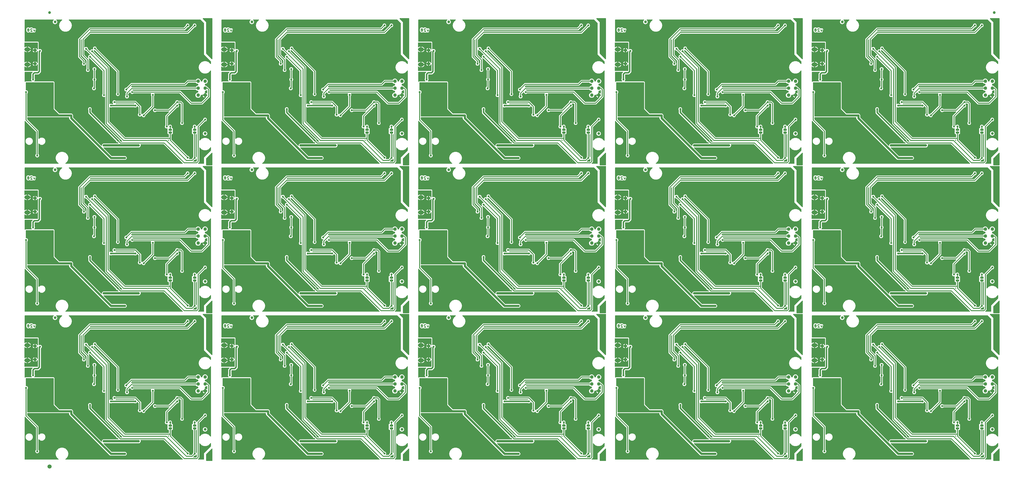
<source format=gbl>
G04 EAGLE Gerber RS-274X export*
G75*
%MOMM*%
%FSLAX34Y34*%
%LPD*%
%INBottom Copper*%
%IPPOS*%
%AMOC8*
5,1,8,0,0,1.08239X$1,22.5*%
G01*
%ADD10C,0.254000*%
%ADD11C,1.270000*%
%ADD12C,1.400000*%
%ADD13C,1.000000*%
%ADD14R,1.270000X0.635000*%
%ADD15R,0.254000X0.406400*%
%ADD16C,1.000000*%
%ADD17C,1.500000*%
%ADD18C,0.736600*%
%ADD19C,0.304800*%
%ADD20C,0.762000*%
%ADD21C,0.508000*%
%ADD22C,0.812800*%

G36*
X611088Y21095D02*
X611088Y21095D01*
X611187Y21098D01*
X611246Y21115D01*
X611306Y21123D01*
X611398Y21159D01*
X611493Y21187D01*
X611545Y21217D01*
X611601Y21240D01*
X611681Y21298D01*
X611767Y21348D01*
X611842Y21414D01*
X611859Y21426D01*
X611867Y21436D01*
X611888Y21454D01*
X615197Y24763D01*
X615257Y24842D01*
X615325Y24914D01*
X615354Y24967D01*
X615391Y25015D01*
X615431Y25106D01*
X615479Y25192D01*
X615494Y25251D01*
X615518Y25306D01*
X615533Y25404D01*
X615558Y25500D01*
X615564Y25600D01*
X615568Y25621D01*
X615566Y25633D01*
X615568Y25661D01*
X615568Y26739D01*
X616593Y29213D01*
X617356Y29976D01*
X617416Y30054D01*
X617484Y30126D01*
X617513Y30179D01*
X617550Y30227D01*
X617590Y30318D01*
X617638Y30405D01*
X617653Y30463D01*
X617677Y30519D01*
X617692Y30617D01*
X617717Y30712D01*
X617723Y30812D01*
X617727Y30833D01*
X617725Y30845D01*
X617727Y30873D01*
X617727Y110617D01*
X617712Y110735D01*
X617705Y110854D01*
X617692Y110892D01*
X617687Y110933D01*
X617644Y111043D01*
X617607Y111156D01*
X617585Y111191D01*
X617570Y111228D01*
X617501Y111324D01*
X617437Y111425D01*
X617407Y111453D01*
X617384Y111486D01*
X617292Y111562D01*
X617205Y111643D01*
X617170Y111663D01*
X617139Y111688D01*
X617031Y111739D01*
X616927Y111797D01*
X616887Y111807D01*
X616851Y111824D01*
X616734Y111846D01*
X616619Y111876D01*
X616559Y111880D01*
X616539Y111884D01*
X616518Y111882D01*
X616458Y111886D01*
X614687Y111886D01*
X612901Y113672D01*
X612901Y122679D01*
X612942Y122759D01*
X612951Y122799D01*
X612967Y122836D01*
X612986Y122953D01*
X613012Y123070D01*
X613011Y123110D01*
X613017Y123150D01*
X613006Y123268D01*
X613002Y123387D01*
X612991Y123426D01*
X612987Y123466D01*
X612947Y123579D01*
X612914Y123693D01*
X612901Y123714D01*
X612901Y132708D01*
X614687Y134494D01*
X615271Y134494D01*
X615320Y134500D01*
X615370Y134498D01*
X615477Y134520D01*
X615586Y134534D01*
X615632Y134552D01*
X615681Y134562D01*
X615780Y134610D01*
X615882Y134651D01*
X615922Y134680D01*
X615967Y134702D01*
X616050Y134773D01*
X616139Y134837D01*
X616171Y134876D01*
X616209Y134908D01*
X616272Y134998D01*
X616342Y135082D01*
X616363Y135127D01*
X616392Y135168D01*
X616431Y135271D01*
X616477Y135370D01*
X616487Y135419D01*
X616504Y135465D01*
X616517Y135575D01*
X616537Y135682D01*
X616534Y135732D01*
X616540Y135781D01*
X616524Y135890D01*
X616518Y136000D01*
X616502Y136047D01*
X616495Y136096D01*
X616443Y136249D01*
X615568Y138361D01*
X615568Y141039D01*
X616593Y143513D01*
X618487Y145407D01*
X620961Y146432D01*
X623639Y146432D01*
X626113Y145407D01*
X628007Y143513D01*
X628551Y142200D01*
X628576Y142157D01*
X628592Y142110D01*
X628654Y142019D01*
X628709Y141923D01*
X628743Y141888D01*
X628771Y141847D01*
X628853Y141774D01*
X628930Y141695D01*
X628972Y141669D01*
X629009Y141636D01*
X629107Y141586D01*
X629201Y141529D01*
X629248Y141514D01*
X629293Y141492D01*
X629400Y141467D01*
X629505Y141435D01*
X629554Y141433D01*
X629603Y141422D01*
X629713Y141425D01*
X629823Y141420D01*
X629871Y141430D01*
X629921Y141432D01*
X630026Y141462D01*
X630134Y141484D01*
X630179Y141506D01*
X630226Y141520D01*
X630321Y141576D01*
X630420Y141624D01*
X630457Y141656D01*
X630500Y141681D01*
X630621Y141788D01*
X653297Y164463D01*
X653357Y164542D01*
X653425Y164614D01*
X653454Y164667D01*
X653491Y164715D01*
X653531Y164806D01*
X653579Y164892D01*
X653594Y164951D01*
X653618Y165006D01*
X653633Y165104D01*
X653658Y165200D01*
X653664Y165300D01*
X653668Y165321D01*
X653666Y165333D01*
X653668Y165361D01*
X653668Y166439D01*
X654693Y168913D01*
X656587Y170807D01*
X659061Y171832D01*
X661739Y171832D01*
X664213Y170807D01*
X666107Y168913D01*
X667132Y166439D01*
X667132Y163761D01*
X666107Y161287D01*
X664213Y159393D01*
X661739Y158368D01*
X660661Y158368D01*
X660563Y158356D01*
X660464Y158353D01*
X660405Y158336D01*
X660345Y158328D01*
X660253Y158292D01*
X660158Y158264D01*
X660106Y158234D01*
X660050Y158211D01*
X659970Y158153D01*
X659884Y158103D01*
X659809Y158037D01*
X659792Y158025D01*
X659784Y158015D01*
X659763Y157997D01*
X639944Y138178D01*
X639884Y138099D01*
X639816Y138027D01*
X639787Y137974D01*
X639750Y137926D01*
X639710Y137835D01*
X639662Y137749D01*
X639647Y137690D01*
X639623Y137635D01*
X639608Y137537D01*
X639583Y137441D01*
X639577Y137341D01*
X639573Y137320D01*
X639575Y137308D01*
X639573Y137280D01*
X639573Y90076D01*
X639591Y89932D01*
X639606Y89787D01*
X639611Y89774D01*
X639613Y89761D01*
X639666Y89626D01*
X639717Y89489D01*
X639725Y89478D01*
X639730Y89465D01*
X639815Y89348D01*
X639898Y89228D01*
X639909Y89219D01*
X639916Y89208D01*
X640028Y89115D01*
X640139Y89020D01*
X640151Y89014D01*
X640161Y89005D01*
X640293Y88943D01*
X640424Y88878D01*
X640437Y88875D01*
X640449Y88870D01*
X640592Y88842D01*
X640735Y88812D01*
X640748Y88812D01*
X640761Y88810D01*
X640906Y88819D01*
X641052Y88825D01*
X641066Y88829D01*
X641079Y88830D01*
X641217Y88874D01*
X641357Y88916D01*
X641369Y88923D01*
X641381Y88928D01*
X641504Y89005D01*
X641629Y89081D01*
X641639Y89090D01*
X641650Y89098D01*
X641750Y89204D01*
X641852Y89308D01*
X641862Y89323D01*
X641868Y89329D01*
X641876Y89344D01*
X641941Y89442D01*
X642815Y90955D01*
X648922Y96080D01*
X656414Y98807D01*
X664386Y98807D01*
X671878Y96080D01*
X677985Y90956D01*
X679367Y88562D01*
X679455Y88446D01*
X679540Y88328D01*
X679551Y88319D01*
X679559Y88309D01*
X679673Y88218D01*
X679785Y88125D01*
X679798Y88119D01*
X679808Y88111D01*
X679942Y88051D01*
X680073Y87990D01*
X680086Y87987D01*
X680099Y87982D01*
X680243Y87957D01*
X680386Y87930D01*
X680399Y87931D01*
X680412Y87928D01*
X680558Y87941D01*
X680703Y87950D01*
X680716Y87954D01*
X680729Y87955D01*
X680867Y88003D01*
X681005Y88048D01*
X681017Y88055D01*
X681030Y88059D01*
X681151Y88140D01*
X681274Y88218D01*
X681283Y88228D01*
X681295Y88235D01*
X681392Y88343D01*
X681492Y88449D01*
X681499Y88461D01*
X681508Y88471D01*
X681575Y88601D01*
X681646Y88728D01*
X681649Y88741D01*
X681655Y88753D01*
X681689Y88895D01*
X681725Y89036D01*
X681726Y89054D01*
X681728Y89063D01*
X681728Y89080D01*
X681735Y89197D01*
X681735Y342603D01*
X681717Y342748D01*
X681702Y342893D01*
X681697Y342906D01*
X681695Y342919D01*
X681642Y343054D01*
X681591Y343191D01*
X681583Y343202D01*
X681578Y343215D01*
X681493Y343332D01*
X681410Y343452D01*
X681399Y343461D01*
X681392Y343472D01*
X681280Y343565D01*
X681169Y343660D01*
X681157Y343666D01*
X681147Y343675D01*
X681015Y343737D01*
X680884Y343802D01*
X680871Y343805D01*
X680859Y343810D01*
X680717Y343838D01*
X680573Y343868D01*
X680560Y343868D01*
X680547Y343870D01*
X680402Y343861D01*
X680256Y343855D01*
X680242Y343851D01*
X680229Y343850D01*
X680091Y343806D01*
X679951Y343763D01*
X679939Y343756D01*
X679927Y343752D01*
X679804Y343675D01*
X679679Y343599D01*
X679669Y343589D01*
X679658Y343582D01*
X679558Y343476D01*
X679456Y343372D01*
X679446Y343357D01*
X679440Y343351D01*
X679432Y343336D01*
X679367Y343238D01*
X677985Y340845D01*
X671878Y335720D01*
X664386Y332993D01*
X656414Y332993D01*
X648922Y335720D01*
X642815Y340844D01*
X638829Y347749D01*
X637445Y355600D01*
X638829Y363451D01*
X642815Y370355D01*
X648922Y375480D01*
X656414Y378207D01*
X664386Y378207D01*
X671878Y375480D01*
X677985Y370356D01*
X679367Y367962D01*
X679455Y367846D01*
X679540Y367728D01*
X679551Y367719D01*
X679559Y367709D01*
X679673Y367618D01*
X679785Y367525D01*
X679798Y367519D01*
X679808Y367511D01*
X679942Y367451D01*
X680073Y367390D01*
X680086Y367387D01*
X680099Y367382D01*
X680243Y367357D01*
X680386Y367330D01*
X680399Y367331D01*
X680412Y367328D01*
X680558Y367341D01*
X680703Y367350D01*
X680716Y367354D01*
X680729Y367355D01*
X680867Y367403D01*
X681005Y367448D01*
X681017Y367455D01*
X681030Y367459D01*
X681151Y367540D01*
X681274Y367618D01*
X681283Y367628D01*
X681295Y367635D01*
X681392Y367743D01*
X681492Y367849D01*
X681499Y367861D01*
X681508Y367871D01*
X681575Y368001D01*
X681646Y368128D01*
X681649Y368141D01*
X681655Y368153D01*
X681689Y368295D01*
X681725Y368436D01*
X681726Y368454D01*
X681728Y368463D01*
X681728Y368480D01*
X681735Y368597D01*
X681735Y376251D01*
X681723Y376349D01*
X681720Y376448D01*
X681703Y376506D01*
X681695Y376566D01*
X681659Y376658D01*
X681631Y376753D01*
X681601Y376806D01*
X681578Y376862D01*
X681520Y376942D01*
X681470Y377027D01*
X681404Y377103D01*
X681392Y377119D01*
X681382Y377127D01*
X681364Y377148D01*
X659088Y399424D01*
X656335Y402176D01*
X656335Y515951D01*
X656323Y516049D01*
X656320Y516148D01*
X656303Y516206D01*
X656295Y516266D01*
X656259Y516358D01*
X656231Y516453D01*
X656201Y516505D01*
X656178Y516562D01*
X656120Y516642D01*
X656070Y516727D01*
X656004Y516803D01*
X655992Y516819D01*
X655982Y516827D01*
X655964Y516848D01*
X643848Y528964D01*
X643770Y529024D01*
X643698Y529092D01*
X643645Y529121D01*
X643597Y529158D01*
X643506Y529198D01*
X643419Y529246D01*
X643361Y529261D01*
X643305Y529285D01*
X643207Y529300D01*
X643111Y529325D01*
X643011Y529331D01*
X642991Y529335D01*
X642979Y529333D01*
X642951Y529335D01*
X165631Y529335D01*
X165595Y529331D01*
X165560Y529333D01*
X165438Y529311D01*
X165315Y529295D01*
X165282Y529282D01*
X165247Y529276D01*
X165135Y529224D01*
X165019Y529178D01*
X164991Y529158D01*
X164959Y529143D01*
X164862Y529064D01*
X164762Y528992D01*
X164739Y528964D01*
X164712Y528942D01*
X164639Y528842D01*
X164559Y528747D01*
X164544Y528715D01*
X164523Y528686D01*
X164477Y528571D01*
X164424Y528459D01*
X164417Y528424D01*
X164404Y528391D01*
X164387Y528268D01*
X164364Y528147D01*
X164366Y528111D01*
X164361Y528076D01*
X164376Y527953D01*
X164384Y527829D01*
X164395Y527795D01*
X164399Y527760D01*
X164444Y527644D01*
X164482Y527527D01*
X164501Y527497D01*
X164513Y527464D01*
X164586Y527363D01*
X164652Y527258D01*
X164678Y527234D01*
X164698Y527205D01*
X164815Y527094D01*
X169985Y522756D01*
X173971Y515851D01*
X175355Y508000D01*
X173971Y500149D01*
X169985Y493245D01*
X163878Y488120D01*
X156386Y485393D01*
X148414Y485393D01*
X140922Y488120D01*
X134815Y493244D01*
X130829Y500149D01*
X129445Y508000D01*
X130829Y515851D01*
X134815Y522755D01*
X139985Y527094D01*
X140009Y527120D01*
X140038Y527140D01*
X140117Y527236D01*
X140201Y527327D01*
X140218Y527358D01*
X140241Y527385D01*
X140294Y527498D01*
X140353Y527607D01*
X140361Y527641D01*
X140376Y527673D01*
X140399Y527795D01*
X140430Y527915D01*
X140429Y527951D01*
X140436Y527986D01*
X140428Y528109D01*
X140427Y528233D01*
X140418Y528268D01*
X140416Y528303D01*
X140378Y528421D01*
X140346Y528541D01*
X140329Y528572D01*
X140318Y528605D01*
X140252Y528710D01*
X140191Y528819D01*
X140167Y528844D01*
X140148Y528874D01*
X140058Y528959D01*
X139972Y529049D01*
X139942Y529068D01*
X139916Y529092D01*
X139808Y529152D01*
X139703Y529218D01*
X139669Y529229D01*
X139638Y529246D01*
X139518Y529277D01*
X139400Y529314D01*
X139364Y529316D01*
X139330Y529325D01*
X139169Y529335D01*
X120112Y529335D01*
X119974Y529318D01*
X119835Y529305D01*
X119816Y529298D01*
X119796Y529295D01*
X119667Y529244D01*
X119536Y529197D01*
X119519Y529186D01*
X119500Y529178D01*
X119388Y529097D01*
X119273Y529019D01*
X119259Y529003D01*
X119243Y528992D01*
X119154Y528884D01*
X119062Y528780D01*
X119053Y528762D01*
X119040Y528747D01*
X118981Y528621D01*
X118918Y528497D01*
X118913Y528477D01*
X118905Y528459D01*
X118879Y528323D01*
X118848Y528187D01*
X118849Y528166D01*
X118845Y528147D01*
X118854Y528008D01*
X118858Y527869D01*
X118863Y527849D01*
X118865Y527829D01*
X118907Y527697D01*
X118946Y527563D01*
X118956Y527546D01*
X118963Y527527D01*
X119037Y527409D01*
X119108Y527289D01*
X119126Y527268D01*
X119133Y527258D01*
X119148Y527244D01*
X119214Y527169D01*
X121123Y525259D01*
X122349Y522301D01*
X122349Y519099D01*
X121123Y516141D01*
X118859Y513877D01*
X115901Y512651D01*
X112699Y512651D01*
X109741Y513877D01*
X107477Y516141D01*
X106251Y519099D01*
X106251Y522301D01*
X107477Y525259D01*
X109386Y527169D01*
X109471Y527278D01*
X109560Y527385D01*
X109568Y527404D01*
X109581Y527420D01*
X109636Y527548D01*
X109695Y527673D01*
X109699Y527693D01*
X109707Y527712D01*
X109729Y527850D01*
X109755Y527986D01*
X109754Y528006D01*
X109757Y528026D01*
X109744Y528165D01*
X109735Y528303D01*
X109729Y528322D01*
X109727Y528342D01*
X109680Y528474D01*
X109637Y528605D01*
X109626Y528623D01*
X109620Y528642D01*
X109542Y528757D01*
X109467Y528874D01*
X109452Y528888D01*
X109441Y528905D01*
X109337Y528997D01*
X109236Y529092D01*
X109218Y529102D01*
X109203Y529115D01*
X109078Y529179D01*
X108957Y529246D01*
X108937Y529251D01*
X108919Y529260D01*
X108784Y529290D01*
X108649Y529325D01*
X108621Y529327D01*
X108609Y529330D01*
X108589Y529329D01*
X108488Y529335D01*
X5334Y529335D01*
X5216Y529320D01*
X5097Y529313D01*
X5059Y529300D01*
X5018Y529295D01*
X4908Y529252D01*
X4795Y529215D01*
X4760Y529193D01*
X4723Y529178D01*
X4627Y529109D01*
X4526Y529045D01*
X4498Y529015D01*
X4465Y528992D01*
X4389Y528900D01*
X4308Y528813D01*
X4288Y528778D01*
X4263Y528747D01*
X4212Y528639D01*
X4154Y528535D01*
X4144Y528495D01*
X4127Y528459D01*
X4105Y528342D01*
X4075Y528227D01*
X4071Y528167D01*
X4067Y528147D01*
X4069Y528126D01*
X4065Y528066D01*
X4065Y449834D01*
X4080Y449716D01*
X4087Y449597D01*
X4100Y449559D01*
X4105Y449518D01*
X4148Y449408D01*
X4185Y449295D01*
X4207Y449260D01*
X4222Y449223D01*
X4291Y449127D01*
X4355Y449026D01*
X4385Y448998D01*
X4408Y448965D01*
X4500Y448889D01*
X4587Y448808D01*
X4622Y448788D01*
X4653Y448763D01*
X4761Y448712D01*
X4865Y448654D01*
X4905Y448644D01*
X4941Y448627D01*
X5058Y448605D01*
X5173Y448575D01*
X5233Y448571D01*
X5253Y448567D01*
X5274Y448569D01*
X5334Y448565D01*
X52484Y448565D01*
X54865Y446184D01*
X54865Y422477D01*
X54871Y422428D01*
X54869Y422378D01*
X54891Y422271D01*
X54905Y422162D01*
X54923Y422115D01*
X54933Y422067D01*
X54981Y421968D01*
X55022Y421866D01*
X55051Y421826D01*
X55073Y421781D01*
X55144Y421698D01*
X55208Y421609D01*
X55247Y421577D01*
X55279Y421539D01*
X55369Y421476D01*
X55453Y421406D01*
X55498Y421385D01*
X55539Y421356D01*
X55642Y421317D01*
X55741Y421270D01*
X55790Y421261D01*
X55836Y421243D01*
X55946Y421231D01*
X56053Y421211D01*
X56103Y421214D01*
X56152Y421208D01*
X56261Y421223D01*
X56371Y421230D01*
X56418Y421246D01*
X56467Y421253D01*
X56620Y421305D01*
X58351Y422022D01*
X61029Y422022D01*
X63503Y420997D01*
X65397Y419103D01*
X66422Y416629D01*
X66422Y413951D01*
X65397Y411477D01*
X63496Y409576D01*
X63469Y409567D01*
X63359Y409498D01*
X63246Y409433D01*
X63225Y409413D01*
X63200Y409397D01*
X63111Y409302D01*
X63018Y409212D01*
X63002Y409187D01*
X62982Y409165D01*
X62919Y409052D01*
X62851Y408941D01*
X62843Y408913D01*
X62828Y408887D01*
X62796Y408761D01*
X62758Y408637D01*
X62756Y408608D01*
X62749Y408579D01*
X62739Y408418D01*
X62739Y339248D01*
X61888Y337194D01*
X55236Y330542D01*
X53182Y329691D01*
X42211Y329691D01*
X42112Y329679D01*
X42013Y329676D01*
X41955Y329659D01*
X41895Y329651D01*
X41803Y329615D01*
X41708Y329587D01*
X41656Y329557D01*
X41599Y329534D01*
X41519Y329476D01*
X41434Y329426D01*
X41359Y329360D01*
X41342Y329348D01*
X41334Y329338D01*
X41313Y329320D01*
X40250Y328257D01*
X40190Y328179D01*
X40122Y328106D01*
X40093Y328053D01*
X40056Y328006D01*
X40016Y327915D01*
X39968Y327828D01*
X39953Y327769D01*
X39929Y327714D01*
X39914Y327616D01*
X39889Y327520D01*
X39883Y327420D01*
X39879Y327400D01*
X39881Y327387D01*
X39879Y327359D01*
X39879Y315501D01*
X39880Y315492D01*
X39879Y315483D01*
X39900Y315334D01*
X39919Y315185D01*
X39922Y315177D01*
X39923Y315168D01*
X39975Y315015D01*
X41022Y312489D01*
X41022Y309811D01*
X39997Y307337D01*
X38866Y306205D01*
X38781Y306096D01*
X38692Y305989D01*
X38683Y305970D01*
X38671Y305954D01*
X38615Y305827D01*
X38556Y305701D01*
X38552Y305681D01*
X38544Y305662D01*
X38522Y305524D01*
X38496Y305388D01*
X38498Y305368D01*
X38494Y305348D01*
X38508Y305209D01*
X38516Y305071D01*
X38522Y305052D01*
X38524Y305032D01*
X38571Y304900D01*
X38614Y304769D01*
X38625Y304751D01*
X38632Y304732D01*
X38710Y304617D01*
X38784Y304500D01*
X38799Y304486D01*
X38810Y304469D01*
X38915Y304377D01*
X39016Y304282D01*
X39034Y304272D01*
X39049Y304259D01*
X39173Y304195D01*
X39294Y304128D01*
X39314Y304123D01*
X39332Y304114D01*
X39468Y304084D01*
X39602Y304049D01*
X39630Y304047D01*
X39642Y304044D01*
X39663Y304045D01*
X39763Y304039D01*
X109739Y304039D01*
X112269Y301509D01*
X112269Y205515D01*
X112281Y205416D01*
X112284Y205317D01*
X112301Y205259D01*
X112309Y205199D01*
X112345Y205107D01*
X112373Y205012D01*
X112403Y204960D01*
X112426Y204903D01*
X112484Y204823D01*
X112534Y204738D01*
X112600Y204663D01*
X112612Y204646D01*
X112622Y204638D01*
X112640Y204617D01*
X128417Y188840D01*
X129687Y187571D01*
X129765Y187510D01*
X129837Y187442D01*
X129891Y187413D01*
X129938Y187376D01*
X130029Y187336D01*
X130116Y187288D01*
X130175Y187273D01*
X130230Y187249D01*
X130328Y187234D01*
X130424Y187209D01*
X130524Y187203D01*
X130544Y187199D01*
X130557Y187201D01*
X130585Y187199D01*
X174084Y187199D01*
X176605Y186155D01*
X178535Y184225D01*
X179579Y181704D01*
X179579Y173547D01*
X179591Y173449D01*
X179594Y173350D01*
X179611Y173291D01*
X179619Y173231D01*
X179655Y173139D01*
X179683Y173044D01*
X179713Y172992D01*
X179736Y172936D01*
X179794Y172855D01*
X179844Y172770D01*
X179910Y172695D01*
X179922Y172678D01*
X179932Y172670D01*
X179950Y172649D01*
X247293Y105307D01*
X282691Y69909D01*
X282800Y69824D01*
X282907Y69735D01*
X282926Y69727D01*
X282942Y69714D01*
X283070Y69659D01*
X283195Y69600D01*
X283215Y69596D01*
X283234Y69588D01*
X283372Y69566D01*
X283508Y69540D01*
X283528Y69541D01*
X283548Y69538D01*
X283687Y69551D01*
X283825Y69560D01*
X283844Y69566D01*
X283864Y69568D01*
X283996Y69615D01*
X284127Y69658D01*
X284145Y69669D01*
X284164Y69675D01*
X284279Y69754D01*
X284396Y69828D01*
X284410Y69843D01*
X284427Y69854D01*
X284519Y69958D01*
X284614Y70060D01*
X284624Y70077D01*
X284637Y70092D01*
X284701Y70216D01*
X284768Y70338D01*
X284773Y70358D01*
X284782Y70376D01*
X284812Y70512D01*
X284847Y70646D01*
X284849Y70674D01*
X284852Y70686D01*
X284851Y70706D01*
X284857Y70807D01*
X284857Y72405D01*
X285940Y75019D01*
X287941Y77020D01*
X290555Y78103D01*
X344166Y78103D01*
X344304Y78120D01*
X344443Y78133D01*
X344462Y78140D01*
X344482Y78143D01*
X344611Y78194D01*
X344742Y78241D01*
X344759Y78252D01*
X344777Y78260D01*
X344890Y78341D01*
X345005Y78419D01*
X345018Y78435D01*
X345035Y78446D01*
X345124Y78554D01*
X345215Y78658D01*
X345225Y78676D01*
X345238Y78691D01*
X345297Y78817D01*
X345360Y78941D01*
X345365Y78961D01*
X345373Y78979D01*
X345399Y79116D01*
X345430Y79251D01*
X345429Y79272D01*
X345433Y79291D01*
X345424Y79430D01*
X345420Y79569D01*
X345414Y79589D01*
X345413Y79609D01*
X345370Y79741D01*
X345332Y79875D01*
X345321Y79892D01*
X345315Y79911D01*
X345241Y80029D01*
X345170Y80149D01*
X345152Y80170D01*
X345145Y80180D01*
X345130Y80194D01*
X345064Y80269D01*
X343537Y81797D01*
X343458Y81857D01*
X343386Y81925D01*
X343333Y81954D01*
X343285Y81991D01*
X343194Y82031D01*
X343108Y82079D01*
X343049Y82094D01*
X342994Y82118D01*
X342896Y82133D01*
X342800Y82158D01*
X342700Y82164D01*
X342679Y82168D01*
X342667Y82166D01*
X342639Y82168D01*
X341561Y82168D01*
X339087Y83193D01*
X337193Y85087D01*
X336147Y87613D01*
X336142Y87621D01*
X336140Y87630D01*
X336063Y87759D01*
X335989Y87889D01*
X335983Y87896D01*
X335978Y87904D01*
X335872Y88025D01*
X236562Y187334D01*
X235711Y189388D01*
X235711Y198849D01*
X235710Y198858D01*
X235711Y198868D01*
X235690Y199016D01*
X235671Y199165D01*
X235668Y199173D01*
X235667Y199182D01*
X235615Y199335D01*
X234568Y201861D01*
X234568Y204539D01*
X235593Y207013D01*
X237487Y208907D01*
X239961Y209932D01*
X242639Y209932D01*
X245113Y208907D01*
X247007Y207013D01*
X248032Y204539D01*
X248032Y201861D01*
X246985Y199335D01*
X246983Y199326D01*
X246978Y199318D01*
X246941Y199172D01*
X246901Y199028D01*
X246901Y199019D01*
X246899Y199010D01*
X246889Y198849D01*
X246889Y193341D01*
X246901Y193242D01*
X246904Y193143D01*
X246921Y193085D01*
X246929Y193025D01*
X246965Y192933D01*
X246993Y192838D01*
X247023Y192786D01*
X247046Y192729D01*
X247104Y192649D01*
X247154Y192564D01*
X247220Y192489D01*
X247232Y192472D01*
X247242Y192464D01*
X247260Y192443D01*
X343775Y95928D01*
X343783Y95923D01*
X343788Y95915D01*
X343908Y95825D01*
X344027Y95733D01*
X344035Y95730D01*
X344042Y95724D01*
X344187Y95653D01*
X346713Y94607D01*
X348607Y92713D01*
X349632Y90239D01*
X349632Y89161D01*
X349644Y89063D01*
X349647Y88964D01*
X349664Y88905D01*
X349672Y88845D01*
X349708Y88753D01*
X349736Y88658D01*
X349766Y88606D01*
X349789Y88550D01*
X349847Y88470D01*
X349897Y88384D01*
X349964Y88309D01*
X349975Y88292D01*
X349985Y88284D01*
X350003Y88263D01*
X353312Y84954D01*
X353391Y84894D01*
X353463Y84826D01*
X353516Y84797D01*
X353564Y84760D01*
X353655Y84720D01*
X353741Y84672D01*
X353800Y84657D01*
X353855Y84633D01*
X353953Y84618D01*
X354049Y84593D01*
X354149Y84587D01*
X354170Y84583D01*
X354182Y84585D01*
X354210Y84583D01*
X358006Y84583D01*
X358144Y84600D01*
X358283Y84613D01*
X358302Y84620D01*
X358322Y84623D01*
X358451Y84674D01*
X358582Y84721D01*
X358599Y84732D01*
X358617Y84740D01*
X358730Y84821D01*
X358845Y84899D01*
X358858Y84915D01*
X358875Y84926D01*
X358964Y85034D01*
X359055Y85138D01*
X359065Y85156D01*
X359078Y85171D01*
X359137Y85297D01*
X359200Y85421D01*
X359205Y85441D01*
X359213Y85459D01*
X359239Y85596D01*
X359270Y85731D01*
X359269Y85752D01*
X359273Y85771D01*
X359264Y85910D01*
X359260Y86049D01*
X359254Y86069D01*
X359253Y86089D01*
X359210Y86221D01*
X359172Y86355D01*
X359161Y86372D01*
X359155Y86391D01*
X359081Y86509D01*
X359010Y86629D01*
X358992Y86650D01*
X358985Y86660D01*
X358970Y86674D01*
X358904Y86750D01*
X358276Y87378D01*
X296417Y149236D01*
X296417Y246602D01*
X296411Y246652D01*
X296413Y246701D01*
X296391Y246809D01*
X296377Y246918D01*
X296359Y246964D01*
X296349Y247013D01*
X296301Y247111D01*
X296260Y247214D01*
X296231Y247254D01*
X296209Y247298D01*
X296138Y247382D01*
X296074Y247471D01*
X296035Y247503D01*
X296003Y247540D01*
X295913Y247604D01*
X295829Y247674D01*
X295784Y247695D01*
X295743Y247723D01*
X295640Y247762D01*
X295541Y247809D01*
X295492Y247819D01*
X295446Y247836D01*
X295336Y247848D01*
X295229Y247869D01*
X295179Y247866D01*
X295130Y247871D01*
X295021Y247856D01*
X294911Y247849D01*
X294864Y247834D01*
X294815Y247827D01*
X294662Y247775D01*
X293439Y247268D01*
X290761Y247268D01*
X288287Y248293D01*
X286393Y250187D01*
X285368Y252661D01*
X285368Y255339D01*
X286393Y257813D01*
X287156Y258576D01*
X287216Y258654D01*
X287284Y258726D01*
X287313Y258779D01*
X287350Y258827D01*
X287390Y258918D01*
X287438Y259005D01*
X287453Y259063D01*
X287477Y259119D01*
X287492Y259217D01*
X287517Y259312D01*
X287523Y259412D01*
X287527Y259433D01*
X287525Y259445D01*
X287527Y259473D01*
X287527Y340480D01*
X287515Y340578D01*
X287512Y340677D01*
X287495Y340736D01*
X287487Y340796D01*
X287451Y340888D01*
X287423Y340983D01*
X287393Y341035D01*
X287370Y341091D01*
X287312Y341171D01*
X287262Y341257D01*
X287196Y341332D01*
X287184Y341349D01*
X287174Y341357D01*
X287156Y341378D01*
X241937Y386597D01*
X241858Y386657D01*
X241786Y386725D01*
X241733Y386754D01*
X241685Y386791D01*
X241594Y386831D01*
X241508Y386879D01*
X241449Y386894D01*
X241394Y386918D01*
X241296Y386933D01*
X241200Y386958D01*
X241100Y386964D01*
X241079Y386968D01*
X241067Y386966D01*
X241039Y386968D01*
X239961Y386968D01*
X238153Y387717D01*
X238086Y387736D01*
X238022Y387763D01*
X237933Y387777D01*
X237846Y387801D01*
X237777Y387802D01*
X237708Y387813D01*
X237618Y387805D01*
X237528Y387806D01*
X237460Y387790D01*
X237391Y387783D01*
X237306Y387753D01*
X237219Y387732D01*
X237157Y387699D01*
X237092Y387676D01*
X237017Y387625D01*
X236938Y387583D01*
X236886Y387536D01*
X236828Y387497D01*
X236769Y387430D01*
X236703Y387369D01*
X236664Y387311D01*
X236618Y387259D01*
X236577Y387179D01*
X236528Y387104D01*
X236505Y387038D01*
X236473Y386975D01*
X236454Y386888D01*
X236425Y386803D01*
X236419Y386733D01*
X236404Y386665D01*
X236406Y386575D01*
X236399Y386486D01*
X236411Y386417D01*
X236413Y386347D01*
X236438Y386261D01*
X236454Y386172D01*
X236482Y386109D01*
X236502Y386042D01*
X236547Y385964D01*
X236584Y385882D01*
X236628Y385828D01*
X236663Y385768D01*
X236770Y385647D01*
X238253Y384164D01*
X238253Y350913D01*
X238265Y350815D01*
X238268Y350716D01*
X238285Y350658D01*
X238293Y350598D01*
X238329Y350506D01*
X238357Y350410D01*
X238387Y350358D01*
X238410Y350302D01*
X238468Y350222D01*
X238518Y350136D01*
X238584Y350061D01*
X238596Y350045D01*
X238606Y350037D01*
X238625Y350016D01*
X239387Y349253D01*
X240412Y346779D01*
X240412Y344101D01*
X239387Y341627D01*
X237493Y339733D01*
X235019Y338708D01*
X232341Y338708D01*
X229867Y339733D01*
X227973Y341627D01*
X226948Y344101D01*
X226948Y346779D01*
X227973Y349253D01*
X228735Y350016D01*
X228796Y350094D01*
X228864Y350166D01*
X228893Y350219D01*
X228930Y350267D01*
X228970Y350358D01*
X229018Y350444D01*
X229033Y350503D01*
X229057Y350559D01*
X229072Y350657D01*
X229097Y350752D01*
X229103Y350852D01*
X229107Y350873D01*
X229105Y350885D01*
X229107Y350913D01*
X229107Y379850D01*
X229095Y379948D01*
X229092Y380047D01*
X229075Y380106D01*
X229067Y380166D01*
X229031Y380258D01*
X229003Y380353D01*
X228973Y380405D01*
X228950Y380461D01*
X228892Y380541D01*
X228842Y380627D01*
X228776Y380702D01*
X228764Y380719D01*
X228754Y380727D01*
X228736Y380748D01*
X211327Y398156D01*
X211327Y455796D01*
X211310Y455934D01*
X211297Y456073D01*
X211290Y456092D01*
X211287Y456112D01*
X211236Y456241D01*
X211189Y456372D01*
X211178Y456389D01*
X211170Y456407D01*
X211089Y456520D01*
X211011Y456635D01*
X210995Y456648D01*
X210984Y456665D01*
X210876Y456754D01*
X210772Y456845D01*
X210754Y456855D01*
X210739Y456868D01*
X210613Y456927D01*
X210489Y456990D01*
X210469Y456995D01*
X210451Y457003D01*
X210314Y457029D01*
X210179Y457060D01*
X210158Y457059D01*
X210139Y457063D01*
X210000Y457054D01*
X209861Y457050D01*
X209841Y457044D01*
X209821Y457043D01*
X209689Y457000D01*
X209555Y456962D01*
X209538Y456951D01*
X209519Y456945D01*
X209401Y456871D01*
X209281Y456800D01*
X209260Y456782D01*
X209250Y456775D01*
X209236Y456760D01*
X209161Y456694D01*
X208144Y455678D01*
X208084Y455600D01*
X208016Y455527D01*
X207987Y455474D01*
X207950Y455426D01*
X207910Y455336D01*
X207862Y455249D01*
X207847Y455190D01*
X207823Y455135D01*
X207808Y455037D01*
X207783Y454941D01*
X207777Y454841D01*
X207773Y454820D01*
X207775Y454808D01*
X207773Y454780D01*
X207773Y396120D01*
X207785Y396022D01*
X207788Y395923D01*
X207805Y395864D01*
X207813Y395804D01*
X207849Y395712D01*
X207877Y395617D01*
X207907Y395565D01*
X207930Y395509D01*
X207988Y395429D01*
X208038Y395343D01*
X208104Y395268D01*
X208116Y395251D01*
X208126Y395243D01*
X208144Y395222D01*
X224029Y379338D01*
X224029Y373773D01*
X224041Y373675D01*
X224044Y373576D01*
X224061Y373518D01*
X224069Y373458D01*
X224105Y373366D01*
X224133Y373270D01*
X224163Y373218D01*
X224186Y373162D01*
X224244Y373082D01*
X224294Y372996D01*
X224360Y372921D01*
X224372Y372905D01*
X224382Y372897D01*
X224400Y372876D01*
X225163Y372113D01*
X226188Y369639D01*
X226188Y366961D01*
X225163Y364487D01*
X223269Y362593D01*
X220795Y361568D01*
X218117Y361568D01*
X215643Y362593D01*
X213749Y364487D01*
X212724Y366961D01*
X212724Y369639D01*
X213749Y372113D01*
X214512Y372876D01*
X214572Y372954D01*
X214640Y373026D01*
X214669Y373079D01*
X214706Y373127D01*
X214746Y373218D01*
X214794Y373305D01*
X214809Y373363D01*
X214833Y373419D01*
X214848Y373517D01*
X214873Y373612D01*
X214879Y373712D01*
X214883Y373733D01*
X214881Y373745D01*
X214883Y373773D01*
X214883Y375024D01*
X214871Y375122D01*
X214868Y375221D01*
X214851Y375280D01*
X214843Y375340D01*
X214807Y375432D01*
X214779Y375527D01*
X214749Y375579D01*
X214726Y375635D01*
X214668Y375715D01*
X214618Y375801D01*
X214552Y375876D01*
X214540Y375893D01*
X214530Y375901D01*
X214512Y375922D01*
X198627Y391806D01*
X198627Y459094D01*
X239406Y499873D01*
X581780Y499873D01*
X581878Y499885D01*
X581977Y499888D01*
X582036Y499905D01*
X582096Y499913D01*
X582188Y499949D01*
X582283Y499977D01*
X582335Y500007D01*
X582391Y500030D01*
X582471Y500088D01*
X582557Y500138D01*
X582632Y500204D01*
X582649Y500216D01*
X582657Y500226D01*
X582678Y500244D01*
X589797Y507363D01*
X589857Y507442D01*
X589925Y507514D01*
X589954Y507567D01*
X589991Y507615D01*
X590031Y507706D01*
X590079Y507792D01*
X590094Y507851D01*
X590118Y507906D01*
X590133Y508004D01*
X590158Y508100D01*
X590164Y508200D01*
X590168Y508221D01*
X590166Y508233D01*
X590168Y508261D01*
X590168Y509339D01*
X591193Y511813D01*
X593087Y513707D01*
X595561Y514732D01*
X598239Y514732D01*
X600713Y513707D01*
X602607Y511813D01*
X603632Y509339D01*
X603632Y506661D01*
X602607Y504187D01*
X600713Y502293D01*
X598239Y501268D01*
X597161Y501268D01*
X597063Y501256D01*
X596964Y501253D01*
X596905Y501236D01*
X596845Y501228D01*
X596753Y501192D01*
X596658Y501164D01*
X596606Y501134D01*
X596550Y501111D01*
X596470Y501053D01*
X596384Y501003D01*
X596309Y500937D01*
X596292Y500925D01*
X596284Y500915D01*
X596263Y500897D01*
X586094Y490727D01*
X243720Y490727D01*
X243622Y490715D01*
X243523Y490712D01*
X243464Y490695D01*
X243404Y490687D01*
X243312Y490651D01*
X243217Y490623D01*
X243165Y490593D01*
X243109Y490570D01*
X243029Y490512D01*
X242943Y490462D01*
X242868Y490396D01*
X242851Y490384D01*
X242843Y490374D01*
X242822Y490356D01*
X241806Y489339D01*
X241722Y489230D01*
X241632Y489123D01*
X241624Y489104D01*
X241611Y489088D01*
X241556Y488961D01*
X241497Y488835D01*
X241493Y488815D01*
X241485Y488796D01*
X241463Y488658D01*
X241437Y488522D01*
X241438Y488502D01*
X241435Y488482D01*
X241448Y488343D01*
X241457Y488205D01*
X241463Y488186D01*
X241465Y488166D01*
X241512Y488034D01*
X241555Y487903D01*
X241566Y487885D01*
X241573Y487866D01*
X241651Y487751D01*
X241725Y487634D01*
X241740Y487620D01*
X241751Y487603D01*
X241855Y487511D01*
X241957Y487416D01*
X241974Y487406D01*
X241990Y487393D01*
X242113Y487330D01*
X242235Y487262D01*
X242255Y487257D01*
X242273Y487248D01*
X242409Y487218D01*
X242543Y487183D01*
X242571Y487181D01*
X242583Y487178D01*
X242604Y487179D01*
X242704Y487173D01*
X594480Y487173D01*
X594578Y487185D01*
X594677Y487188D01*
X594736Y487205D01*
X594796Y487213D01*
X594888Y487249D01*
X594983Y487277D01*
X595035Y487307D01*
X595091Y487330D01*
X595171Y487388D01*
X595257Y487438D01*
X595332Y487504D01*
X595349Y487516D01*
X595357Y487526D01*
X595378Y487544D01*
X615197Y507363D01*
X615257Y507442D01*
X615325Y507514D01*
X615354Y507567D01*
X615391Y507615D01*
X615431Y507706D01*
X615479Y507792D01*
X615494Y507851D01*
X615518Y507906D01*
X615533Y508004D01*
X615558Y508100D01*
X615564Y508200D01*
X615568Y508221D01*
X615566Y508233D01*
X615568Y508261D01*
X615568Y509339D01*
X616593Y511813D01*
X618487Y513707D01*
X620961Y514732D01*
X623639Y514732D01*
X626113Y513707D01*
X628007Y511813D01*
X629032Y509339D01*
X629032Y506661D01*
X628007Y504187D01*
X626113Y502293D01*
X623639Y501268D01*
X622561Y501268D01*
X622463Y501256D01*
X622364Y501253D01*
X622305Y501236D01*
X622245Y501228D01*
X622153Y501192D01*
X622058Y501164D01*
X622006Y501134D01*
X621950Y501111D01*
X621870Y501053D01*
X621784Y501003D01*
X621709Y500937D01*
X621692Y500925D01*
X621684Y500915D01*
X621663Y500897D01*
X598794Y478027D01*
X243720Y478027D01*
X243622Y478015D01*
X243523Y478012D01*
X243464Y477995D01*
X243404Y477987D01*
X243312Y477951D01*
X243217Y477923D01*
X243165Y477893D01*
X243109Y477870D01*
X243029Y477812D01*
X242943Y477762D01*
X242868Y477696D01*
X242851Y477684D01*
X242843Y477674D01*
X242822Y477656D01*
X220844Y455678D01*
X220784Y455599D01*
X220716Y455527D01*
X220687Y455474D01*
X220650Y455426D01*
X220610Y455335D01*
X220562Y455249D01*
X220547Y455190D01*
X220523Y455135D01*
X220508Y455037D01*
X220483Y454941D01*
X220477Y454841D01*
X220473Y454820D01*
X220475Y454808D01*
X220473Y454780D01*
X220473Y428637D01*
X220490Y428499D01*
X220503Y428361D01*
X220510Y428342D01*
X220513Y428322D01*
X220564Y428192D01*
X220611Y428061D01*
X220622Y428045D01*
X220630Y428026D01*
X220711Y427914D01*
X220789Y427798D01*
X220805Y427785D01*
X220816Y427769D01*
X220924Y427680D01*
X221028Y427588D01*
X221046Y427579D01*
X221061Y427566D01*
X221187Y427506D01*
X221311Y427443D01*
X221331Y427439D01*
X221349Y427430D01*
X221486Y427404D01*
X221621Y427374D01*
X221642Y427374D01*
X221661Y427370D01*
X221800Y427379D01*
X221939Y427383D01*
X221959Y427389D01*
X221979Y427390D01*
X222111Y427433D01*
X222245Y427472D01*
X222262Y427482D01*
X222281Y427488D01*
X222399Y427562D01*
X222519Y427633D01*
X222540Y427652D01*
X222550Y427658D01*
X222564Y427673D01*
X222639Y427740D01*
X223517Y428617D01*
X225991Y429642D01*
X228669Y429642D01*
X231143Y428617D01*
X233037Y426723D01*
X234062Y424249D01*
X234062Y423171D01*
X234074Y423073D01*
X234077Y422974D01*
X234086Y422943D01*
X234087Y422931D01*
X234095Y422904D01*
X234102Y422855D01*
X234138Y422763D01*
X234166Y422668D01*
X234180Y422644D01*
X234185Y422629D01*
X234202Y422601D01*
X234219Y422560D01*
X234277Y422480D01*
X234327Y422394D01*
X234349Y422369D01*
X234355Y422360D01*
X234368Y422348D01*
X234393Y422319D01*
X234405Y422302D01*
X234415Y422294D01*
X234433Y422273D01*
X240599Y416108D01*
X240638Y416077D01*
X240672Y416041D01*
X240763Y415980D01*
X240850Y415913D01*
X240896Y415893D01*
X240937Y415866D01*
X241041Y415830D01*
X241142Y415787D01*
X241191Y415779D01*
X241238Y415763D01*
X241347Y415754D01*
X241456Y415737D01*
X241506Y415741D01*
X241555Y415738D01*
X241663Y415756D01*
X241773Y415767D01*
X241820Y415783D01*
X241868Y415792D01*
X241969Y415837D01*
X242072Y415874D01*
X242113Y415902D01*
X242158Y415922D01*
X242244Y415991D01*
X242335Y416053D01*
X242368Y416090D01*
X242407Y416121D01*
X242473Y416209D01*
X242546Y416291D01*
X242568Y416335D01*
X242598Y416375D01*
X242669Y416520D01*
X243213Y417833D01*
X245107Y419727D01*
X247581Y420752D01*
X250259Y420752D01*
X250995Y420447D01*
X251129Y420410D01*
X251262Y420369D01*
X251282Y420368D01*
X251301Y420363D01*
X251441Y420361D01*
X251579Y420354D01*
X251599Y420358D01*
X251619Y420358D01*
X251755Y420391D01*
X251891Y420419D01*
X251909Y420428D01*
X251929Y420432D01*
X252051Y420497D01*
X252176Y420558D01*
X252192Y420572D01*
X252210Y420581D01*
X252312Y420674D01*
X252418Y420765D01*
X252430Y420781D01*
X252445Y420795D01*
X252521Y420911D01*
X252601Y421025D01*
X252609Y421044D01*
X252620Y421061D01*
X252665Y421192D01*
X252714Y421322D01*
X252716Y421342D01*
X252723Y421361D01*
X252734Y421500D01*
X252749Y421638D01*
X252747Y421658D01*
X252748Y421678D01*
X252724Y421816D01*
X252705Y421953D01*
X252696Y421980D01*
X252694Y421992D01*
X252685Y422010D01*
X252653Y422105D01*
X252348Y422841D01*
X252348Y425519D01*
X253373Y427993D01*
X255267Y429887D01*
X257741Y430912D01*
X260419Y430912D01*
X262893Y429887D01*
X264787Y427993D01*
X265812Y425519D01*
X265812Y424441D01*
X265824Y424343D01*
X265827Y424244D01*
X265837Y424210D01*
X265837Y424201D01*
X265845Y424177D01*
X265852Y424125D01*
X265888Y424033D01*
X265916Y423938D01*
X265931Y423912D01*
X265935Y423898D01*
X265952Y423872D01*
X265969Y423830D01*
X266027Y423750D01*
X266077Y423664D01*
X266100Y423638D01*
X266106Y423629D01*
X266118Y423618D01*
X266143Y423589D01*
X266155Y423572D01*
X266165Y423564D01*
X266183Y423543D01*
X347473Y342254D01*
X347473Y263283D01*
X347485Y263185D01*
X347488Y263086D01*
X347505Y263028D01*
X347513Y262968D01*
X347549Y262876D01*
X347577Y262780D01*
X347607Y262728D01*
X347630Y262672D01*
X347688Y262592D01*
X347738Y262506D01*
X347804Y262431D01*
X347816Y262415D01*
X347826Y262407D01*
X347844Y262386D01*
X348607Y261623D01*
X349632Y259149D01*
X349632Y256471D01*
X348607Y253997D01*
X346713Y252103D01*
X344239Y251078D01*
X341561Y251078D01*
X339087Y252103D01*
X337193Y253997D01*
X336168Y256471D01*
X336168Y259149D01*
X337193Y261623D01*
X337956Y262386D01*
X338016Y262464D01*
X338084Y262536D01*
X338113Y262589D01*
X338150Y262637D01*
X338190Y262728D01*
X338238Y262815D01*
X338253Y262873D01*
X338277Y262929D01*
X338292Y263027D01*
X338317Y263122D01*
X338323Y263222D01*
X338327Y263243D01*
X338325Y263255D01*
X338327Y263283D01*
X338327Y337940D01*
X338315Y338038D01*
X338312Y338137D01*
X338295Y338196D01*
X338287Y338256D01*
X338251Y338348D01*
X338223Y338443D01*
X338193Y338495D01*
X338170Y338551D01*
X338112Y338631D01*
X338062Y338717D01*
X337996Y338792D01*
X337984Y338809D01*
X337974Y338817D01*
X337956Y338838D01*
X259717Y417077D01*
X259638Y417137D01*
X259566Y417205D01*
X259513Y417234D01*
X259465Y417271D01*
X259374Y417311D01*
X259288Y417359D01*
X259229Y417374D01*
X259174Y417398D01*
X259076Y417413D01*
X258980Y417438D01*
X258880Y417444D01*
X258859Y417448D01*
X258847Y417446D01*
X258819Y417448D01*
X257741Y417448D01*
X257005Y417753D01*
X256871Y417790D01*
X256738Y417831D01*
X256718Y417832D01*
X256699Y417837D01*
X256559Y417839D01*
X256421Y417846D01*
X256401Y417842D01*
X256381Y417842D01*
X256245Y417809D01*
X256109Y417781D01*
X256091Y417772D01*
X256071Y417768D01*
X255949Y417703D01*
X255824Y417642D01*
X255808Y417628D01*
X255790Y417619D01*
X255688Y417526D01*
X255582Y417435D01*
X255570Y417419D01*
X255555Y417405D01*
X255479Y417289D01*
X255399Y417175D01*
X255391Y417156D01*
X255380Y417139D01*
X255335Y417008D01*
X255286Y416878D01*
X255284Y416858D01*
X255277Y416839D01*
X255266Y416700D01*
X255251Y416562D01*
X255253Y416542D01*
X255252Y416522D01*
X255276Y416384D01*
X255295Y416247D01*
X255304Y416220D01*
X255306Y416208D01*
X255315Y416190D01*
X255347Y416095D01*
X255652Y415359D01*
X255652Y414281D01*
X255664Y414183D01*
X255667Y414084D01*
X255673Y414063D01*
X255674Y414047D01*
X255686Y414010D01*
X255692Y413965D01*
X255728Y413873D01*
X255756Y413778D01*
X255768Y413757D01*
X255772Y413744D01*
X255791Y413714D01*
X255809Y413670D01*
X255867Y413590D01*
X255917Y413504D01*
X255942Y413476D01*
X255942Y413475D01*
X255943Y413474D01*
X255983Y413429D01*
X255995Y413412D01*
X256005Y413404D01*
X256023Y413383D01*
X308862Y360544D01*
X311913Y357494D01*
X311913Y222772D01*
X311919Y222722D01*
X311917Y222673D01*
X311939Y222565D01*
X311953Y222456D01*
X311971Y222410D01*
X311981Y222361D01*
X312029Y222262D01*
X312070Y222160D01*
X312099Y222120D01*
X312121Y222076D01*
X312192Y221992D01*
X312256Y221903D01*
X312295Y221871D01*
X312327Y221834D01*
X312417Y221770D01*
X312501Y221700D01*
X312546Y221679D01*
X312587Y221650D01*
X312690Y221611D01*
X312789Y221565D01*
X312838Y221555D01*
X312884Y221538D01*
X312994Y221526D01*
X313101Y221505D01*
X313151Y221508D01*
X313200Y221503D01*
X313309Y221518D01*
X313419Y221525D01*
X313466Y221540D01*
X313515Y221547D01*
X313668Y221599D01*
X316161Y222632D01*
X318839Y222632D01*
X321365Y221585D01*
X321374Y221583D01*
X321382Y221578D01*
X321528Y221541D01*
X321672Y221501D01*
X321681Y221501D01*
X321690Y221499D01*
X321851Y221489D01*
X324727Y221489D01*
X324865Y221506D01*
X325003Y221519D01*
X325022Y221526D01*
X325042Y221529D01*
X325172Y221580D01*
X325303Y221627D01*
X325319Y221638D01*
X325338Y221646D01*
X325450Y221727D01*
X325566Y221805D01*
X325579Y221821D01*
X325595Y221832D01*
X325684Y221940D01*
X325776Y222044D01*
X325785Y222062D01*
X325798Y222077D01*
X325858Y222203D01*
X325921Y222327D01*
X325925Y222347D01*
X325934Y222365D01*
X325960Y222502D01*
X325990Y222637D01*
X325990Y222658D01*
X325994Y222677D01*
X325985Y222816D01*
X325981Y222955D01*
X325975Y222975D01*
X325974Y222995D01*
X325931Y223127D01*
X325892Y223261D01*
X325882Y223278D01*
X325876Y223297D01*
X325801Y223415D01*
X325731Y223535D01*
X325712Y223556D01*
X325706Y223566D01*
X325691Y223580D01*
X325624Y223655D01*
X324493Y224787D01*
X323468Y227261D01*
X323468Y229939D01*
X324493Y232413D01*
X326387Y234307D01*
X328861Y235332D01*
X331539Y235332D01*
X334013Y234307D01*
X334776Y233544D01*
X334854Y233484D01*
X334926Y233416D01*
X334979Y233387D01*
X335027Y233350D01*
X335118Y233310D01*
X335205Y233262D01*
X335263Y233247D01*
X335319Y233223D01*
X335417Y233208D01*
X335512Y233183D01*
X335612Y233177D01*
X335633Y233173D01*
X335645Y233175D01*
X335673Y233173D01*
X408294Y233173D01*
X427673Y213794D01*
X427673Y188163D01*
X427685Y188065D01*
X427688Y187966D01*
X427705Y187908D01*
X427713Y187848D01*
X427749Y187756D01*
X427777Y187660D01*
X427807Y187608D01*
X427830Y187552D01*
X427888Y187472D01*
X427938Y187386D01*
X428004Y187311D01*
X428016Y187295D01*
X428026Y187287D01*
X428044Y187266D01*
X428807Y186503D01*
X429368Y185150D01*
X429392Y185107D01*
X429409Y185060D01*
X429471Y184969D01*
X429525Y184873D01*
X429560Y184838D01*
X429588Y184797D01*
X429670Y184724D01*
X429746Y184645D01*
X429789Y184619D01*
X429826Y184586D01*
X429924Y184536D01*
X430018Y184479D01*
X430065Y184464D01*
X430109Y184441D01*
X430216Y184417D01*
X430321Y184385D01*
X430371Y184383D01*
X430420Y184372D01*
X430529Y184375D01*
X430639Y184370D01*
X430688Y184380D01*
X430737Y184381D01*
X430843Y184412D01*
X430951Y184434D01*
X430995Y184456D01*
X431043Y184470D01*
X431137Y184526D01*
X431236Y184574D01*
X431274Y184606D01*
X431317Y184631D01*
X431438Y184738D01*
X433067Y186367D01*
X435541Y187392D01*
X436619Y187392D01*
X436717Y187404D01*
X436816Y187407D01*
X436875Y187424D01*
X436935Y187432D01*
X437027Y187468D01*
X437122Y187496D01*
X437174Y187526D01*
X437230Y187549D01*
X437310Y187607D01*
X437396Y187657D01*
X437471Y187723D01*
X437488Y187735D01*
X437496Y187745D01*
X437517Y187763D01*
X464956Y215202D01*
X465016Y215281D01*
X465084Y215353D01*
X465113Y215406D01*
X465150Y215454D01*
X465190Y215545D01*
X465238Y215631D01*
X465253Y215690D01*
X465277Y215745D01*
X465292Y215843D01*
X465317Y215939D01*
X465323Y216039D01*
X465327Y216060D01*
X465325Y216072D01*
X465327Y216100D01*
X465327Y249797D01*
X465315Y249895D01*
X465312Y249994D01*
X465295Y250052D01*
X465287Y250112D01*
X465251Y250204D01*
X465223Y250300D01*
X465193Y250352D01*
X465170Y250408D01*
X465112Y250488D01*
X465062Y250574D01*
X464996Y250649D01*
X464984Y250665D01*
X464974Y250673D01*
X464956Y250694D01*
X464193Y251457D01*
X463168Y253931D01*
X463168Y256609D01*
X464201Y259102D01*
X464214Y259150D01*
X464235Y259195D01*
X464256Y259303D01*
X464285Y259409D01*
X464286Y259459D01*
X464295Y259508D01*
X464288Y259617D01*
X464290Y259727D01*
X464278Y259775D01*
X464275Y259825D01*
X464242Y259929D01*
X464216Y260036D01*
X464193Y260080D01*
X464177Y260127D01*
X464119Y260220D01*
X464067Y260317D01*
X464034Y260354D01*
X464007Y260396D01*
X463927Y260471D01*
X463853Y260553D01*
X463812Y260580D01*
X463775Y260614D01*
X463679Y260667D01*
X463587Y260727D01*
X463540Y260744D01*
X463497Y260768D01*
X463391Y260795D01*
X463287Y260831D01*
X463237Y260835D01*
X463189Y260847D01*
X463028Y260857D01*
X400443Y260857D01*
X400345Y260845D01*
X400246Y260842D01*
X400188Y260825D01*
X400128Y260817D01*
X400036Y260781D01*
X399940Y260753D01*
X399888Y260723D01*
X399832Y260700D01*
X399752Y260642D01*
X399666Y260592D01*
X399591Y260526D01*
X399575Y260514D01*
X399567Y260504D01*
X399546Y260486D01*
X398783Y259723D01*
X396309Y258698D01*
X393631Y258698D01*
X391157Y259723D01*
X389263Y261617D01*
X388347Y263828D01*
X388322Y263871D01*
X388306Y263918D01*
X388244Y264009D01*
X388190Y264105D01*
X388155Y264140D01*
X388127Y264181D01*
X388045Y264254D01*
X387968Y264333D01*
X387926Y264359D01*
X387889Y264392D01*
X387791Y264442D01*
X387697Y264499D01*
X387650Y264514D01*
X387605Y264536D01*
X387498Y264561D01*
X387393Y264593D01*
X387344Y264595D01*
X387295Y264606D01*
X387185Y264603D01*
X387076Y264608D01*
X387027Y264598D01*
X386977Y264596D01*
X386872Y264566D01*
X386764Y264544D01*
X386719Y264522D01*
X386672Y264508D01*
X386577Y264452D01*
X386478Y264404D01*
X386441Y264372D01*
X386398Y264347D01*
X386277Y264240D01*
X381118Y259082D01*
X381058Y259003D01*
X380990Y258931D01*
X380961Y258878D01*
X380924Y258830D01*
X380884Y258739D01*
X380836Y258653D01*
X380821Y258594D01*
X380797Y258539D01*
X380782Y258441D01*
X380757Y258345D01*
X380751Y258257D01*
X380749Y258246D01*
X380750Y258239D01*
X380747Y258224D01*
X380749Y258212D01*
X380747Y258184D01*
X380747Y254647D01*
X380759Y254549D01*
X380762Y254450D01*
X380779Y254392D01*
X380787Y254332D01*
X380823Y254240D01*
X380851Y254144D01*
X380881Y254092D01*
X380904Y254036D01*
X380962Y253956D01*
X381012Y253870D01*
X381078Y253795D01*
X381090Y253779D01*
X381100Y253771D01*
X381118Y253750D01*
X381881Y252987D01*
X382906Y250513D01*
X382906Y247835D01*
X381881Y245361D01*
X379987Y243467D01*
X377513Y242442D01*
X374835Y242442D01*
X372361Y243467D01*
X370467Y245361D01*
X369442Y247835D01*
X369442Y250513D01*
X370467Y252987D01*
X371230Y253750D01*
X371290Y253828D01*
X371358Y253900D01*
X371387Y253953D01*
X371424Y254001D01*
X371464Y254092D01*
X371512Y254179D01*
X371527Y254237D01*
X371551Y254293D01*
X371566Y254391D01*
X371591Y254486D01*
X371597Y254586D01*
X371601Y254607D01*
X371599Y254619D01*
X371601Y254647D01*
X371601Y262498D01*
X374525Y265422D01*
X374610Y265531D01*
X374699Y265638D01*
X374707Y265657D01*
X374720Y265673D01*
X374775Y265801D01*
X374834Y265926D01*
X374838Y265946D01*
X374846Y265965D01*
X374868Y266103D01*
X374894Y266239D01*
X374893Y266259D01*
X374896Y266279D01*
X374883Y266418D01*
X374874Y266556D01*
X374868Y266575D01*
X374866Y266595D01*
X374819Y266727D01*
X374776Y266858D01*
X374765Y266876D01*
X374758Y266895D01*
X374680Y267010D01*
X374606Y267127D01*
X374591Y267141D01*
X374580Y267158D01*
X374476Y267250D01*
X374374Y267345D01*
X374357Y267355D01*
X374341Y267368D01*
X374217Y267432D01*
X374096Y267499D01*
X374076Y267504D01*
X374058Y267513D01*
X373922Y267543D01*
X373788Y267578D01*
X373760Y267580D01*
X373748Y267583D01*
X373727Y267582D01*
X373627Y267588D01*
X372041Y267588D01*
X369567Y268613D01*
X367673Y270507D01*
X366648Y272981D01*
X366648Y275659D01*
X367673Y278133D01*
X369567Y280027D01*
X372041Y281052D01*
X373119Y281052D01*
X373217Y281064D01*
X373316Y281067D01*
X373375Y281084D01*
X373435Y281092D01*
X373527Y281128D01*
X373622Y281156D01*
X373674Y281186D01*
X373730Y281209D01*
X373810Y281267D01*
X373896Y281317D01*
X373971Y281383D01*
X373988Y281395D01*
X373996Y281405D01*
X374017Y281423D01*
X390536Y297943D01*
X584320Y297943D01*
X584418Y297955D01*
X584517Y297958D01*
X584576Y297975D01*
X584636Y297983D01*
X584728Y298019D01*
X584823Y298047D01*
X584875Y298077D01*
X584931Y298100D01*
X585011Y298158D01*
X585097Y298208D01*
X585172Y298274D01*
X585189Y298286D01*
X585197Y298296D01*
X585218Y298314D01*
X596276Y309373D01*
X625873Y309373D01*
X625902Y309376D01*
X625932Y309374D01*
X626059Y309396D01*
X626188Y309413D01*
X626216Y309423D01*
X626245Y309429D01*
X626363Y309482D01*
X626484Y309530D01*
X626508Y309547D01*
X626535Y309559D01*
X626636Y309640D01*
X626741Y309716D01*
X626760Y309739D01*
X626783Y309758D01*
X626861Y309861D01*
X626944Y309961D01*
X626957Y309988D01*
X626975Y310012D01*
X627027Y310119D01*
X629676Y312768D01*
X633130Y314199D01*
X636870Y314199D01*
X640324Y312768D01*
X642968Y310124D01*
X644399Y306670D01*
X644399Y305418D01*
X644414Y305300D01*
X644421Y305181D01*
X644434Y305143D01*
X644439Y305102D01*
X644482Y304992D01*
X644519Y304879D01*
X644541Y304844D01*
X644556Y304807D01*
X644625Y304711D01*
X644689Y304610D01*
X644719Y304582D01*
X644742Y304549D01*
X644834Y304473D01*
X644921Y304392D01*
X644956Y304372D01*
X644987Y304347D01*
X645095Y304296D01*
X645199Y304238D01*
X645239Y304228D01*
X645275Y304211D01*
X645392Y304189D01*
X645507Y304159D01*
X645567Y304155D01*
X645587Y304151D01*
X645608Y304153D01*
X645668Y304149D01*
X649732Y304149D01*
X649850Y304164D01*
X649969Y304171D01*
X650007Y304184D01*
X650048Y304189D01*
X650158Y304232D01*
X650271Y304269D01*
X650306Y304291D01*
X650343Y304306D01*
X650439Y304375D01*
X650540Y304439D01*
X650568Y304469D01*
X650601Y304492D01*
X650677Y304584D01*
X650758Y304671D01*
X650778Y304706D01*
X650803Y304737D01*
X650854Y304845D01*
X650912Y304949D01*
X650922Y304989D01*
X650939Y305025D01*
X650961Y305142D01*
X650991Y305257D01*
X650995Y305317D01*
X650999Y305337D01*
X650997Y305358D01*
X651001Y305418D01*
X651001Y306670D01*
X652432Y310124D01*
X655076Y312768D01*
X658530Y314199D01*
X662270Y314199D01*
X665724Y312768D01*
X668368Y310124D01*
X669799Y306670D01*
X669799Y302930D01*
X668368Y299476D01*
X665724Y296832D01*
X662270Y295401D01*
X661018Y295401D01*
X660900Y295386D01*
X660781Y295379D01*
X660743Y295366D01*
X660702Y295361D01*
X660592Y295318D01*
X660479Y295281D01*
X660444Y295259D01*
X660407Y295244D01*
X660311Y295175D01*
X660210Y295111D01*
X660182Y295081D01*
X660149Y295058D01*
X660073Y294966D01*
X659992Y294879D01*
X659972Y294844D01*
X659947Y294813D01*
X659896Y294705D01*
X659838Y294601D01*
X659828Y294561D01*
X659811Y294525D01*
X659789Y294408D01*
X659759Y294293D01*
X659755Y294233D01*
X659751Y294213D01*
X659753Y294192D01*
X659749Y294132D01*
X659749Y290068D01*
X659764Y289950D01*
X659771Y289831D01*
X659784Y289793D01*
X659789Y289752D01*
X659832Y289642D01*
X659869Y289529D01*
X659891Y289494D01*
X659906Y289457D01*
X659975Y289361D01*
X660039Y289260D01*
X660069Y289232D01*
X660092Y289199D01*
X660184Y289123D01*
X660271Y289042D01*
X660306Y289022D01*
X660337Y288997D01*
X660445Y288946D01*
X660549Y288888D01*
X660589Y288878D01*
X660625Y288861D01*
X660742Y288839D01*
X660857Y288809D01*
X660917Y288805D01*
X660937Y288801D01*
X660958Y288803D01*
X661018Y288799D01*
X662270Y288799D01*
X665724Y287368D01*
X668373Y284719D01*
X668378Y284703D01*
X668448Y284593D01*
X668512Y284480D01*
X668533Y284459D01*
X668548Y284434D01*
X668643Y284345D01*
X668733Y284252D01*
X668758Y284236D01*
X668780Y284216D01*
X668894Y284153D01*
X669004Y284085D01*
X669033Y284077D01*
X669058Y284062D01*
X669184Y284030D01*
X669308Y283992D01*
X669338Y283990D01*
X669366Y283983D01*
X669527Y283973D01*
X669914Y283973D01*
X677673Y276214D01*
X677673Y247026D01*
X650864Y220217D01*
X607706Y220217D01*
X567438Y260486D01*
X567359Y260546D01*
X567287Y260614D01*
X567234Y260643D01*
X567186Y260680D01*
X567095Y260720D01*
X567009Y260768D01*
X566950Y260783D01*
X566895Y260807D01*
X566797Y260822D01*
X566701Y260847D01*
X566601Y260853D01*
X566580Y260857D01*
X566568Y260855D01*
X566540Y260857D01*
X476772Y260857D01*
X476722Y260851D01*
X476673Y260853D01*
X476565Y260831D01*
X476456Y260817D01*
X476410Y260799D01*
X476361Y260789D01*
X476262Y260741D01*
X476160Y260700D01*
X476120Y260671D01*
X476076Y260649D01*
X475992Y260578D01*
X475903Y260514D01*
X475871Y260475D01*
X475834Y260443D01*
X475770Y260353D01*
X475700Y260269D01*
X475679Y260224D01*
X475650Y260183D01*
X475611Y260080D01*
X475565Y259981D01*
X475555Y259932D01*
X475538Y259886D01*
X475526Y259776D01*
X475505Y259669D01*
X475508Y259619D01*
X475503Y259570D01*
X475518Y259461D01*
X475525Y259351D01*
X475540Y259304D01*
X475547Y259255D01*
X475599Y259102D01*
X476632Y256609D01*
X476632Y253931D01*
X475607Y251457D01*
X474844Y250694D01*
X474784Y250616D01*
X474716Y250544D01*
X474687Y250491D01*
X474650Y250443D01*
X474610Y250352D01*
X474562Y250265D01*
X474547Y250207D01*
X474523Y250151D01*
X474508Y250053D01*
X474483Y249958D01*
X474477Y249858D01*
X474473Y249837D01*
X474475Y249825D01*
X474473Y249797D01*
X474473Y211786D01*
X443983Y181297D01*
X443923Y181218D01*
X443855Y181146D01*
X443826Y181093D01*
X443789Y181045D01*
X443749Y180954D01*
X443701Y180868D01*
X443686Y180809D01*
X443662Y180754D01*
X443647Y180656D01*
X443622Y180560D01*
X443616Y180460D01*
X443612Y180439D01*
X443614Y180427D01*
X443612Y180399D01*
X443612Y179321D01*
X442587Y176847D01*
X440693Y174953D01*
X438219Y173928D01*
X435541Y173928D01*
X433067Y174953D01*
X431173Y176847D01*
X430612Y178200D01*
X430588Y178243D01*
X430571Y178290D01*
X430509Y178381D01*
X430455Y178477D01*
X430420Y178512D01*
X430392Y178553D01*
X430310Y178626D01*
X430234Y178705D01*
X430191Y178731D01*
X430154Y178764D01*
X430056Y178814D01*
X429962Y178871D01*
X429915Y178886D01*
X429871Y178909D01*
X429764Y178933D01*
X429659Y178965D01*
X429609Y178967D01*
X429560Y178978D01*
X429451Y178975D01*
X429341Y178980D01*
X429292Y178970D01*
X429243Y178969D01*
X429137Y178938D01*
X429029Y178916D01*
X428985Y178894D01*
X428937Y178880D01*
X428843Y178824D01*
X428744Y178776D01*
X428706Y178744D01*
X428663Y178719D01*
X428542Y178612D01*
X426913Y176983D01*
X424439Y175958D01*
X421761Y175958D01*
X419287Y176983D01*
X417393Y178877D01*
X416368Y181351D01*
X416368Y184029D01*
X417393Y186503D01*
X418156Y187266D01*
X418216Y187344D01*
X418284Y187416D01*
X418313Y187469D01*
X418350Y187517D01*
X418390Y187608D01*
X418438Y187695D01*
X418453Y187753D01*
X418477Y187809D01*
X418492Y187907D01*
X418517Y188002D01*
X418523Y188102D01*
X418527Y188123D01*
X418525Y188135D01*
X418527Y188163D01*
X418527Y209480D01*
X418515Y209578D01*
X418512Y209677D01*
X418495Y209736D01*
X418487Y209796D01*
X418451Y209888D01*
X418423Y209983D01*
X418393Y210035D01*
X418370Y210091D01*
X418312Y210171D01*
X418262Y210257D01*
X418196Y210332D01*
X418184Y210349D01*
X418174Y210357D01*
X418156Y210378D01*
X414721Y213812D01*
X414682Y213843D01*
X414648Y213879D01*
X414557Y213940D01*
X414470Y214007D01*
X414424Y214027D01*
X414383Y214054D01*
X414279Y214090D01*
X414178Y214133D01*
X414129Y214141D01*
X414082Y214157D01*
X413973Y214166D01*
X413864Y214183D01*
X413814Y214179D01*
X413765Y214182D01*
X413657Y214164D01*
X413547Y214153D01*
X413500Y214137D01*
X413452Y214128D01*
X413351Y214083D01*
X413248Y214046D01*
X413207Y214018D01*
X413162Y213998D01*
X413076Y213929D01*
X412985Y213867D01*
X412952Y213830D01*
X412913Y213799D01*
X412847Y213711D01*
X412774Y213629D01*
X412752Y213585D01*
X412722Y213545D01*
X412651Y213400D01*
X412107Y212087D01*
X410213Y210193D01*
X407739Y209168D01*
X405061Y209168D01*
X402535Y210215D01*
X402526Y210217D01*
X402518Y210222D01*
X402372Y210259D01*
X402228Y210299D01*
X402219Y210299D01*
X402210Y210301D01*
X402049Y210311D01*
X321851Y210311D01*
X321842Y210310D01*
X321833Y210311D01*
X321684Y210290D01*
X321535Y210271D01*
X321527Y210268D01*
X321518Y210267D01*
X321365Y210215D01*
X318839Y209168D01*
X316161Y209168D01*
X313668Y210201D01*
X313620Y210214D01*
X313575Y210235D01*
X313467Y210256D01*
X313361Y210285D01*
X313311Y210286D01*
X313262Y210295D01*
X313153Y210288D01*
X313043Y210290D01*
X312995Y210278D01*
X312945Y210275D01*
X312841Y210242D01*
X312734Y210216D01*
X312690Y210193D01*
X312643Y210177D01*
X312550Y210119D01*
X312453Y210067D01*
X312416Y210034D01*
X312374Y210007D01*
X312299Y209927D01*
X312217Y209853D01*
X312190Y209812D01*
X312156Y209775D01*
X312103Y209679D01*
X312043Y209587D01*
X312026Y209540D01*
X312002Y209497D01*
X311975Y209391D01*
X311939Y209287D01*
X311935Y209237D01*
X311923Y209189D01*
X311913Y209028D01*
X311913Y159900D01*
X311925Y159802D01*
X311928Y159703D01*
X311945Y159644D01*
X311953Y159584D01*
X311989Y159492D01*
X312017Y159397D01*
X312047Y159345D01*
X312070Y159289D01*
X312128Y159209D01*
X312178Y159123D01*
X312244Y159048D01*
X312256Y159031D01*
X312266Y159023D01*
X312284Y159002D01*
X369822Y101464D01*
X369901Y101404D01*
X369973Y101336D01*
X370026Y101307D01*
X370074Y101270D01*
X370165Y101230D01*
X370251Y101182D01*
X370310Y101167D01*
X370365Y101143D01*
X370463Y101128D01*
X370559Y101103D01*
X370659Y101097D01*
X370680Y101093D01*
X370692Y101095D01*
X370720Y101093D01*
X527558Y101093D01*
X527676Y101108D01*
X527795Y101115D01*
X527833Y101128D01*
X527874Y101133D01*
X527984Y101176D01*
X528097Y101213D01*
X528132Y101235D01*
X528169Y101250D01*
X528265Y101319D01*
X528366Y101383D01*
X528394Y101413D01*
X528427Y101436D01*
X528503Y101528D01*
X528584Y101615D01*
X528604Y101650D01*
X528629Y101681D01*
X528680Y101789D01*
X528738Y101893D01*
X528748Y101933D01*
X528765Y101969D01*
X528787Y102086D01*
X528817Y102201D01*
X528821Y102261D01*
X528825Y102281D01*
X528823Y102302D01*
X528827Y102362D01*
X528827Y110617D01*
X528812Y110735D01*
X528805Y110854D01*
X528792Y110892D01*
X528787Y110933D01*
X528744Y111043D01*
X528707Y111156D01*
X528685Y111191D01*
X528670Y111228D01*
X528601Y111324D01*
X528537Y111425D01*
X528507Y111453D01*
X528484Y111486D01*
X528392Y111562D01*
X528305Y111643D01*
X528270Y111663D01*
X528239Y111688D01*
X528131Y111739D01*
X528027Y111797D01*
X527987Y111807D01*
X527951Y111824D01*
X527834Y111846D01*
X527719Y111876D01*
X527659Y111880D01*
X527639Y111884D01*
X527618Y111882D01*
X527558Y111886D01*
X525787Y111886D01*
X524001Y113672D01*
X524001Y122679D01*
X524042Y122759D01*
X524051Y122799D01*
X524067Y122836D01*
X524086Y122953D01*
X524112Y123070D01*
X524111Y123110D01*
X524117Y123150D01*
X524106Y123268D01*
X524102Y123387D01*
X524091Y123426D01*
X524087Y123466D01*
X524047Y123579D01*
X524014Y123693D01*
X524001Y123714D01*
X524001Y131881D01*
X523995Y131931D01*
X523997Y131980D01*
X523975Y132088D01*
X523961Y132197D01*
X523943Y132243D01*
X523933Y132292D01*
X523885Y132390D01*
X523844Y132493D01*
X523815Y132533D01*
X523793Y132578D01*
X523722Y132661D01*
X523658Y132750D01*
X523619Y132782D01*
X523587Y132820D01*
X523497Y132883D01*
X523413Y132953D01*
X523368Y132974D01*
X523327Y133003D01*
X523224Y133042D01*
X523125Y133088D01*
X523076Y133098D01*
X523030Y133115D01*
X522920Y133128D01*
X522813Y133148D01*
X522763Y133145D01*
X522714Y133151D01*
X522605Y133135D01*
X522495Y133128D01*
X522448Y133113D01*
X522399Y133106D01*
X522246Y133054D01*
X522039Y132968D01*
X519361Y132968D01*
X516887Y133993D01*
X514993Y135887D01*
X513968Y138361D01*
X513968Y141039D01*
X514993Y143513D01*
X515756Y144276D01*
X515816Y144354D01*
X515884Y144426D01*
X515913Y144479D01*
X515950Y144527D01*
X515990Y144618D01*
X516038Y144705D01*
X516053Y144763D01*
X516077Y144819D01*
X516092Y144917D01*
X516117Y145012D01*
X516123Y145112D01*
X516127Y145133D01*
X516125Y145145D01*
X516127Y145173D01*
X516127Y179694D01*
X528894Y192461D01*
X528979Y192570D01*
X529068Y192677D01*
X529076Y192696D01*
X529089Y192712D01*
X529144Y192840D01*
X529203Y192965D01*
X529207Y192985D01*
X529215Y193004D01*
X529237Y193142D01*
X529263Y193278D01*
X529262Y193298D01*
X529265Y193318D01*
X529252Y193457D01*
X529243Y193595D01*
X529237Y193614D01*
X529235Y193634D01*
X529188Y193766D01*
X529145Y193897D01*
X529134Y193915D01*
X529127Y193934D01*
X529049Y194049D01*
X528975Y194166D01*
X528960Y194180D01*
X528949Y194197D01*
X528845Y194289D01*
X528743Y194384D01*
X528726Y194394D01*
X528710Y194407D01*
X528587Y194470D01*
X528465Y194538D01*
X528445Y194543D01*
X528427Y194552D01*
X528291Y194582D01*
X528157Y194617D01*
X528129Y194619D01*
X528117Y194622D01*
X528096Y194621D01*
X527996Y194627D01*
X483183Y194627D01*
X483085Y194615D01*
X482986Y194612D01*
X482928Y194595D01*
X482868Y194587D01*
X482776Y194551D01*
X482680Y194523D01*
X482628Y194493D01*
X482572Y194470D01*
X482492Y194412D01*
X482406Y194362D01*
X482331Y194296D01*
X482315Y194284D01*
X482307Y194274D01*
X482286Y194256D01*
X481523Y193493D01*
X479049Y192468D01*
X476371Y192468D01*
X473897Y193493D01*
X472003Y195387D01*
X470978Y197861D01*
X470978Y200539D01*
X472003Y203013D01*
X473897Y204907D01*
X476371Y205932D01*
X479049Y205932D01*
X481523Y204907D01*
X482286Y204144D01*
X482364Y204084D01*
X482436Y204016D01*
X482489Y203987D01*
X482537Y203950D01*
X482628Y203910D01*
X482715Y203862D01*
X482773Y203847D01*
X482829Y203823D01*
X482927Y203808D01*
X483022Y203783D01*
X483122Y203777D01*
X483143Y203773D01*
X483155Y203775D01*
X483183Y203773D01*
X526980Y203773D01*
X527078Y203785D01*
X527177Y203788D01*
X527236Y203805D01*
X527296Y203813D01*
X527388Y203849D01*
X527483Y203877D01*
X527535Y203907D01*
X527591Y203930D01*
X527671Y203988D01*
X527757Y204038D01*
X527832Y204104D01*
X527849Y204116D01*
X527857Y204126D01*
X527878Y204144D01*
X551697Y227963D01*
X551757Y228042D01*
X551825Y228114D01*
X551854Y228167D01*
X551891Y228215D01*
X551931Y228306D01*
X551979Y228392D01*
X551994Y228451D01*
X552018Y228506D01*
X552033Y228604D01*
X552058Y228700D01*
X552064Y228800D01*
X552068Y228821D01*
X552066Y228833D01*
X552068Y228861D01*
X552068Y229939D01*
X553093Y232413D01*
X554987Y234307D01*
X557461Y235332D01*
X560139Y235332D01*
X562613Y234307D01*
X563376Y233544D01*
X563454Y233484D01*
X563526Y233416D01*
X563579Y233387D01*
X563627Y233350D01*
X563718Y233310D01*
X563805Y233262D01*
X563863Y233247D01*
X563919Y233223D01*
X564017Y233208D01*
X564112Y233183D01*
X564212Y233177D01*
X564233Y233173D01*
X564245Y233175D01*
X564273Y233173D01*
X573394Y233173D01*
X581153Y225414D01*
X581153Y157873D01*
X581165Y157775D01*
X581168Y157676D01*
X581185Y157618D01*
X581193Y157558D01*
X581229Y157466D01*
X581257Y157370D01*
X581287Y157318D01*
X581310Y157262D01*
X581368Y157182D01*
X581418Y157096D01*
X581484Y157021D01*
X581496Y157005D01*
X581506Y156997D01*
X581525Y156976D01*
X582287Y156213D01*
X583312Y153739D01*
X583312Y151061D01*
X582287Y148587D01*
X580393Y146693D01*
X577919Y145668D01*
X575241Y145668D01*
X572767Y146693D01*
X570873Y148587D01*
X569848Y151061D01*
X569848Y153739D01*
X570873Y156213D01*
X571635Y156976D01*
X571696Y157054D01*
X571764Y157126D01*
X571793Y157179D01*
X571830Y157227D01*
X571870Y157318D01*
X571918Y157404D01*
X571933Y157463D01*
X571957Y157519D01*
X571972Y157617D01*
X571997Y157712D01*
X572003Y157805D01*
X572005Y157814D01*
X572004Y157819D01*
X572007Y157833D01*
X572005Y157845D01*
X572007Y157873D01*
X572007Y221100D01*
X571995Y221198D01*
X571992Y221297D01*
X571975Y221356D01*
X571967Y221416D01*
X571931Y221508D01*
X571903Y221603D01*
X571873Y221655D01*
X571850Y221711D01*
X571792Y221791D01*
X571742Y221877D01*
X571676Y221952D01*
X571664Y221969D01*
X571654Y221977D01*
X571636Y221998D01*
X569978Y223656D01*
X569899Y223716D01*
X569827Y223784D01*
X569774Y223813D01*
X569726Y223850D01*
X569635Y223890D01*
X569549Y223938D01*
X569490Y223953D01*
X569435Y223977D01*
X569337Y223992D01*
X569241Y224017D01*
X569141Y224023D01*
X569120Y224027D01*
X569108Y224025D01*
X569080Y224027D01*
X564273Y224027D01*
X564175Y224015D01*
X564076Y224012D01*
X564018Y223995D01*
X563958Y223987D01*
X563866Y223951D01*
X563770Y223923D01*
X563718Y223893D01*
X563662Y223870D01*
X563582Y223812D01*
X563496Y223762D01*
X563421Y223696D01*
X563405Y223684D01*
X563397Y223674D01*
X563376Y223656D01*
X562868Y223147D01*
X562795Y223053D01*
X562716Y222964D01*
X562698Y222928D01*
X562673Y222896D01*
X562625Y222787D01*
X562571Y222681D01*
X562562Y222642D01*
X562546Y222604D01*
X562528Y222487D01*
X562502Y222371D01*
X562503Y222330D01*
X562496Y222290D01*
X562508Y222172D01*
X562511Y222053D01*
X562523Y222014D01*
X562526Y221974D01*
X562567Y221862D01*
X562600Y221747D01*
X562620Y221712D01*
X562634Y221674D01*
X562701Y221576D01*
X562761Y221473D01*
X562801Y221428D01*
X562812Y221411D01*
X562828Y221398D01*
X562868Y221352D01*
X564507Y219713D01*
X565532Y217239D01*
X565532Y214561D01*
X564507Y212087D01*
X562613Y210193D01*
X560139Y209168D01*
X559061Y209168D01*
X558963Y209156D01*
X558864Y209153D01*
X558805Y209136D01*
X558745Y209128D01*
X558653Y209092D01*
X558558Y209064D01*
X558506Y209034D01*
X558450Y209011D01*
X558370Y208953D01*
X558284Y208903D01*
X558209Y208837D01*
X558192Y208825D01*
X558184Y208815D01*
X558163Y208797D01*
X525644Y176278D01*
X525584Y176199D01*
X525516Y176127D01*
X525487Y176074D01*
X525450Y176026D01*
X525410Y175935D01*
X525362Y175849D01*
X525347Y175790D01*
X525323Y175735D01*
X525308Y175637D01*
X525283Y175541D01*
X525277Y175441D01*
X525273Y175420D01*
X525275Y175408D01*
X525273Y175380D01*
X525273Y145173D01*
X525285Y145075D01*
X525288Y144976D01*
X525305Y144918D01*
X525313Y144858D01*
X525349Y144766D01*
X525377Y144670D01*
X525407Y144618D01*
X525430Y144562D01*
X525488Y144482D01*
X525538Y144396D01*
X525604Y144321D01*
X525616Y144305D01*
X525626Y144297D01*
X525644Y144276D01*
X526153Y143768D01*
X526247Y143695D01*
X526336Y143616D01*
X526372Y143598D01*
X526404Y143573D01*
X526513Y143525D01*
X526619Y143471D01*
X526658Y143462D01*
X526696Y143446D01*
X526813Y143428D01*
X526929Y143402D01*
X526970Y143403D01*
X527010Y143396D01*
X527128Y143408D01*
X527247Y143411D01*
X527286Y143423D01*
X527326Y143426D01*
X527438Y143467D01*
X527553Y143500D01*
X527588Y143520D01*
X527626Y143534D01*
X527724Y143601D01*
X527827Y143661D01*
X527872Y143701D01*
X527889Y143712D01*
X527902Y143728D01*
X527948Y143768D01*
X529587Y145407D01*
X532061Y146432D01*
X534739Y146432D01*
X537213Y145407D01*
X539107Y143513D01*
X540132Y141039D01*
X540132Y138361D01*
X539257Y136249D01*
X539244Y136201D01*
X539223Y136156D01*
X539202Y136048D01*
X539173Y135942D01*
X539172Y135892D01*
X539163Y135843D01*
X539170Y135734D01*
X539168Y135624D01*
X539179Y135576D01*
X539182Y135526D01*
X539216Y135422D01*
X539242Y135315D01*
X539265Y135271D01*
X539281Y135224D01*
X539339Y135131D01*
X539391Y135034D01*
X539424Y134997D01*
X539451Y134955D01*
X539531Y134880D01*
X539605Y134798D01*
X539646Y134771D01*
X539682Y134737D01*
X539778Y134684D01*
X539870Y134624D01*
X539917Y134607D01*
X539961Y134583D01*
X540067Y134556D01*
X540171Y134520D01*
X540221Y134516D01*
X540269Y134504D01*
X540429Y134494D01*
X541013Y134494D01*
X542799Y132708D01*
X542799Y123701D01*
X542758Y123621D01*
X542749Y123582D01*
X542733Y123545D01*
X542714Y123427D01*
X542688Y123311D01*
X542689Y123270D01*
X542683Y123230D01*
X542694Y123112D01*
X542698Y122993D01*
X542709Y122954D01*
X542713Y122914D01*
X542753Y122802D01*
X542786Y122687D01*
X542799Y122666D01*
X542799Y113672D01*
X541013Y111886D01*
X539242Y111886D01*
X539124Y111871D01*
X539005Y111864D01*
X538967Y111851D01*
X538926Y111846D01*
X538816Y111803D01*
X538703Y111766D01*
X538668Y111744D01*
X538631Y111729D01*
X538535Y111660D01*
X538434Y111596D01*
X538406Y111566D01*
X538373Y111543D01*
X538297Y111451D01*
X538216Y111364D01*
X538196Y111329D01*
X538171Y111298D01*
X538120Y111190D01*
X538062Y111086D01*
X538052Y111046D01*
X538035Y111010D01*
X538013Y110893D01*
X537983Y110778D01*
X537979Y110718D01*
X537975Y110698D01*
X537977Y110677D01*
X537973Y110617D01*
X537973Y92590D01*
X537985Y92492D01*
X537988Y92393D01*
X538005Y92334D01*
X538013Y92274D01*
X538049Y92182D01*
X538077Y92087D01*
X538107Y92035D01*
X538130Y91979D01*
X538188Y91899D01*
X538238Y91813D01*
X538304Y91738D01*
X538316Y91721D01*
X538326Y91713D01*
X538344Y91692D01*
X596263Y33773D01*
X596342Y33713D01*
X596414Y33645D01*
X596467Y33616D01*
X596515Y33579D01*
X596606Y33539D01*
X596692Y33491D01*
X596751Y33476D01*
X596806Y33452D01*
X596904Y33437D01*
X597000Y33412D01*
X597100Y33406D01*
X597121Y33402D01*
X597133Y33404D01*
X597161Y33402D01*
X598239Y33402D01*
X600713Y32377D01*
X602607Y30483D01*
X603632Y28009D01*
X603632Y25331D01*
X602599Y22838D01*
X602586Y22790D01*
X602565Y22745D01*
X602544Y22637D01*
X602515Y22531D01*
X602514Y22481D01*
X602505Y22432D01*
X602512Y22323D01*
X602510Y22213D01*
X602522Y22165D01*
X602525Y22115D01*
X602558Y22011D01*
X602584Y21904D01*
X602607Y21860D01*
X602623Y21813D01*
X602681Y21720D01*
X602733Y21623D01*
X602766Y21586D01*
X602793Y21544D01*
X602873Y21469D01*
X602947Y21387D01*
X602988Y21360D01*
X603024Y21326D01*
X603121Y21273D01*
X603212Y21213D01*
X603260Y21196D01*
X603303Y21172D01*
X603409Y21145D01*
X603513Y21109D01*
X603563Y21105D01*
X603611Y21093D01*
X603772Y21083D01*
X610990Y21083D01*
X611088Y21095D01*
G37*
G36*
X2759928Y1098055D02*
X2759928Y1098055D01*
X2760027Y1098058D01*
X2760086Y1098075D01*
X2760146Y1098083D01*
X2760238Y1098119D01*
X2760333Y1098147D01*
X2760385Y1098177D01*
X2760441Y1098200D01*
X2760521Y1098258D01*
X2760607Y1098308D01*
X2760682Y1098374D01*
X2760699Y1098386D01*
X2760707Y1098396D01*
X2760728Y1098414D01*
X2764037Y1101723D01*
X2764097Y1101802D01*
X2764165Y1101874D01*
X2764194Y1101927D01*
X2764231Y1101975D01*
X2764271Y1102066D01*
X2764319Y1102152D01*
X2764334Y1102211D01*
X2764358Y1102266D01*
X2764373Y1102364D01*
X2764398Y1102460D01*
X2764404Y1102560D01*
X2764408Y1102581D01*
X2764406Y1102593D01*
X2764408Y1102621D01*
X2764408Y1103699D01*
X2765433Y1106173D01*
X2766196Y1106936D01*
X2766256Y1107014D01*
X2766324Y1107086D01*
X2766353Y1107139D01*
X2766390Y1107187D01*
X2766430Y1107278D01*
X2766478Y1107365D01*
X2766493Y1107423D01*
X2766517Y1107479D01*
X2766532Y1107577D01*
X2766557Y1107672D01*
X2766563Y1107772D01*
X2766567Y1107793D01*
X2766565Y1107805D01*
X2766567Y1107833D01*
X2766567Y1187577D01*
X2766552Y1187695D01*
X2766545Y1187814D01*
X2766532Y1187852D01*
X2766527Y1187893D01*
X2766484Y1188003D01*
X2766447Y1188116D01*
X2766425Y1188151D01*
X2766410Y1188188D01*
X2766341Y1188284D01*
X2766277Y1188385D01*
X2766247Y1188413D01*
X2766224Y1188446D01*
X2766132Y1188522D01*
X2766045Y1188603D01*
X2766010Y1188623D01*
X2765979Y1188648D01*
X2765871Y1188699D01*
X2765767Y1188757D01*
X2765727Y1188767D01*
X2765691Y1188784D01*
X2765574Y1188806D01*
X2765459Y1188836D01*
X2765399Y1188840D01*
X2765379Y1188844D01*
X2765358Y1188842D01*
X2765298Y1188846D01*
X2763527Y1188846D01*
X2761741Y1190632D01*
X2761741Y1199639D01*
X2761782Y1199719D01*
X2761791Y1199759D01*
X2761807Y1199796D01*
X2761826Y1199913D01*
X2761852Y1200030D01*
X2761851Y1200070D01*
X2761857Y1200110D01*
X2761846Y1200228D01*
X2761842Y1200347D01*
X2761831Y1200386D01*
X2761827Y1200426D01*
X2761787Y1200538D01*
X2761754Y1200653D01*
X2761741Y1200674D01*
X2761741Y1209668D01*
X2763527Y1211454D01*
X2764111Y1211454D01*
X2764160Y1211460D01*
X2764210Y1211458D01*
X2764317Y1211480D01*
X2764426Y1211494D01*
X2764472Y1211512D01*
X2764521Y1211522D01*
X2764620Y1211570D01*
X2764722Y1211611D01*
X2764762Y1211640D01*
X2764807Y1211662D01*
X2764890Y1211733D01*
X2764979Y1211797D01*
X2765011Y1211836D01*
X2765049Y1211868D01*
X2765112Y1211958D01*
X2765182Y1212042D01*
X2765203Y1212087D01*
X2765232Y1212128D01*
X2765271Y1212231D01*
X2765317Y1212330D01*
X2765327Y1212379D01*
X2765344Y1212425D01*
X2765357Y1212535D01*
X2765377Y1212642D01*
X2765374Y1212692D01*
X2765380Y1212741D01*
X2765364Y1212850D01*
X2765358Y1212960D01*
X2765342Y1213007D01*
X2765335Y1213056D01*
X2765283Y1213209D01*
X2764408Y1215321D01*
X2764408Y1217999D01*
X2765433Y1220473D01*
X2767327Y1222367D01*
X2769801Y1223392D01*
X2772479Y1223392D01*
X2774953Y1222367D01*
X2776847Y1220473D01*
X2777391Y1219160D01*
X2777416Y1219117D01*
X2777432Y1219070D01*
X2777494Y1218979D01*
X2777549Y1218883D01*
X2777583Y1218848D01*
X2777611Y1218807D01*
X2777693Y1218734D01*
X2777770Y1218655D01*
X2777812Y1218629D01*
X2777849Y1218596D01*
X2777947Y1218546D01*
X2778041Y1218489D01*
X2778088Y1218474D01*
X2778133Y1218452D01*
X2778240Y1218427D01*
X2778345Y1218395D01*
X2778394Y1218393D01*
X2778443Y1218382D01*
X2778553Y1218385D01*
X2778663Y1218380D01*
X2778711Y1218390D01*
X2778761Y1218392D01*
X2778866Y1218422D01*
X2778974Y1218444D01*
X2779019Y1218466D01*
X2779066Y1218480D01*
X2779161Y1218536D01*
X2779260Y1218584D01*
X2779297Y1218616D01*
X2779340Y1218641D01*
X2779461Y1218748D01*
X2802137Y1241423D01*
X2802197Y1241502D01*
X2802265Y1241574D01*
X2802294Y1241627D01*
X2802331Y1241675D01*
X2802371Y1241766D01*
X2802419Y1241852D01*
X2802434Y1241911D01*
X2802458Y1241966D01*
X2802473Y1242064D01*
X2802498Y1242160D01*
X2802504Y1242260D01*
X2802508Y1242281D01*
X2802506Y1242293D01*
X2802508Y1242321D01*
X2802508Y1243399D01*
X2803533Y1245873D01*
X2805427Y1247767D01*
X2807901Y1248792D01*
X2810579Y1248792D01*
X2813053Y1247767D01*
X2814947Y1245873D01*
X2815972Y1243399D01*
X2815972Y1240721D01*
X2814947Y1238247D01*
X2813053Y1236353D01*
X2810579Y1235328D01*
X2809501Y1235328D01*
X2809403Y1235316D01*
X2809304Y1235313D01*
X2809245Y1235296D01*
X2809185Y1235288D01*
X2809093Y1235252D01*
X2808998Y1235224D01*
X2808946Y1235194D01*
X2808890Y1235171D01*
X2808810Y1235113D01*
X2808724Y1235063D01*
X2808649Y1234997D01*
X2808632Y1234985D01*
X2808624Y1234975D01*
X2808603Y1234957D01*
X2788784Y1215138D01*
X2788724Y1215059D01*
X2788656Y1214987D01*
X2788627Y1214934D01*
X2788590Y1214886D01*
X2788550Y1214795D01*
X2788502Y1214709D01*
X2788487Y1214650D01*
X2788463Y1214595D01*
X2788448Y1214497D01*
X2788423Y1214401D01*
X2788417Y1214301D01*
X2788413Y1214280D01*
X2788415Y1214268D01*
X2788413Y1214240D01*
X2788413Y1167036D01*
X2788431Y1166892D01*
X2788433Y1166872D01*
X2788435Y1166840D01*
X2788437Y1166834D01*
X2788446Y1166747D01*
X2788451Y1166734D01*
X2788453Y1166721D01*
X2788506Y1166586D01*
X2788557Y1166449D01*
X2788565Y1166438D01*
X2788570Y1166425D01*
X2788655Y1166308D01*
X2788738Y1166188D01*
X2788749Y1166179D01*
X2788756Y1166168D01*
X2788868Y1166075D01*
X2788979Y1165980D01*
X2788991Y1165974D01*
X2789001Y1165965D01*
X2789133Y1165903D01*
X2789264Y1165838D01*
X2789277Y1165835D01*
X2789289Y1165830D01*
X2789432Y1165802D01*
X2789575Y1165772D01*
X2789588Y1165772D01*
X2789601Y1165770D01*
X2789746Y1165779D01*
X2789892Y1165785D01*
X2789906Y1165789D01*
X2789919Y1165790D01*
X2790057Y1165834D01*
X2790197Y1165876D01*
X2790209Y1165883D01*
X2790221Y1165888D01*
X2790344Y1165965D01*
X2790469Y1166041D01*
X2790479Y1166050D01*
X2790490Y1166058D01*
X2790590Y1166164D01*
X2790692Y1166268D01*
X2790702Y1166283D01*
X2790708Y1166289D01*
X2790716Y1166304D01*
X2790781Y1166402D01*
X2791655Y1167915D01*
X2797762Y1173040D01*
X2805254Y1175767D01*
X2813226Y1175767D01*
X2820718Y1173040D01*
X2826825Y1167916D01*
X2828207Y1165522D01*
X2828295Y1165406D01*
X2828380Y1165288D01*
X2828391Y1165279D01*
X2828399Y1165269D01*
X2828513Y1165178D01*
X2828625Y1165085D01*
X2828638Y1165079D01*
X2828648Y1165071D01*
X2828782Y1165011D01*
X2828913Y1164950D01*
X2828926Y1164947D01*
X2828939Y1164942D01*
X2829083Y1164917D01*
X2829226Y1164890D01*
X2829239Y1164891D01*
X2829252Y1164888D01*
X2829398Y1164901D01*
X2829543Y1164910D01*
X2829556Y1164914D01*
X2829569Y1164915D01*
X2829707Y1164963D01*
X2829845Y1165008D01*
X2829857Y1165015D01*
X2829870Y1165019D01*
X2829991Y1165100D01*
X2830114Y1165178D01*
X2830123Y1165188D01*
X2830135Y1165195D01*
X2830232Y1165303D01*
X2830332Y1165409D01*
X2830339Y1165421D01*
X2830348Y1165431D01*
X2830415Y1165561D01*
X2830486Y1165688D01*
X2830489Y1165701D01*
X2830495Y1165713D01*
X2830529Y1165855D01*
X2830565Y1165996D01*
X2830566Y1166014D01*
X2830568Y1166023D01*
X2830568Y1166040D01*
X2830575Y1166157D01*
X2830575Y1419563D01*
X2830557Y1419708D01*
X2830542Y1419853D01*
X2830537Y1419866D01*
X2830535Y1419879D01*
X2830482Y1420014D01*
X2830431Y1420151D01*
X2830423Y1420162D01*
X2830418Y1420175D01*
X2830333Y1420292D01*
X2830250Y1420412D01*
X2830239Y1420421D01*
X2830232Y1420432D01*
X2830120Y1420525D01*
X2830009Y1420620D01*
X2829997Y1420626D01*
X2829987Y1420635D01*
X2829855Y1420697D01*
X2829724Y1420762D01*
X2829711Y1420765D01*
X2829699Y1420770D01*
X2829557Y1420798D01*
X2829413Y1420828D01*
X2829400Y1420828D01*
X2829387Y1420830D01*
X2829242Y1420821D01*
X2829096Y1420815D01*
X2829082Y1420811D01*
X2829069Y1420810D01*
X2828931Y1420766D01*
X2828791Y1420723D01*
X2828779Y1420716D01*
X2828767Y1420712D01*
X2828644Y1420635D01*
X2828519Y1420559D01*
X2828509Y1420549D01*
X2828498Y1420542D01*
X2828398Y1420436D01*
X2828296Y1420332D01*
X2828286Y1420317D01*
X2828280Y1420311D01*
X2828272Y1420296D01*
X2828207Y1420198D01*
X2826825Y1417805D01*
X2820718Y1412680D01*
X2813226Y1409953D01*
X2805254Y1409953D01*
X2797762Y1412680D01*
X2791655Y1417804D01*
X2787669Y1424709D01*
X2786285Y1432560D01*
X2787669Y1440411D01*
X2791655Y1447315D01*
X2797762Y1452440D01*
X2805254Y1455167D01*
X2813226Y1455167D01*
X2820718Y1452440D01*
X2826825Y1447315D01*
X2828207Y1444922D01*
X2828295Y1444806D01*
X2828380Y1444688D01*
X2828391Y1444679D01*
X2828399Y1444669D01*
X2828513Y1444578D01*
X2828625Y1444485D01*
X2828638Y1444479D01*
X2828648Y1444471D01*
X2828782Y1444411D01*
X2828913Y1444350D01*
X2828926Y1444347D01*
X2828939Y1444342D01*
X2829083Y1444317D01*
X2829226Y1444290D01*
X2829239Y1444291D01*
X2829252Y1444288D01*
X2829398Y1444301D01*
X2829543Y1444310D01*
X2829556Y1444314D01*
X2829569Y1444315D01*
X2829707Y1444363D01*
X2829845Y1444408D01*
X2829857Y1444415D01*
X2829870Y1444419D01*
X2829991Y1444500D01*
X2830114Y1444578D01*
X2830123Y1444588D01*
X2830135Y1444595D01*
X2830232Y1444703D01*
X2830332Y1444809D01*
X2830339Y1444821D01*
X2830348Y1444831D01*
X2830415Y1444961D01*
X2830486Y1445088D01*
X2830489Y1445101D01*
X2830495Y1445113D01*
X2830529Y1445255D01*
X2830565Y1445396D01*
X2830566Y1445414D01*
X2830568Y1445423D01*
X2830568Y1445440D01*
X2830575Y1445557D01*
X2830575Y1453211D01*
X2830563Y1453309D01*
X2830560Y1453408D01*
X2830543Y1453466D01*
X2830535Y1453526D01*
X2830499Y1453618D01*
X2830471Y1453713D01*
X2830441Y1453765D01*
X2830418Y1453822D01*
X2830360Y1453902D01*
X2830310Y1453987D01*
X2830244Y1454063D01*
X2830232Y1454079D01*
X2830222Y1454087D01*
X2830204Y1454108D01*
X2807928Y1476384D01*
X2805175Y1479136D01*
X2805175Y1592911D01*
X2805163Y1593009D01*
X2805160Y1593108D01*
X2805143Y1593166D01*
X2805135Y1593226D01*
X2805099Y1593318D01*
X2805071Y1593413D01*
X2805041Y1593465D01*
X2805018Y1593522D01*
X2804960Y1593602D01*
X2804910Y1593687D01*
X2804844Y1593763D01*
X2804832Y1593779D01*
X2804822Y1593787D01*
X2804804Y1593808D01*
X2792688Y1605924D01*
X2792610Y1605984D01*
X2792538Y1606052D01*
X2792485Y1606081D01*
X2792437Y1606118D01*
X2792346Y1606158D01*
X2792259Y1606206D01*
X2792201Y1606221D01*
X2792145Y1606245D01*
X2792047Y1606260D01*
X2791951Y1606285D01*
X2791851Y1606291D01*
X2791831Y1606295D01*
X2791819Y1606293D01*
X2791791Y1606295D01*
X2314471Y1606295D01*
X2314435Y1606291D01*
X2314400Y1606293D01*
X2314278Y1606271D01*
X2314155Y1606255D01*
X2314122Y1606242D01*
X2314087Y1606236D01*
X2313975Y1606184D01*
X2313859Y1606138D01*
X2313831Y1606118D01*
X2313799Y1606103D01*
X2313702Y1606024D01*
X2313602Y1605952D01*
X2313579Y1605924D01*
X2313552Y1605902D01*
X2313479Y1605802D01*
X2313399Y1605707D01*
X2313384Y1605675D01*
X2313363Y1605646D01*
X2313317Y1605531D01*
X2313264Y1605419D01*
X2313257Y1605384D01*
X2313244Y1605351D01*
X2313227Y1605228D01*
X2313204Y1605107D01*
X2313206Y1605071D01*
X2313201Y1605036D01*
X2313216Y1604913D01*
X2313224Y1604789D01*
X2313235Y1604755D01*
X2313239Y1604720D01*
X2313284Y1604604D01*
X2313322Y1604487D01*
X2313341Y1604457D01*
X2313353Y1604424D01*
X2313426Y1604323D01*
X2313492Y1604218D01*
X2313518Y1604194D01*
X2313538Y1604165D01*
X2313655Y1604054D01*
X2318825Y1599716D01*
X2322811Y1592811D01*
X2324195Y1584960D01*
X2322811Y1577109D01*
X2318825Y1570205D01*
X2312718Y1565080D01*
X2305226Y1562353D01*
X2297254Y1562353D01*
X2289762Y1565080D01*
X2283655Y1570204D01*
X2279669Y1577109D01*
X2278285Y1584960D01*
X2279669Y1592811D01*
X2283655Y1599715D01*
X2288825Y1604054D01*
X2288849Y1604080D01*
X2288878Y1604100D01*
X2288957Y1604196D01*
X2289041Y1604287D01*
X2289058Y1604318D01*
X2289081Y1604345D01*
X2289134Y1604458D01*
X2289193Y1604567D01*
X2289201Y1604601D01*
X2289216Y1604633D01*
X2289239Y1604755D01*
X2289270Y1604875D01*
X2289269Y1604911D01*
X2289276Y1604946D01*
X2289268Y1605069D01*
X2289267Y1605193D01*
X2289258Y1605228D01*
X2289256Y1605263D01*
X2289218Y1605381D01*
X2289186Y1605501D01*
X2289169Y1605532D01*
X2289158Y1605565D01*
X2289092Y1605670D01*
X2289031Y1605779D01*
X2289007Y1605804D01*
X2288988Y1605834D01*
X2288898Y1605919D01*
X2288812Y1606009D01*
X2288782Y1606028D01*
X2288756Y1606052D01*
X2288648Y1606112D01*
X2288543Y1606178D01*
X2288509Y1606189D01*
X2288478Y1606206D01*
X2288358Y1606237D01*
X2288240Y1606274D01*
X2288204Y1606276D01*
X2288170Y1606285D01*
X2288009Y1606295D01*
X2268952Y1606295D01*
X2268814Y1606278D01*
X2268675Y1606265D01*
X2268656Y1606258D01*
X2268636Y1606255D01*
X2268507Y1606204D01*
X2268376Y1606157D01*
X2268359Y1606146D01*
X2268340Y1606138D01*
X2268228Y1606057D01*
X2268113Y1605979D01*
X2268099Y1605963D01*
X2268083Y1605952D01*
X2267994Y1605844D01*
X2267902Y1605740D01*
X2267893Y1605722D01*
X2267880Y1605707D01*
X2267821Y1605581D01*
X2267758Y1605457D01*
X2267753Y1605437D01*
X2267745Y1605419D01*
X2267719Y1605283D01*
X2267688Y1605147D01*
X2267689Y1605126D01*
X2267685Y1605107D01*
X2267694Y1604968D01*
X2267698Y1604829D01*
X2267703Y1604809D01*
X2267705Y1604789D01*
X2267747Y1604657D01*
X2267786Y1604523D01*
X2267796Y1604506D01*
X2267803Y1604487D01*
X2267877Y1604369D01*
X2267948Y1604249D01*
X2267966Y1604228D01*
X2267973Y1604218D01*
X2267988Y1604204D01*
X2268054Y1604129D01*
X2269963Y1602219D01*
X2271189Y1599261D01*
X2271189Y1596059D01*
X2269963Y1593101D01*
X2267699Y1590837D01*
X2264741Y1589611D01*
X2261539Y1589611D01*
X2258581Y1590837D01*
X2256317Y1593101D01*
X2255091Y1596059D01*
X2255091Y1599261D01*
X2256317Y1602219D01*
X2258226Y1604129D01*
X2258311Y1604238D01*
X2258400Y1604345D01*
X2258408Y1604364D01*
X2258421Y1604380D01*
X2258476Y1604508D01*
X2258535Y1604633D01*
X2258539Y1604653D01*
X2258547Y1604672D01*
X2258569Y1604810D01*
X2258595Y1604946D01*
X2258594Y1604966D01*
X2258597Y1604986D01*
X2258584Y1605125D01*
X2258575Y1605263D01*
X2258569Y1605282D01*
X2258567Y1605302D01*
X2258520Y1605434D01*
X2258477Y1605565D01*
X2258466Y1605583D01*
X2258460Y1605602D01*
X2258382Y1605717D01*
X2258307Y1605834D01*
X2258292Y1605848D01*
X2258281Y1605865D01*
X2258177Y1605957D01*
X2258076Y1606052D01*
X2258058Y1606062D01*
X2258043Y1606075D01*
X2257918Y1606139D01*
X2257797Y1606206D01*
X2257777Y1606211D01*
X2257759Y1606220D01*
X2257624Y1606250D01*
X2257489Y1606285D01*
X2257461Y1606287D01*
X2257449Y1606290D01*
X2257429Y1606289D01*
X2257328Y1606295D01*
X2154174Y1606295D01*
X2154056Y1606280D01*
X2153937Y1606273D01*
X2153899Y1606260D01*
X2153858Y1606255D01*
X2153748Y1606212D01*
X2153635Y1606175D01*
X2153600Y1606153D01*
X2153563Y1606138D01*
X2153467Y1606069D01*
X2153366Y1606005D01*
X2153338Y1605975D01*
X2153305Y1605952D01*
X2153229Y1605860D01*
X2153148Y1605773D01*
X2153128Y1605738D01*
X2153103Y1605707D01*
X2153052Y1605599D01*
X2152994Y1605495D01*
X2152984Y1605455D01*
X2152967Y1605419D01*
X2152945Y1605302D01*
X2152915Y1605187D01*
X2152911Y1605127D01*
X2152907Y1605107D01*
X2152909Y1605086D01*
X2152905Y1605026D01*
X2152905Y1526794D01*
X2152920Y1526676D01*
X2152927Y1526557D01*
X2152940Y1526519D01*
X2152945Y1526478D01*
X2152988Y1526368D01*
X2153025Y1526255D01*
X2153047Y1526220D01*
X2153062Y1526183D01*
X2153131Y1526087D01*
X2153195Y1525986D01*
X2153225Y1525958D01*
X2153248Y1525925D01*
X2153340Y1525849D01*
X2153427Y1525768D01*
X2153462Y1525748D01*
X2153493Y1525723D01*
X2153601Y1525672D01*
X2153705Y1525614D01*
X2153745Y1525604D01*
X2153781Y1525587D01*
X2153898Y1525565D01*
X2154013Y1525535D01*
X2154073Y1525531D01*
X2154093Y1525527D01*
X2154114Y1525529D01*
X2154174Y1525525D01*
X2201324Y1525525D01*
X2203705Y1523144D01*
X2203705Y1499437D01*
X2203711Y1499388D01*
X2203709Y1499338D01*
X2203731Y1499231D01*
X2203745Y1499122D01*
X2203763Y1499075D01*
X2203773Y1499027D01*
X2203821Y1498928D01*
X2203862Y1498826D01*
X2203891Y1498786D01*
X2203913Y1498741D01*
X2203984Y1498658D01*
X2204048Y1498569D01*
X2204087Y1498537D01*
X2204119Y1498499D01*
X2204209Y1498436D01*
X2204293Y1498366D01*
X2204338Y1498345D01*
X2204379Y1498316D01*
X2204482Y1498277D01*
X2204581Y1498230D01*
X2204630Y1498221D01*
X2204676Y1498203D01*
X2204786Y1498191D01*
X2204893Y1498171D01*
X2204943Y1498174D01*
X2204992Y1498168D01*
X2205101Y1498183D01*
X2205211Y1498190D01*
X2205258Y1498206D01*
X2205307Y1498213D01*
X2205460Y1498265D01*
X2207191Y1498982D01*
X2209869Y1498982D01*
X2212343Y1497957D01*
X2214237Y1496063D01*
X2215262Y1493589D01*
X2215262Y1490911D01*
X2214237Y1488437D01*
X2212336Y1486536D01*
X2212309Y1486527D01*
X2212199Y1486458D01*
X2212086Y1486393D01*
X2212065Y1486373D01*
X2212040Y1486357D01*
X2211951Y1486262D01*
X2211858Y1486172D01*
X2211842Y1486147D01*
X2211822Y1486125D01*
X2211759Y1486012D01*
X2211691Y1485901D01*
X2211683Y1485873D01*
X2211668Y1485847D01*
X2211636Y1485721D01*
X2211598Y1485597D01*
X2211596Y1485568D01*
X2211589Y1485539D01*
X2211579Y1485378D01*
X2211579Y1416208D01*
X2210728Y1414154D01*
X2204076Y1407502D01*
X2202022Y1406651D01*
X2191051Y1406651D01*
X2190952Y1406639D01*
X2190853Y1406636D01*
X2190795Y1406619D01*
X2190735Y1406611D01*
X2190643Y1406575D01*
X2190548Y1406547D01*
X2190496Y1406517D01*
X2190439Y1406494D01*
X2190359Y1406436D01*
X2190274Y1406386D01*
X2190199Y1406320D01*
X2190182Y1406308D01*
X2190174Y1406298D01*
X2190153Y1406280D01*
X2189090Y1405217D01*
X2189030Y1405139D01*
X2188962Y1405066D01*
X2188933Y1405013D01*
X2188896Y1404966D01*
X2188856Y1404875D01*
X2188808Y1404788D01*
X2188793Y1404729D01*
X2188769Y1404674D01*
X2188754Y1404576D01*
X2188729Y1404480D01*
X2188723Y1404380D01*
X2188719Y1404360D01*
X2188721Y1404347D01*
X2188719Y1404319D01*
X2188719Y1392461D01*
X2188720Y1392452D01*
X2188719Y1392443D01*
X2188740Y1392294D01*
X2188759Y1392145D01*
X2188762Y1392137D01*
X2188763Y1392128D01*
X2188815Y1391975D01*
X2189862Y1389449D01*
X2189862Y1386771D01*
X2188837Y1384297D01*
X2187706Y1383165D01*
X2187621Y1383056D01*
X2187532Y1382949D01*
X2187523Y1382930D01*
X2187511Y1382914D01*
X2187455Y1382787D01*
X2187396Y1382661D01*
X2187392Y1382641D01*
X2187384Y1382622D01*
X2187362Y1382484D01*
X2187336Y1382348D01*
X2187338Y1382328D01*
X2187334Y1382308D01*
X2187348Y1382169D01*
X2187356Y1382031D01*
X2187362Y1382012D01*
X2187364Y1381992D01*
X2187411Y1381860D01*
X2187454Y1381729D01*
X2187465Y1381711D01*
X2187472Y1381692D01*
X2187550Y1381577D01*
X2187624Y1381460D01*
X2187639Y1381446D01*
X2187650Y1381429D01*
X2187755Y1381337D01*
X2187856Y1381242D01*
X2187874Y1381232D01*
X2187889Y1381219D01*
X2188013Y1381155D01*
X2188134Y1381088D01*
X2188154Y1381083D01*
X2188172Y1381074D01*
X2188308Y1381044D01*
X2188442Y1381009D01*
X2188470Y1381007D01*
X2188482Y1381004D01*
X2188503Y1381005D01*
X2188603Y1380999D01*
X2258579Y1380999D01*
X2261109Y1378469D01*
X2261109Y1282475D01*
X2261121Y1282376D01*
X2261124Y1282277D01*
X2261141Y1282219D01*
X2261149Y1282159D01*
X2261185Y1282067D01*
X2261213Y1281972D01*
X2261243Y1281920D01*
X2261266Y1281863D01*
X2261324Y1281783D01*
X2261374Y1281698D01*
X2261440Y1281623D01*
X2261452Y1281606D01*
X2261462Y1281598D01*
X2261480Y1281577D01*
X2277257Y1265800D01*
X2278527Y1264531D01*
X2278605Y1264470D01*
X2278677Y1264402D01*
X2278731Y1264373D01*
X2278778Y1264336D01*
X2278869Y1264296D01*
X2278956Y1264248D01*
X2279015Y1264233D01*
X2279070Y1264209D01*
X2279168Y1264194D01*
X2279264Y1264169D01*
X2279364Y1264163D01*
X2279384Y1264159D01*
X2279397Y1264161D01*
X2279425Y1264159D01*
X2322924Y1264159D01*
X2325445Y1263115D01*
X2327375Y1261185D01*
X2328419Y1258664D01*
X2328419Y1250507D01*
X2328431Y1250409D01*
X2328434Y1250310D01*
X2328451Y1250251D01*
X2328459Y1250191D01*
X2328495Y1250099D01*
X2328523Y1250004D01*
X2328553Y1249952D01*
X2328576Y1249896D01*
X2328634Y1249815D01*
X2328684Y1249730D01*
X2328750Y1249655D01*
X2328762Y1249638D01*
X2328772Y1249630D01*
X2328790Y1249609D01*
X2396133Y1182267D01*
X2431531Y1146869D01*
X2431640Y1146784D01*
X2431747Y1146695D01*
X2431766Y1146687D01*
X2431782Y1146674D01*
X2431910Y1146619D01*
X2432035Y1146560D01*
X2432055Y1146556D01*
X2432074Y1146548D01*
X2432212Y1146526D01*
X2432348Y1146500D01*
X2432368Y1146501D01*
X2432388Y1146498D01*
X2432527Y1146511D01*
X2432665Y1146520D01*
X2432684Y1146526D01*
X2432704Y1146528D01*
X2432836Y1146575D01*
X2432967Y1146618D01*
X2432985Y1146629D01*
X2433004Y1146635D01*
X2433119Y1146714D01*
X2433236Y1146788D01*
X2433250Y1146803D01*
X2433267Y1146814D01*
X2433359Y1146918D01*
X2433454Y1147020D01*
X2433464Y1147037D01*
X2433477Y1147052D01*
X2433541Y1147176D01*
X2433608Y1147298D01*
X2433613Y1147318D01*
X2433622Y1147336D01*
X2433652Y1147472D01*
X2433687Y1147606D01*
X2433689Y1147634D01*
X2433692Y1147646D01*
X2433691Y1147666D01*
X2433697Y1147767D01*
X2433697Y1149365D01*
X2434780Y1151979D01*
X2436781Y1153980D01*
X2439395Y1155063D01*
X2493006Y1155063D01*
X2493144Y1155080D01*
X2493283Y1155093D01*
X2493302Y1155100D01*
X2493322Y1155103D01*
X2493451Y1155154D01*
X2493582Y1155201D01*
X2493599Y1155212D01*
X2493617Y1155220D01*
X2493730Y1155301D01*
X2493845Y1155379D01*
X2493858Y1155395D01*
X2493875Y1155406D01*
X2493964Y1155514D01*
X2494055Y1155618D01*
X2494065Y1155636D01*
X2494078Y1155651D01*
X2494137Y1155777D01*
X2494200Y1155901D01*
X2494205Y1155921D01*
X2494213Y1155939D01*
X2494239Y1156076D01*
X2494270Y1156211D01*
X2494269Y1156232D01*
X2494273Y1156251D01*
X2494264Y1156390D01*
X2494260Y1156529D01*
X2494254Y1156549D01*
X2494253Y1156569D01*
X2494210Y1156701D01*
X2494172Y1156835D01*
X2494161Y1156852D01*
X2494155Y1156871D01*
X2494081Y1156989D01*
X2494010Y1157109D01*
X2493992Y1157130D01*
X2493985Y1157140D01*
X2493970Y1157154D01*
X2493904Y1157229D01*
X2492377Y1158757D01*
X2492298Y1158817D01*
X2492226Y1158885D01*
X2492173Y1158914D01*
X2492125Y1158951D01*
X2492034Y1158991D01*
X2491948Y1159039D01*
X2491889Y1159054D01*
X2491834Y1159078D01*
X2491736Y1159093D01*
X2491640Y1159118D01*
X2491540Y1159124D01*
X2491519Y1159128D01*
X2491507Y1159126D01*
X2491479Y1159128D01*
X2490401Y1159128D01*
X2487927Y1160153D01*
X2486033Y1162047D01*
X2484987Y1164573D01*
X2484982Y1164581D01*
X2484980Y1164590D01*
X2484903Y1164719D01*
X2484829Y1164849D01*
X2484823Y1164856D01*
X2484818Y1164864D01*
X2484712Y1164985D01*
X2385402Y1264294D01*
X2384551Y1266348D01*
X2384551Y1275809D01*
X2384550Y1275818D01*
X2384551Y1275828D01*
X2384530Y1275976D01*
X2384511Y1276125D01*
X2384508Y1276133D01*
X2384507Y1276142D01*
X2384455Y1276295D01*
X2383408Y1278821D01*
X2383408Y1281499D01*
X2384433Y1283973D01*
X2386327Y1285867D01*
X2388801Y1286892D01*
X2391479Y1286892D01*
X2393953Y1285867D01*
X2395847Y1283973D01*
X2396872Y1281499D01*
X2396872Y1278821D01*
X2395825Y1276295D01*
X2395823Y1276286D01*
X2395818Y1276278D01*
X2395781Y1276132D01*
X2395741Y1275988D01*
X2395741Y1275979D01*
X2395739Y1275970D01*
X2395729Y1275809D01*
X2395729Y1270301D01*
X2395741Y1270202D01*
X2395744Y1270103D01*
X2395761Y1270045D01*
X2395769Y1269985D01*
X2395805Y1269893D01*
X2395833Y1269798D01*
X2395863Y1269746D01*
X2395886Y1269689D01*
X2395944Y1269609D01*
X2395994Y1269524D01*
X2396060Y1269449D01*
X2396072Y1269432D01*
X2396082Y1269424D01*
X2396100Y1269403D01*
X2492615Y1172888D01*
X2492623Y1172883D01*
X2492628Y1172875D01*
X2492748Y1172785D01*
X2492867Y1172693D01*
X2492875Y1172690D01*
X2492882Y1172684D01*
X2493027Y1172613D01*
X2495553Y1171567D01*
X2497447Y1169673D01*
X2498472Y1167199D01*
X2498472Y1166121D01*
X2498484Y1166023D01*
X2498487Y1165924D01*
X2498504Y1165865D01*
X2498512Y1165805D01*
X2498548Y1165713D01*
X2498576Y1165618D01*
X2498606Y1165566D01*
X2498629Y1165510D01*
X2498687Y1165430D01*
X2498737Y1165344D01*
X2498804Y1165269D01*
X2498815Y1165252D01*
X2498825Y1165244D01*
X2498843Y1165223D01*
X2502152Y1161914D01*
X2502231Y1161854D01*
X2502303Y1161786D01*
X2502356Y1161757D01*
X2502404Y1161720D01*
X2502495Y1161680D01*
X2502581Y1161632D01*
X2502640Y1161617D01*
X2502695Y1161593D01*
X2502793Y1161578D01*
X2502889Y1161553D01*
X2502989Y1161547D01*
X2503010Y1161543D01*
X2503022Y1161545D01*
X2503050Y1161543D01*
X2506846Y1161543D01*
X2506984Y1161560D01*
X2507123Y1161573D01*
X2507142Y1161580D01*
X2507162Y1161583D01*
X2507291Y1161634D01*
X2507422Y1161681D01*
X2507439Y1161692D01*
X2507457Y1161700D01*
X2507570Y1161781D01*
X2507685Y1161859D01*
X2507698Y1161875D01*
X2507715Y1161886D01*
X2507804Y1161994D01*
X2507895Y1162098D01*
X2507905Y1162116D01*
X2507918Y1162131D01*
X2507977Y1162257D01*
X2508040Y1162381D01*
X2508045Y1162401D01*
X2508053Y1162419D01*
X2508079Y1162556D01*
X2508110Y1162691D01*
X2508109Y1162712D01*
X2508113Y1162731D01*
X2508104Y1162870D01*
X2508100Y1163009D01*
X2508094Y1163029D01*
X2508093Y1163049D01*
X2508050Y1163181D01*
X2508012Y1163315D01*
X2508001Y1163332D01*
X2507995Y1163351D01*
X2507921Y1163469D01*
X2507850Y1163589D01*
X2507832Y1163610D01*
X2507825Y1163620D01*
X2507810Y1163634D01*
X2507744Y1163710D01*
X2507116Y1164338D01*
X2445257Y1226196D01*
X2445257Y1323562D01*
X2445251Y1323612D01*
X2445253Y1323661D01*
X2445231Y1323769D01*
X2445217Y1323878D01*
X2445199Y1323924D01*
X2445189Y1323973D01*
X2445141Y1324071D01*
X2445100Y1324174D01*
X2445071Y1324214D01*
X2445049Y1324258D01*
X2444978Y1324342D01*
X2444914Y1324431D01*
X2444875Y1324463D01*
X2444843Y1324500D01*
X2444753Y1324564D01*
X2444669Y1324634D01*
X2444624Y1324655D01*
X2444583Y1324683D01*
X2444480Y1324722D01*
X2444381Y1324769D01*
X2444332Y1324779D01*
X2444286Y1324796D01*
X2444176Y1324808D01*
X2444069Y1324829D01*
X2444019Y1324826D01*
X2443970Y1324831D01*
X2443861Y1324816D01*
X2443751Y1324809D01*
X2443704Y1324794D01*
X2443655Y1324787D01*
X2443502Y1324735D01*
X2442279Y1324228D01*
X2439601Y1324228D01*
X2437127Y1325253D01*
X2435233Y1327147D01*
X2434208Y1329621D01*
X2434208Y1332299D01*
X2435233Y1334773D01*
X2435996Y1335536D01*
X2436056Y1335614D01*
X2436124Y1335686D01*
X2436153Y1335739D01*
X2436190Y1335787D01*
X2436230Y1335878D01*
X2436278Y1335965D01*
X2436293Y1336023D01*
X2436317Y1336079D01*
X2436332Y1336177D01*
X2436357Y1336272D01*
X2436363Y1336372D01*
X2436367Y1336393D01*
X2436365Y1336405D01*
X2436367Y1336433D01*
X2436367Y1417440D01*
X2436355Y1417538D01*
X2436352Y1417637D01*
X2436335Y1417696D01*
X2436327Y1417756D01*
X2436291Y1417848D01*
X2436263Y1417943D01*
X2436233Y1417995D01*
X2436210Y1418051D01*
X2436152Y1418131D01*
X2436102Y1418217D01*
X2436036Y1418292D01*
X2436024Y1418309D01*
X2436014Y1418317D01*
X2435996Y1418338D01*
X2390777Y1463557D01*
X2390698Y1463617D01*
X2390626Y1463685D01*
X2390573Y1463714D01*
X2390525Y1463751D01*
X2390434Y1463791D01*
X2390348Y1463839D01*
X2390289Y1463854D01*
X2390234Y1463878D01*
X2390136Y1463893D01*
X2390040Y1463918D01*
X2389940Y1463924D01*
X2389919Y1463928D01*
X2389907Y1463926D01*
X2389879Y1463928D01*
X2388801Y1463928D01*
X2386993Y1464677D01*
X2386926Y1464696D01*
X2386862Y1464723D01*
X2386773Y1464737D01*
X2386686Y1464761D01*
X2386617Y1464762D01*
X2386548Y1464773D01*
X2386458Y1464765D01*
X2386368Y1464766D01*
X2386300Y1464750D01*
X2386231Y1464743D01*
X2386146Y1464713D01*
X2386059Y1464692D01*
X2385997Y1464659D01*
X2385932Y1464636D01*
X2385857Y1464585D01*
X2385778Y1464543D01*
X2385726Y1464496D01*
X2385668Y1464457D01*
X2385609Y1464390D01*
X2385543Y1464329D01*
X2385504Y1464271D01*
X2385458Y1464219D01*
X2385417Y1464139D01*
X2385368Y1464064D01*
X2385345Y1463998D01*
X2385313Y1463935D01*
X2385294Y1463848D01*
X2385265Y1463763D01*
X2385259Y1463693D01*
X2385244Y1463625D01*
X2385246Y1463535D01*
X2385239Y1463446D01*
X2385251Y1463377D01*
X2385253Y1463307D01*
X2385278Y1463221D01*
X2385294Y1463132D01*
X2385322Y1463069D01*
X2385342Y1463002D01*
X2385387Y1462924D01*
X2385424Y1462842D01*
X2385468Y1462788D01*
X2385503Y1462728D01*
X2385610Y1462607D01*
X2387093Y1461124D01*
X2387093Y1427873D01*
X2387105Y1427775D01*
X2387108Y1427676D01*
X2387125Y1427618D01*
X2387133Y1427558D01*
X2387169Y1427466D01*
X2387197Y1427370D01*
X2387227Y1427318D01*
X2387250Y1427262D01*
X2387308Y1427182D01*
X2387358Y1427096D01*
X2387424Y1427021D01*
X2387436Y1427005D01*
X2387446Y1426997D01*
X2387465Y1426976D01*
X2388227Y1426213D01*
X2389252Y1423739D01*
X2389252Y1421061D01*
X2388227Y1418587D01*
X2386333Y1416693D01*
X2383859Y1415668D01*
X2381181Y1415668D01*
X2378707Y1416693D01*
X2376813Y1418587D01*
X2375788Y1421061D01*
X2375788Y1423739D01*
X2376813Y1426213D01*
X2377575Y1426976D01*
X2377636Y1427054D01*
X2377704Y1427126D01*
X2377733Y1427179D01*
X2377770Y1427227D01*
X2377810Y1427318D01*
X2377858Y1427404D01*
X2377873Y1427463D01*
X2377897Y1427519D01*
X2377912Y1427617D01*
X2377937Y1427712D01*
X2377943Y1427812D01*
X2377947Y1427833D01*
X2377945Y1427845D01*
X2377947Y1427873D01*
X2377947Y1456810D01*
X2377935Y1456908D01*
X2377932Y1457007D01*
X2377915Y1457066D01*
X2377907Y1457126D01*
X2377871Y1457218D01*
X2377843Y1457313D01*
X2377813Y1457365D01*
X2377790Y1457421D01*
X2377732Y1457501D01*
X2377682Y1457587D01*
X2377616Y1457662D01*
X2377604Y1457679D01*
X2377594Y1457687D01*
X2377576Y1457708D01*
X2360167Y1475116D01*
X2360167Y1532756D01*
X2360150Y1532894D01*
X2360137Y1533033D01*
X2360130Y1533052D01*
X2360127Y1533072D01*
X2360076Y1533201D01*
X2360029Y1533332D01*
X2360018Y1533349D01*
X2360010Y1533367D01*
X2359929Y1533480D01*
X2359851Y1533595D01*
X2359835Y1533608D01*
X2359824Y1533625D01*
X2359716Y1533714D01*
X2359612Y1533805D01*
X2359594Y1533815D01*
X2359579Y1533828D01*
X2359453Y1533887D01*
X2359329Y1533950D01*
X2359309Y1533955D01*
X2359291Y1533963D01*
X2359154Y1533989D01*
X2359019Y1534020D01*
X2358998Y1534019D01*
X2358979Y1534023D01*
X2358840Y1534014D01*
X2358701Y1534010D01*
X2358681Y1534004D01*
X2358661Y1534003D01*
X2358529Y1533960D01*
X2358395Y1533922D01*
X2358378Y1533911D01*
X2358359Y1533905D01*
X2358241Y1533831D01*
X2358121Y1533760D01*
X2358100Y1533742D01*
X2358090Y1533735D01*
X2358076Y1533720D01*
X2358001Y1533654D01*
X2356984Y1532638D01*
X2356924Y1532560D01*
X2356856Y1532487D01*
X2356827Y1532434D01*
X2356790Y1532386D01*
X2356750Y1532296D01*
X2356702Y1532209D01*
X2356687Y1532150D01*
X2356663Y1532095D01*
X2356648Y1531997D01*
X2356623Y1531901D01*
X2356617Y1531801D01*
X2356613Y1531780D01*
X2356615Y1531768D01*
X2356613Y1531740D01*
X2356613Y1473080D01*
X2356625Y1472982D01*
X2356628Y1472883D01*
X2356645Y1472824D01*
X2356653Y1472764D01*
X2356689Y1472672D01*
X2356717Y1472577D01*
X2356747Y1472525D01*
X2356770Y1472469D01*
X2356828Y1472389D01*
X2356878Y1472303D01*
X2356944Y1472228D01*
X2356956Y1472211D01*
X2356966Y1472203D01*
X2356984Y1472182D01*
X2372869Y1456298D01*
X2372869Y1450733D01*
X2372881Y1450635D01*
X2372884Y1450536D01*
X2372901Y1450478D01*
X2372909Y1450418D01*
X2372945Y1450326D01*
X2372973Y1450230D01*
X2373003Y1450178D01*
X2373026Y1450122D01*
X2373084Y1450042D01*
X2373134Y1449956D01*
X2373200Y1449881D01*
X2373212Y1449865D01*
X2373222Y1449857D01*
X2373240Y1449836D01*
X2374003Y1449073D01*
X2375028Y1446599D01*
X2375028Y1443921D01*
X2374003Y1441447D01*
X2372109Y1439553D01*
X2369635Y1438528D01*
X2366957Y1438528D01*
X2364483Y1439553D01*
X2362589Y1441447D01*
X2361564Y1443921D01*
X2361564Y1446599D01*
X2362589Y1449073D01*
X2363352Y1449836D01*
X2363412Y1449914D01*
X2363480Y1449986D01*
X2363509Y1450039D01*
X2363546Y1450087D01*
X2363586Y1450178D01*
X2363634Y1450265D01*
X2363649Y1450323D01*
X2363673Y1450379D01*
X2363688Y1450477D01*
X2363713Y1450572D01*
X2363719Y1450672D01*
X2363723Y1450693D01*
X2363721Y1450705D01*
X2363723Y1450733D01*
X2363723Y1451984D01*
X2363711Y1452082D01*
X2363708Y1452181D01*
X2363691Y1452240D01*
X2363683Y1452300D01*
X2363647Y1452392D01*
X2363619Y1452487D01*
X2363589Y1452539D01*
X2363566Y1452595D01*
X2363508Y1452675D01*
X2363458Y1452761D01*
X2363392Y1452836D01*
X2363380Y1452853D01*
X2363370Y1452861D01*
X2363352Y1452882D01*
X2347467Y1468766D01*
X2347467Y1536054D01*
X2388246Y1576833D01*
X2730620Y1576833D01*
X2730718Y1576845D01*
X2730817Y1576848D01*
X2730876Y1576865D01*
X2730936Y1576873D01*
X2731028Y1576909D01*
X2731123Y1576937D01*
X2731175Y1576967D01*
X2731231Y1576990D01*
X2731311Y1577048D01*
X2731397Y1577098D01*
X2731472Y1577164D01*
X2731489Y1577176D01*
X2731497Y1577186D01*
X2731518Y1577204D01*
X2738637Y1584323D01*
X2738697Y1584402D01*
X2738765Y1584474D01*
X2738794Y1584527D01*
X2738831Y1584575D01*
X2738871Y1584666D01*
X2738919Y1584752D01*
X2738934Y1584811D01*
X2738958Y1584866D01*
X2738973Y1584964D01*
X2738998Y1585060D01*
X2739004Y1585160D01*
X2739008Y1585181D01*
X2739006Y1585193D01*
X2739008Y1585221D01*
X2739008Y1586299D01*
X2740033Y1588773D01*
X2741927Y1590667D01*
X2744401Y1591692D01*
X2747079Y1591692D01*
X2749553Y1590667D01*
X2751447Y1588773D01*
X2752472Y1586299D01*
X2752472Y1583621D01*
X2751447Y1581147D01*
X2749553Y1579253D01*
X2747079Y1578228D01*
X2746001Y1578228D01*
X2745903Y1578216D01*
X2745804Y1578213D01*
X2745745Y1578196D01*
X2745685Y1578188D01*
X2745593Y1578152D01*
X2745498Y1578124D01*
X2745446Y1578094D01*
X2745390Y1578071D01*
X2745310Y1578013D01*
X2745224Y1577963D01*
X2745149Y1577897D01*
X2745132Y1577885D01*
X2745124Y1577875D01*
X2745103Y1577857D01*
X2734934Y1567687D01*
X2392560Y1567687D01*
X2392462Y1567675D01*
X2392363Y1567672D01*
X2392304Y1567655D01*
X2392244Y1567647D01*
X2392152Y1567611D01*
X2392057Y1567583D01*
X2392005Y1567553D01*
X2391949Y1567530D01*
X2391869Y1567472D01*
X2391783Y1567422D01*
X2391708Y1567356D01*
X2391691Y1567344D01*
X2391683Y1567334D01*
X2391662Y1567316D01*
X2390646Y1566299D01*
X2390562Y1566190D01*
X2390472Y1566083D01*
X2390464Y1566064D01*
X2390451Y1566048D01*
X2390396Y1565921D01*
X2390337Y1565795D01*
X2390333Y1565775D01*
X2390325Y1565756D01*
X2390303Y1565618D01*
X2390277Y1565482D01*
X2390278Y1565462D01*
X2390275Y1565442D01*
X2390288Y1565303D01*
X2390297Y1565165D01*
X2390303Y1565146D01*
X2390305Y1565126D01*
X2390352Y1564994D01*
X2390395Y1564863D01*
X2390406Y1564845D01*
X2390413Y1564826D01*
X2390491Y1564711D01*
X2390565Y1564594D01*
X2390580Y1564580D01*
X2390591Y1564563D01*
X2390695Y1564471D01*
X2390797Y1564376D01*
X2390814Y1564366D01*
X2390830Y1564353D01*
X2390953Y1564290D01*
X2391075Y1564222D01*
X2391095Y1564217D01*
X2391113Y1564208D01*
X2391249Y1564178D01*
X2391383Y1564143D01*
X2391411Y1564141D01*
X2391423Y1564138D01*
X2391444Y1564139D01*
X2391544Y1564133D01*
X2743320Y1564133D01*
X2743418Y1564145D01*
X2743517Y1564148D01*
X2743576Y1564165D01*
X2743636Y1564173D01*
X2743728Y1564209D01*
X2743823Y1564237D01*
X2743875Y1564267D01*
X2743931Y1564290D01*
X2744011Y1564348D01*
X2744097Y1564398D01*
X2744172Y1564464D01*
X2744189Y1564476D01*
X2744197Y1564486D01*
X2744218Y1564504D01*
X2764037Y1584323D01*
X2764097Y1584402D01*
X2764165Y1584474D01*
X2764194Y1584527D01*
X2764231Y1584575D01*
X2764271Y1584666D01*
X2764319Y1584752D01*
X2764334Y1584811D01*
X2764358Y1584866D01*
X2764373Y1584964D01*
X2764398Y1585060D01*
X2764404Y1585160D01*
X2764408Y1585181D01*
X2764406Y1585193D01*
X2764408Y1585221D01*
X2764408Y1586299D01*
X2765433Y1588773D01*
X2767327Y1590667D01*
X2769801Y1591692D01*
X2772479Y1591692D01*
X2774953Y1590667D01*
X2776847Y1588773D01*
X2777872Y1586299D01*
X2777872Y1583621D01*
X2776847Y1581147D01*
X2774953Y1579253D01*
X2772479Y1578228D01*
X2771401Y1578228D01*
X2771303Y1578216D01*
X2771204Y1578213D01*
X2771145Y1578196D01*
X2771085Y1578188D01*
X2770993Y1578152D01*
X2770898Y1578124D01*
X2770846Y1578094D01*
X2770790Y1578071D01*
X2770710Y1578013D01*
X2770624Y1577963D01*
X2770549Y1577897D01*
X2770532Y1577885D01*
X2770524Y1577875D01*
X2770503Y1577857D01*
X2747634Y1554987D01*
X2392560Y1554987D01*
X2392462Y1554975D01*
X2392363Y1554972D01*
X2392304Y1554955D01*
X2392244Y1554947D01*
X2392152Y1554911D01*
X2392057Y1554883D01*
X2392005Y1554853D01*
X2391949Y1554830D01*
X2391869Y1554772D01*
X2391783Y1554722D01*
X2391708Y1554656D01*
X2391691Y1554644D01*
X2391683Y1554634D01*
X2391662Y1554616D01*
X2369684Y1532638D01*
X2369624Y1532559D01*
X2369556Y1532487D01*
X2369527Y1532434D01*
X2369490Y1532386D01*
X2369450Y1532295D01*
X2369402Y1532209D01*
X2369387Y1532150D01*
X2369363Y1532095D01*
X2369348Y1531997D01*
X2369323Y1531901D01*
X2369317Y1531801D01*
X2369313Y1531780D01*
X2369315Y1531768D01*
X2369313Y1531740D01*
X2369313Y1505597D01*
X2369330Y1505459D01*
X2369343Y1505321D01*
X2369350Y1505302D01*
X2369353Y1505282D01*
X2369404Y1505152D01*
X2369451Y1505021D01*
X2369462Y1505005D01*
X2369470Y1504986D01*
X2369551Y1504874D01*
X2369629Y1504758D01*
X2369645Y1504745D01*
X2369656Y1504729D01*
X2369764Y1504640D01*
X2369868Y1504548D01*
X2369886Y1504539D01*
X2369901Y1504526D01*
X2370027Y1504466D01*
X2370151Y1504403D01*
X2370171Y1504399D01*
X2370189Y1504390D01*
X2370326Y1504364D01*
X2370461Y1504334D01*
X2370482Y1504334D01*
X2370501Y1504330D01*
X2370640Y1504339D01*
X2370779Y1504343D01*
X2370799Y1504349D01*
X2370819Y1504350D01*
X2370951Y1504393D01*
X2371085Y1504432D01*
X2371102Y1504442D01*
X2371121Y1504448D01*
X2371239Y1504522D01*
X2371359Y1504593D01*
X2371380Y1504612D01*
X2371390Y1504618D01*
X2371404Y1504633D01*
X2371479Y1504700D01*
X2372357Y1505577D01*
X2374831Y1506602D01*
X2377509Y1506602D01*
X2379983Y1505577D01*
X2381877Y1503683D01*
X2382902Y1501209D01*
X2382902Y1500131D01*
X2382914Y1500033D01*
X2382917Y1499934D01*
X2382934Y1499875D01*
X2382942Y1499815D01*
X2382978Y1499723D01*
X2383006Y1499628D01*
X2383036Y1499576D01*
X2383059Y1499520D01*
X2383117Y1499440D01*
X2383167Y1499354D01*
X2383233Y1499279D01*
X2383245Y1499262D01*
X2383255Y1499254D01*
X2383273Y1499233D01*
X2389439Y1493068D01*
X2389478Y1493037D01*
X2389512Y1493001D01*
X2389603Y1492940D01*
X2389690Y1492873D01*
X2389736Y1492853D01*
X2389777Y1492826D01*
X2389881Y1492790D01*
X2389982Y1492747D01*
X2390031Y1492739D01*
X2390078Y1492723D01*
X2390187Y1492714D01*
X2390296Y1492697D01*
X2390346Y1492701D01*
X2390395Y1492698D01*
X2390503Y1492716D01*
X2390613Y1492727D01*
X2390660Y1492743D01*
X2390708Y1492752D01*
X2390809Y1492797D01*
X2390912Y1492834D01*
X2390953Y1492862D01*
X2390998Y1492882D01*
X2391084Y1492951D01*
X2391175Y1493013D01*
X2391208Y1493050D01*
X2391247Y1493081D01*
X2391313Y1493169D01*
X2391386Y1493251D01*
X2391408Y1493295D01*
X2391438Y1493335D01*
X2391509Y1493480D01*
X2392053Y1494793D01*
X2393947Y1496687D01*
X2396421Y1497712D01*
X2399099Y1497712D01*
X2399835Y1497407D01*
X2399969Y1497370D01*
X2400102Y1497329D01*
X2400122Y1497328D01*
X2400141Y1497323D01*
X2400281Y1497321D01*
X2400419Y1497314D01*
X2400439Y1497318D01*
X2400459Y1497318D01*
X2400595Y1497351D01*
X2400731Y1497379D01*
X2400749Y1497388D01*
X2400769Y1497392D01*
X2400891Y1497457D01*
X2401016Y1497518D01*
X2401032Y1497532D01*
X2401050Y1497541D01*
X2401152Y1497634D01*
X2401258Y1497725D01*
X2401270Y1497741D01*
X2401285Y1497755D01*
X2401361Y1497871D01*
X2401441Y1497985D01*
X2401449Y1498004D01*
X2401460Y1498021D01*
X2401505Y1498152D01*
X2401554Y1498282D01*
X2401556Y1498302D01*
X2401563Y1498321D01*
X2401574Y1498460D01*
X2401589Y1498598D01*
X2401587Y1498618D01*
X2401588Y1498638D01*
X2401564Y1498776D01*
X2401545Y1498913D01*
X2401536Y1498940D01*
X2401534Y1498952D01*
X2401525Y1498970D01*
X2401493Y1499065D01*
X2401188Y1499801D01*
X2401188Y1502479D01*
X2402213Y1504953D01*
X2404107Y1506847D01*
X2406581Y1507872D01*
X2409259Y1507872D01*
X2411733Y1506847D01*
X2413627Y1504953D01*
X2414652Y1502479D01*
X2414652Y1501401D01*
X2414664Y1501303D01*
X2414667Y1501204D01*
X2414684Y1501145D01*
X2414692Y1501085D01*
X2414728Y1500993D01*
X2414756Y1500898D01*
X2414786Y1500846D01*
X2414809Y1500790D01*
X2414867Y1500710D01*
X2414917Y1500624D01*
X2414983Y1500549D01*
X2414995Y1500532D01*
X2415005Y1500524D01*
X2415023Y1500503D01*
X2496313Y1419214D01*
X2496313Y1340243D01*
X2496325Y1340145D01*
X2496328Y1340046D01*
X2496345Y1339988D01*
X2496353Y1339928D01*
X2496389Y1339836D01*
X2496417Y1339740D01*
X2496447Y1339688D01*
X2496470Y1339632D01*
X2496528Y1339552D01*
X2496578Y1339466D01*
X2496644Y1339391D01*
X2496656Y1339375D01*
X2496666Y1339367D01*
X2496684Y1339346D01*
X2497447Y1338583D01*
X2498472Y1336109D01*
X2498472Y1333431D01*
X2497447Y1330957D01*
X2495553Y1329063D01*
X2493079Y1328038D01*
X2490401Y1328038D01*
X2487927Y1329063D01*
X2486033Y1330957D01*
X2485008Y1333431D01*
X2485008Y1336109D01*
X2486033Y1338583D01*
X2486796Y1339346D01*
X2486856Y1339424D01*
X2486924Y1339496D01*
X2486953Y1339549D01*
X2486990Y1339597D01*
X2487030Y1339688D01*
X2487078Y1339775D01*
X2487093Y1339833D01*
X2487117Y1339889D01*
X2487132Y1339987D01*
X2487157Y1340082D01*
X2487163Y1340182D01*
X2487167Y1340203D01*
X2487165Y1340215D01*
X2487167Y1340243D01*
X2487167Y1414900D01*
X2487155Y1414998D01*
X2487152Y1415097D01*
X2487135Y1415156D01*
X2487127Y1415216D01*
X2487091Y1415308D01*
X2487063Y1415403D01*
X2487033Y1415455D01*
X2487010Y1415511D01*
X2486952Y1415591D01*
X2486902Y1415677D01*
X2486836Y1415752D01*
X2486824Y1415769D01*
X2486814Y1415777D01*
X2486796Y1415798D01*
X2408557Y1494037D01*
X2408478Y1494097D01*
X2408406Y1494165D01*
X2408353Y1494194D01*
X2408305Y1494231D01*
X2408214Y1494271D01*
X2408128Y1494319D01*
X2408069Y1494334D01*
X2408014Y1494358D01*
X2407916Y1494373D01*
X2407820Y1494398D01*
X2407720Y1494404D01*
X2407699Y1494408D01*
X2407687Y1494406D01*
X2407659Y1494408D01*
X2406581Y1494408D01*
X2405845Y1494713D01*
X2405711Y1494750D01*
X2405578Y1494791D01*
X2405558Y1494792D01*
X2405539Y1494797D01*
X2405399Y1494799D01*
X2405261Y1494806D01*
X2405241Y1494802D01*
X2405221Y1494802D01*
X2405085Y1494769D01*
X2404949Y1494741D01*
X2404931Y1494732D01*
X2404911Y1494728D01*
X2404789Y1494663D01*
X2404664Y1494602D01*
X2404648Y1494588D01*
X2404630Y1494579D01*
X2404528Y1494486D01*
X2404422Y1494395D01*
X2404410Y1494379D01*
X2404395Y1494365D01*
X2404319Y1494249D01*
X2404239Y1494135D01*
X2404231Y1494116D01*
X2404220Y1494099D01*
X2404175Y1493968D01*
X2404126Y1493838D01*
X2404124Y1493818D01*
X2404117Y1493799D01*
X2404106Y1493660D01*
X2404091Y1493522D01*
X2404093Y1493502D01*
X2404092Y1493482D01*
X2404116Y1493344D01*
X2404135Y1493207D01*
X2404144Y1493180D01*
X2404146Y1493168D01*
X2404155Y1493150D01*
X2404187Y1493055D01*
X2404492Y1492319D01*
X2404492Y1491241D01*
X2404504Y1491143D01*
X2404507Y1491044D01*
X2404524Y1490985D01*
X2404532Y1490925D01*
X2404568Y1490833D01*
X2404596Y1490738D01*
X2404626Y1490686D01*
X2404649Y1490630D01*
X2404707Y1490550D01*
X2404757Y1490464D01*
X2404823Y1490389D01*
X2404835Y1490372D01*
X2404845Y1490364D01*
X2404863Y1490343D01*
X2457702Y1437504D01*
X2460753Y1434454D01*
X2460753Y1299732D01*
X2460759Y1299682D01*
X2460757Y1299633D01*
X2460779Y1299525D01*
X2460793Y1299416D01*
X2460811Y1299370D01*
X2460821Y1299321D01*
X2460869Y1299222D01*
X2460910Y1299120D01*
X2460939Y1299080D01*
X2460961Y1299036D01*
X2461032Y1298952D01*
X2461096Y1298863D01*
X2461135Y1298831D01*
X2461167Y1298794D01*
X2461257Y1298730D01*
X2461341Y1298660D01*
X2461386Y1298639D01*
X2461427Y1298610D01*
X2461530Y1298571D01*
X2461629Y1298525D01*
X2461678Y1298515D01*
X2461724Y1298498D01*
X2461834Y1298486D01*
X2461941Y1298465D01*
X2461991Y1298468D01*
X2462040Y1298463D01*
X2462149Y1298478D01*
X2462259Y1298485D01*
X2462306Y1298500D01*
X2462355Y1298507D01*
X2462508Y1298559D01*
X2465001Y1299592D01*
X2467679Y1299592D01*
X2470205Y1298545D01*
X2470214Y1298543D01*
X2470222Y1298538D01*
X2470368Y1298501D01*
X2470512Y1298461D01*
X2470521Y1298461D01*
X2470530Y1298459D01*
X2470691Y1298449D01*
X2473567Y1298449D01*
X2473705Y1298466D01*
X2473843Y1298479D01*
X2473862Y1298486D01*
X2473882Y1298489D01*
X2474012Y1298540D01*
X2474143Y1298587D01*
X2474159Y1298598D01*
X2474178Y1298606D01*
X2474290Y1298687D01*
X2474406Y1298765D01*
X2474419Y1298781D01*
X2474435Y1298792D01*
X2474524Y1298900D01*
X2474616Y1299004D01*
X2474625Y1299022D01*
X2474638Y1299037D01*
X2474698Y1299163D01*
X2474761Y1299287D01*
X2474765Y1299307D01*
X2474774Y1299325D01*
X2474800Y1299462D01*
X2474830Y1299597D01*
X2474830Y1299618D01*
X2474834Y1299637D01*
X2474825Y1299776D01*
X2474821Y1299915D01*
X2474815Y1299935D01*
X2474814Y1299955D01*
X2474771Y1300087D01*
X2474732Y1300221D01*
X2474722Y1300238D01*
X2474716Y1300257D01*
X2474641Y1300375D01*
X2474571Y1300495D01*
X2474552Y1300516D01*
X2474546Y1300526D01*
X2474531Y1300540D01*
X2474464Y1300615D01*
X2473333Y1301747D01*
X2472308Y1304221D01*
X2472308Y1306899D01*
X2473333Y1309373D01*
X2475227Y1311267D01*
X2477701Y1312292D01*
X2480379Y1312292D01*
X2482853Y1311267D01*
X2483616Y1310504D01*
X2483694Y1310444D01*
X2483766Y1310376D01*
X2483819Y1310347D01*
X2483867Y1310310D01*
X2483958Y1310270D01*
X2484045Y1310222D01*
X2484103Y1310207D01*
X2484159Y1310183D01*
X2484257Y1310168D01*
X2484352Y1310143D01*
X2484452Y1310137D01*
X2484473Y1310133D01*
X2484485Y1310135D01*
X2484513Y1310133D01*
X2557134Y1310133D01*
X2576513Y1290754D01*
X2576513Y1265123D01*
X2576525Y1265025D01*
X2576528Y1264926D01*
X2576545Y1264868D01*
X2576553Y1264808D01*
X2576589Y1264716D01*
X2576617Y1264620D01*
X2576647Y1264568D01*
X2576670Y1264512D01*
X2576728Y1264432D01*
X2576778Y1264346D01*
X2576844Y1264271D01*
X2576856Y1264255D01*
X2576866Y1264247D01*
X2576884Y1264226D01*
X2577647Y1263463D01*
X2578208Y1262110D01*
X2578232Y1262067D01*
X2578249Y1262020D01*
X2578311Y1261929D01*
X2578365Y1261833D01*
X2578400Y1261798D01*
X2578428Y1261757D01*
X2578510Y1261684D01*
X2578586Y1261605D01*
X2578629Y1261579D01*
X2578666Y1261546D01*
X2578764Y1261496D01*
X2578858Y1261439D01*
X2578905Y1261424D01*
X2578949Y1261401D01*
X2579056Y1261377D01*
X2579161Y1261345D01*
X2579211Y1261343D01*
X2579260Y1261332D01*
X2579369Y1261335D01*
X2579479Y1261330D01*
X2579528Y1261340D01*
X2579577Y1261341D01*
X2579683Y1261372D01*
X2579791Y1261394D01*
X2579835Y1261416D01*
X2579883Y1261430D01*
X2579977Y1261486D01*
X2580076Y1261534D01*
X2580114Y1261566D01*
X2580157Y1261591D01*
X2580278Y1261698D01*
X2581907Y1263327D01*
X2584381Y1264352D01*
X2585459Y1264352D01*
X2585557Y1264364D01*
X2585656Y1264367D01*
X2585715Y1264384D01*
X2585775Y1264392D01*
X2585867Y1264428D01*
X2585962Y1264456D01*
X2586014Y1264486D01*
X2586070Y1264509D01*
X2586150Y1264567D01*
X2586236Y1264617D01*
X2586311Y1264683D01*
X2586328Y1264695D01*
X2586336Y1264705D01*
X2586357Y1264723D01*
X2613796Y1292162D01*
X2613856Y1292241D01*
X2613924Y1292313D01*
X2613953Y1292366D01*
X2613990Y1292414D01*
X2614030Y1292505D01*
X2614078Y1292591D01*
X2614093Y1292650D01*
X2614117Y1292705D01*
X2614132Y1292803D01*
X2614157Y1292899D01*
X2614163Y1292999D01*
X2614167Y1293020D01*
X2614165Y1293032D01*
X2614167Y1293060D01*
X2614167Y1326757D01*
X2614155Y1326855D01*
X2614152Y1326954D01*
X2614135Y1327012D01*
X2614127Y1327072D01*
X2614091Y1327164D01*
X2614063Y1327260D01*
X2614033Y1327312D01*
X2614010Y1327368D01*
X2613952Y1327448D01*
X2613902Y1327534D01*
X2613836Y1327609D01*
X2613824Y1327625D01*
X2613814Y1327633D01*
X2613796Y1327654D01*
X2613033Y1328417D01*
X2612008Y1330891D01*
X2612008Y1333569D01*
X2613041Y1336062D01*
X2613054Y1336110D01*
X2613075Y1336155D01*
X2613096Y1336263D01*
X2613125Y1336369D01*
X2613126Y1336419D01*
X2613135Y1336468D01*
X2613128Y1336577D01*
X2613130Y1336687D01*
X2613118Y1336735D01*
X2613115Y1336785D01*
X2613082Y1336889D01*
X2613056Y1336996D01*
X2613033Y1337040D01*
X2613017Y1337087D01*
X2612959Y1337180D01*
X2612907Y1337277D01*
X2612874Y1337314D01*
X2612847Y1337356D01*
X2612767Y1337431D01*
X2612693Y1337513D01*
X2612652Y1337540D01*
X2612615Y1337574D01*
X2612519Y1337627D01*
X2612427Y1337687D01*
X2612380Y1337704D01*
X2612337Y1337728D01*
X2612231Y1337755D01*
X2612127Y1337791D01*
X2612077Y1337795D01*
X2612029Y1337807D01*
X2611868Y1337817D01*
X2549283Y1337817D01*
X2549185Y1337805D01*
X2549086Y1337802D01*
X2549028Y1337785D01*
X2548968Y1337777D01*
X2548876Y1337741D01*
X2548780Y1337713D01*
X2548728Y1337683D01*
X2548672Y1337660D01*
X2548592Y1337602D01*
X2548506Y1337552D01*
X2548431Y1337486D01*
X2548415Y1337474D01*
X2548407Y1337464D01*
X2548386Y1337446D01*
X2547623Y1336683D01*
X2545149Y1335658D01*
X2542471Y1335658D01*
X2539997Y1336683D01*
X2538103Y1338577D01*
X2537187Y1340788D01*
X2537162Y1340831D01*
X2537146Y1340878D01*
X2537084Y1340969D01*
X2537030Y1341065D01*
X2536995Y1341100D01*
X2536967Y1341141D01*
X2536885Y1341214D01*
X2536808Y1341293D01*
X2536766Y1341319D01*
X2536729Y1341352D01*
X2536631Y1341402D01*
X2536537Y1341459D01*
X2536490Y1341474D01*
X2536445Y1341496D01*
X2536338Y1341521D01*
X2536233Y1341553D01*
X2536184Y1341555D01*
X2536135Y1341566D01*
X2536025Y1341563D01*
X2535916Y1341568D01*
X2535867Y1341558D01*
X2535817Y1341556D01*
X2535712Y1341526D01*
X2535604Y1341504D01*
X2535559Y1341482D01*
X2535512Y1341468D01*
X2535417Y1341412D01*
X2535318Y1341364D01*
X2535281Y1341332D01*
X2535238Y1341307D01*
X2535117Y1341200D01*
X2529958Y1336042D01*
X2529898Y1335963D01*
X2529830Y1335891D01*
X2529801Y1335838D01*
X2529764Y1335790D01*
X2529724Y1335699D01*
X2529676Y1335613D01*
X2529661Y1335554D01*
X2529637Y1335499D01*
X2529622Y1335401D01*
X2529597Y1335305D01*
X2529591Y1335205D01*
X2529587Y1335184D01*
X2529589Y1335172D01*
X2529587Y1335144D01*
X2529587Y1331607D01*
X2529599Y1331509D01*
X2529602Y1331410D01*
X2529619Y1331352D01*
X2529627Y1331292D01*
X2529663Y1331200D01*
X2529691Y1331104D01*
X2529721Y1331052D01*
X2529744Y1330996D01*
X2529802Y1330916D01*
X2529852Y1330830D01*
X2529918Y1330755D01*
X2529930Y1330739D01*
X2529940Y1330731D01*
X2529958Y1330710D01*
X2530721Y1329947D01*
X2531746Y1327473D01*
X2531746Y1324795D01*
X2530721Y1322321D01*
X2528827Y1320427D01*
X2526353Y1319402D01*
X2523675Y1319402D01*
X2521201Y1320427D01*
X2519307Y1322321D01*
X2518282Y1324795D01*
X2518282Y1327473D01*
X2519307Y1329947D01*
X2520070Y1330710D01*
X2520130Y1330788D01*
X2520198Y1330860D01*
X2520227Y1330913D01*
X2520264Y1330961D01*
X2520304Y1331052D01*
X2520352Y1331139D01*
X2520367Y1331197D01*
X2520391Y1331253D01*
X2520406Y1331351D01*
X2520431Y1331446D01*
X2520437Y1331546D01*
X2520441Y1331567D01*
X2520439Y1331579D01*
X2520441Y1331607D01*
X2520441Y1339458D01*
X2523365Y1342382D01*
X2523450Y1342491D01*
X2523539Y1342598D01*
X2523547Y1342617D01*
X2523560Y1342633D01*
X2523615Y1342761D01*
X2523674Y1342886D01*
X2523678Y1342906D01*
X2523686Y1342925D01*
X2523708Y1343063D01*
X2523734Y1343199D01*
X2523733Y1343219D01*
X2523736Y1343239D01*
X2523723Y1343378D01*
X2523714Y1343516D01*
X2523708Y1343535D01*
X2523706Y1343555D01*
X2523659Y1343687D01*
X2523616Y1343818D01*
X2523605Y1343836D01*
X2523598Y1343855D01*
X2523520Y1343970D01*
X2523446Y1344087D01*
X2523431Y1344101D01*
X2523420Y1344118D01*
X2523316Y1344210D01*
X2523214Y1344305D01*
X2523197Y1344315D01*
X2523181Y1344328D01*
X2523057Y1344392D01*
X2522936Y1344459D01*
X2522916Y1344464D01*
X2522898Y1344473D01*
X2522762Y1344503D01*
X2522628Y1344538D01*
X2522600Y1344540D01*
X2522588Y1344543D01*
X2522567Y1344542D01*
X2522467Y1344548D01*
X2520881Y1344548D01*
X2518407Y1345573D01*
X2516513Y1347467D01*
X2515488Y1349941D01*
X2515488Y1352619D01*
X2516513Y1355093D01*
X2518407Y1356987D01*
X2520881Y1358012D01*
X2521959Y1358012D01*
X2522057Y1358024D01*
X2522156Y1358027D01*
X2522215Y1358044D01*
X2522275Y1358052D01*
X2522367Y1358088D01*
X2522462Y1358116D01*
X2522514Y1358146D01*
X2522570Y1358169D01*
X2522650Y1358227D01*
X2522736Y1358277D01*
X2522811Y1358343D01*
X2522828Y1358355D01*
X2522836Y1358365D01*
X2522857Y1358383D01*
X2539376Y1374903D01*
X2733160Y1374903D01*
X2733258Y1374915D01*
X2733357Y1374918D01*
X2733416Y1374935D01*
X2733476Y1374943D01*
X2733568Y1374979D01*
X2733663Y1375007D01*
X2733715Y1375037D01*
X2733771Y1375060D01*
X2733851Y1375118D01*
X2733937Y1375168D01*
X2734012Y1375234D01*
X2734029Y1375246D01*
X2734037Y1375256D01*
X2734058Y1375274D01*
X2745116Y1386333D01*
X2774713Y1386333D01*
X2774742Y1386336D01*
X2774772Y1386334D01*
X2774899Y1386356D01*
X2775028Y1386373D01*
X2775056Y1386383D01*
X2775085Y1386389D01*
X2775203Y1386442D01*
X2775324Y1386490D01*
X2775348Y1386507D01*
X2775375Y1386519D01*
X2775476Y1386600D01*
X2775581Y1386676D01*
X2775600Y1386699D01*
X2775623Y1386718D01*
X2775701Y1386821D01*
X2775784Y1386921D01*
X2775797Y1386948D01*
X2775815Y1386972D01*
X2775867Y1387079D01*
X2778516Y1389728D01*
X2781970Y1391159D01*
X2785710Y1391159D01*
X2789164Y1389728D01*
X2791808Y1387084D01*
X2793239Y1383630D01*
X2793239Y1382378D01*
X2793254Y1382260D01*
X2793261Y1382141D01*
X2793274Y1382103D01*
X2793279Y1382062D01*
X2793322Y1381952D01*
X2793359Y1381839D01*
X2793381Y1381804D01*
X2793396Y1381767D01*
X2793465Y1381671D01*
X2793529Y1381570D01*
X2793559Y1381542D01*
X2793582Y1381509D01*
X2793674Y1381433D01*
X2793761Y1381352D01*
X2793796Y1381332D01*
X2793827Y1381307D01*
X2793935Y1381256D01*
X2794039Y1381198D01*
X2794079Y1381188D01*
X2794115Y1381171D01*
X2794232Y1381149D01*
X2794347Y1381119D01*
X2794407Y1381115D01*
X2794427Y1381111D01*
X2794448Y1381113D01*
X2794508Y1381109D01*
X2798572Y1381109D01*
X2798690Y1381124D01*
X2798809Y1381131D01*
X2798847Y1381144D01*
X2798888Y1381149D01*
X2798998Y1381192D01*
X2799111Y1381229D01*
X2799146Y1381251D01*
X2799183Y1381266D01*
X2799279Y1381335D01*
X2799380Y1381399D01*
X2799408Y1381429D01*
X2799441Y1381452D01*
X2799517Y1381544D01*
X2799598Y1381631D01*
X2799618Y1381666D01*
X2799643Y1381697D01*
X2799694Y1381805D01*
X2799752Y1381909D01*
X2799762Y1381949D01*
X2799779Y1381985D01*
X2799801Y1382102D01*
X2799831Y1382217D01*
X2799835Y1382277D01*
X2799839Y1382297D01*
X2799837Y1382318D01*
X2799841Y1382378D01*
X2799841Y1383630D01*
X2801272Y1387084D01*
X2803916Y1389728D01*
X2807370Y1391159D01*
X2811110Y1391159D01*
X2814564Y1389728D01*
X2817208Y1387084D01*
X2818639Y1383630D01*
X2818639Y1379890D01*
X2817208Y1376436D01*
X2814564Y1373792D01*
X2811110Y1372361D01*
X2809858Y1372361D01*
X2809740Y1372346D01*
X2809621Y1372339D01*
X2809583Y1372326D01*
X2809542Y1372321D01*
X2809432Y1372278D01*
X2809319Y1372241D01*
X2809284Y1372219D01*
X2809247Y1372204D01*
X2809151Y1372135D01*
X2809050Y1372071D01*
X2809022Y1372041D01*
X2808989Y1372018D01*
X2808913Y1371926D01*
X2808832Y1371839D01*
X2808812Y1371804D01*
X2808787Y1371773D01*
X2808736Y1371665D01*
X2808678Y1371561D01*
X2808668Y1371521D01*
X2808651Y1371485D01*
X2808629Y1371368D01*
X2808599Y1371253D01*
X2808595Y1371193D01*
X2808591Y1371173D01*
X2808593Y1371152D01*
X2808589Y1371092D01*
X2808589Y1367028D01*
X2808604Y1366910D01*
X2808611Y1366791D01*
X2808624Y1366753D01*
X2808629Y1366712D01*
X2808672Y1366602D01*
X2808709Y1366489D01*
X2808731Y1366454D01*
X2808746Y1366417D01*
X2808815Y1366321D01*
X2808879Y1366220D01*
X2808909Y1366192D01*
X2808932Y1366159D01*
X2809024Y1366083D01*
X2809111Y1366002D01*
X2809146Y1365982D01*
X2809177Y1365957D01*
X2809285Y1365906D01*
X2809389Y1365848D01*
X2809429Y1365838D01*
X2809465Y1365821D01*
X2809582Y1365799D01*
X2809697Y1365769D01*
X2809757Y1365765D01*
X2809777Y1365761D01*
X2809798Y1365763D01*
X2809858Y1365759D01*
X2811110Y1365759D01*
X2814564Y1364328D01*
X2817213Y1361679D01*
X2817218Y1361663D01*
X2817288Y1361553D01*
X2817352Y1361440D01*
X2817373Y1361419D01*
X2817388Y1361394D01*
X2817483Y1361305D01*
X2817573Y1361212D01*
X2817598Y1361196D01*
X2817620Y1361176D01*
X2817734Y1361113D01*
X2817844Y1361045D01*
X2817873Y1361037D01*
X2817898Y1361022D01*
X2818024Y1360990D01*
X2818148Y1360952D01*
X2818178Y1360950D01*
X2818206Y1360943D01*
X2818367Y1360933D01*
X2818754Y1360933D01*
X2826513Y1353174D01*
X2826513Y1323986D01*
X2799704Y1297177D01*
X2756546Y1297177D01*
X2716278Y1337446D01*
X2716199Y1337506D01*
X2716127Y1337574D01*
X2716074Y1337603D01*
X2716026Y1337640D01*
X2715935Y1337680D01*
X2715849Y1337728D01*
X2715790Y1337743D01*
X2715735Y1337767D01*
X2715637Y1337782D01*
X2715541Y1337807D01*
X2715441Y1337813D01*
X2715420Y1337817D01*
X2715408Y1337815D01*
X2715380Y1337817D01*
X2625612Y1337817D01*
X2625562Y1337811D01*
X2625513Y1337813D01*
X2625405Y1337791D01*
X2625296Y1337777D01*
X2625250Y1337759D01*
X2625201Y1337749D01*
X2625102Y1337701D01*
X2625000Y1337660D01*
X2624960Y1337631D01*
X2624916Y1337609D01*
X2624832Y1337538D01*
X2624743Y1337474D01*
X2624711Y1337435D01*
X2624674Y1337403D01*
X2624610Y1337313D01*
X2624540Y1337229D01*
X2624519Y1337184D01*
X2624490Y1337143D01*
X2624451Y1337040D01*
X2624405Y1336941D01*
X2624395Y1336892D01*
X2624378Y1336846D01*
X2624366Y1336736D01*
X2624345Y1336629D01*
X2624348Y1336579D01*
X2624343Y1336530D01*
X2624358Y1336421D01*
X2624365Y1336311D01*
X2624380Y1336264D01*
X2624387Y1336215D01*
X2624439Y1336062D01*
X2625472Y1333569D01*
X2625472Y1330891D01*
X2624447Y1328417D01*
X2623684Y1327654D01*
X2623624Y1327576D01*
X2623556Y1327504D01*
X2623527Y1327451D01*
X2623490Y1327403D01*
X2623450Y1327312D01*
X2623402Y1327225D01*
X2623387Y1327167D01*
X2623363Y1327111D01*
X2623348Y1327013D01*
X2623323Y1326918D01*
X2623317Y1326818D01*
X2623313Y1326797D01*
X2623315Y1326785D01*
X2623313Y1326757D01*
X2623313Y1288746D01*
X2592823Y1258257D01*
X2592763Y1258178D01*
X2592695Y1258106D01*
X2592666Y1258053D01*
X2592629Y1258005D01*
X2592589Y1257914D01*
X2592541Y1257828D01*
X2592526Y1257769D01*
X2592502Y1257714D01*
X2592487Y1257616D01*
X2592462Y1257520D01*
X2592456Y1257420D01*
X2592452Y1257399D01*
X2592454Y1257387D01*
X2592452Y1257359D01*
X2592452Y1256281D01*
X2591427Y1253807D01*
X2589533Y1251913D01*
X2587059Y1250888D01*
X2584381Y1250888D01*
X2581907Y1251913D01*
X2580013Y1253807D01*
X2579452Y1255160D01*
X2579442Y1255179D01*
X2579437Y1255194D01*
X2579424Y1255215D01*
X2579411Y1255250D01*
X2579349Y1255341D01*
X2579295Y1255437D01*
X2579260Y1255472D01*
X2579232Y1255513D01*
X2579150Y1255586D01*
X2579074Y1255665D01*
X2579031Y1255691D01*
X2578994Y1255724D01*
X2578896Y1255774D01*
X2578802Y1255831D01*
X2578755Y1255846D01*
X2578711Y1255869D01*
X2578604Y1255893D01*
X2578499Y1255925D01*
X2578449Y1255927D01*
X2578400Y1255938D01*
X2578291Y1255935D01*
X2578181Y1255940D01*
X2578132Y1255930D01*
X2578083Y1255929D01*
X2577977Y1255898D01*
X2577869Y1255876D01*
X2577825Y1255854D01*
X2577777Y1255840D01*
X2577683Y1255784D01*
X2577584Y1255736D01*
X2577546Y1255704D01*
X2577503Y1255679D01*
X2577393Y1255581D01*
X2577392Y1255581D01*
X2577391Y1255580D01*
X2577382Y1255572D01*
X2575753Y1253943D01*
X2573279Y1252918D01*
X2570601Y1252918D01*
X2568127Y1253943D01*
X2566233Y1255837D01*
X2565208Y1258311D01*
X2565208Y1260989D01*
X2566233Y1263463D01*
X2566996Y1264226D01*
X2567056Y1264304D01*
X2567124Y1264376D01*
X2567153Y1264429D01*
X2567190Y1264477D01*
X2567230Y1264568D01*
X2567278Y1264655D01*
X2567293Y1264713D01*
X2567317Y1264769D01*
X2567332Y1264867D01*
X2567357Y1264962D01*
X2567363Y1265062D01*
X2567367Y1265083D01*
X2567365Y1265095D01*
X2567367Y1265123D01*
X2567367Y1286440D01*
X2567355Y1286538D01*
X2567352Y1286637D01*
X2567335Y1286696D01*
X2567327Y1286756D01*
X2567291Y1286848D01*
X2567263Y1286943D01*
X2567233Y1286995D01*
X2567210Y1287051D01*
X2567152Y1287131D01*
X2567102Y1287217D01*
X2567036Y1287292D01*
X2567024Y1287309D01*
X2567014Y1287317D01*
X2566996Y1287338D01*
X2563561Y1290772D01*
X2563522Y1290803D01*
X2563488Y1290839D01*
X2563397Y1290900D01*
X2563310Y1290967D01*
X2563264Y1290987D01*
X2563223Y1291014D01*
X2563119Y1291050D01*
X2563018Y1291093D01*
X2562969Y1291101D01*
X2562922Y1291117D01*
X2562813Y1291126D01*
X2562704Y1291143D01*
X2562654Y1291139D01*
X2562605Y1291142D01*
X2562497Y1291124D01*
X2562387Y1291113D01*
X2562340Y1291097D01*
X2562292Y1291088D01*
X2562191Y1291043D01*
X2562088Y1291006D01*
X2562047Y1290978D01*
X2562002Y1290958D01*
X2561916Y1290889D01*
X2561825Y1290827D01*
X2561792Y1290790D01*
X2561753Y1290759D01*
X2561687Y1290671D01*
X2561614Y1290589D01*
X2561592Y1290545D01*
X2561562Y1290505D01*
X2561491Y1290360D01*
X2560947Y1289047D01*
X2559053Y1287153D01*
X2556579Y1286128D01*
X2553901Y1286128D01*
X2551375Y1287175D01*
X2551366Y1287177D01*
X2551358Y1287182D01*
X2551212Y1287219D01*
X2551068Y1287259D01*
X2551059Y1287259D01*
X2551050Y1287261D01*
X2550889Y1287271D01*
X2470691Y1287271D01*
X2470682Y1287270D01*
X2470673Y1287271D01*
X2470524Y1287250D01*
X2470375Y1287231D01*
X2470367Y1287228D01*
X2470358Y1287227D01*
X2470205Y1287175D01*
X2467679Y1286128D01*
X2465001Y1286128D01*
X2462508Y1287161D01*
X2462460Y1287174D01*
X2462415Y1287195D01*
X2462307Y1287216D01*
X2462201Y1287245D01*
X2462151Y1287246D01*
X2462102Y1287255D01*
X2461993Y1287248D01*
X2461883Y1287250D01*
X2461835Y1287238D01*
X2461785Y1287235D01*
X2461681Y1287202D01*
X2461574Y1287176D01*
X2461530Y1287153D01*
X2461483Y1287137D01*
X2461390Y1287079D01*
X2461293Y1287027D01*
X2461256Y1286994D01*
X2461214Y1286967D01*
X2461139Y1286887D01*
X2461057Y1286813D01*
X2461030Y1286772D01*
X2460996Y1286735D01*
X2460943Y1286639D01*
X2460883Y1286547D01*
X2460866Y1286500D01*
X2460842Y1286457D01*
X2460815Y1286351D01*
X2460779Y1286247D01*
X2460775Y1286197D01*
X2460763Y1286149D01*
X2460753Y1285988D01*
X2460753Y1236860D01*
X2460765Y1236762D01*
X2460768Y1236663D01*
X2460785Y1236604D01*
X2460793Y1236544D01*
X2460829Y1236452D01*
X2460857Y1236357D01*
X2460887Y1236305D01*
X2460910Y1236249D01*
X2460968Y1236169D01*
X2461018Y1236083D01*
X2461084Y1236008D01*
X2461096Y1235991D01*
X2461106Y1235983D01*
X2461124Y1235962D01*
X2518662Y1178424D01*
X2518741Y1178364D01*
X2518813Y1178296D01*
X2518866Y1178267D01*
X2518914Y1178230D01*
X2519005Y1178190D01*
X2519091Y1178142D01*
X2519150Y1178127D01*
X2519205Y1178103D01*
X2519303Y1178088D01*
X2519399Y1178063D01*
X2519499Y1178057D01*
X2519520Y1178053D01*
X2519532Y1178055D01*
X2519560Y1178053D01*
X2676398Y1178053D01*
X2676516Y1178068D01*
X2676635Y1178075D01*
X2676673Y1178088D01*
X2676714Y1178093D01*
X2676824Y1178136D01*
X2676937Y1178173D01*
X2676972Y1178195D01*
X2677009Y1178210D01*
X2677105Y1178279D01*
X2677206Y1178343D01*
X2677234Y1178373D01*
X2677267Y1178396D01*
X2677343Y1178488D01*
X2677424Y1178575D01*
X2677444Y1178610D01*
X2677469Y1178641D01*
X2677520Y1178749D01*
X2677578Y1178853D01*
X2677588Y1178893D01*
X2677605Y1178929D01*
X2677627Y1179046D01*
X2677657Y1179161D01*
X2677661Y1179221D01*
X2677665Y1179241D01*
X2677663Y1179262D01*
X2677667Y1179322D01*
X2677667Y1187577D01*
X2677652Y1187695D01*
X2677645Y1187814D01*
X2677632Y1187852D01*
X2677627Y1187893D01*
X2677584Y1188003D01*
X2677547Y1188116D01*
X2677525Y1188151D01*
X2677510Y1188188D01*
X2677441Y1188284D01*
X2677377Y1188385D01*
X2677347Y1188413D01*
X2677324Y1188446D01*
X2677232Y1188522D01*
X2677145Y1188603D01*
X2677110Y1188623D01*
X2677079Y1188648D01*
X2676971Y1188699D01*
X2676867Y1188757D01*
X2676827Y1188767D01*
X2676791Y1188784D01*
X2676674Y1188806D01*
X2676559Y1188836D01*
X2676499Y1188840D01*
X2676479Y1188844D01*
X2676458Y1188842D01*
X2676398Y1188846D01*
X2674627Y1188846D01*
X2672841Y1190632D01*
X2672841Y1199639D01*
X2672882Y1199719D01*
X2672891Y1199759D01*
X2672907Y1199796D01*
X2672926Y1199913D01*
X2672952Y1200030D01*
X2672951Y1200070D01*
X2672957Y1200110D01*
X2672946Y1200228D01*
X2672942Y1200347D01*
X2672931Y1200386D01*
X2672927Y1200426D01*
X2672887Y1200538D01*
X2672854Y1200653D01*
X2672841Y1200674D01*
X2672841Y1208841D01*
X2672835Y1208891D01*
X2672837Y1208940D01*
X2672815Y1209048D01*
X2672801Y1209157D01*
X2672783Y1209203D01*
X2672773Y1209252D01*
X2672725Y1209350D01*
X2672684Y1209453D01*
X2672655Y1209493D01*
X2672633Y1209538D01*
X2672562Y1209621D01*
X2672498Y1209710D01*
X2672459Y1209742D01*
X2672427Y1209780D01*
X2672337Y1209843D01*
X2672253Y1209913D01*
X2672208Y1209934D01*
X2672167Y1209963D01*
X2672064Y1210002D01*
X2671965Y1210048D01*
X2671916Y1210058D01*
X2671870Y1210075D01*
X2671760Y1210088D01*
X2671653Y1210108D01*
X2671603Y1210105D01*
X2671554Y1210111D01*
X2671445Y1210095D01*
X2671335Y1210088D01*
X2671288Y1210073D01*
X2671239Y1210066D01*
X2671086Y1210014D01*
X2670879Y1209928D01*
X2668201Y1209928D01*
X2665727Y1210953D01*
X2663833Y1212847D01*
X2662808Y1215321D01*
X2662808Y1217999D01*
X2663833Y1220473D01*
X2664596Y1221236D01*
X2664656Y1221314D01*
X2664724Y1221386D01*
X2664753Y1221439D01*
X2664790Y1221487D01*
X2664830Y1221578D01*
X2664878Y1221665D01*
X2664893Y1221723D01*
X2664917Y1221779D01*
X2664932Y1221877D01*
X2664957Y1221972D01*
X2664963Y1222072D01*
X2664967Y1222093D01*
X2664965Y1222105D01*
X2664967Y1222133D01*
X2664967Y1256654D01*
X2677734Y1269421D01*
X2677819Y1269530D01*
X2677908Y1269637D01*
X2677916Y1269656D01*
X2677929Y1269672D01*
X2677984Y1269800D01*
X2678043Y1269925D01*
X2678047Y1269945D01*
X2678055Y1269964D01*
X2678077Y1270102D01*
X2678103Y1270238D01*
X2678102Y1270258D01*
X2678105Y1270278D01*
X2678092Y1270417D01*
X2678083Y1270555D01*
X2678077Y1270574D01*
X2678075Y1270594D01*
X2678028Y1270726D01*
X2677985Y1270857D01*
X2677974Y1270875D01*
X2677967Y1270894D01*
X2677889Y1271009D01*
X2677815Y1271126D01*
X2677800Y1271140D01*
X2677789Y1271157D01*
X2677685Y1271249D01*
X2677583Y1271344D01*
X2677566Y1271354D01*
X2677550Y1271367D01*
X2677427Y1271430D01*
X2677305Y1271498D01*
X2677285Y1271503D01*
X2677267Y1271512D01*
X2677131Y1271542D01*
X2676997Y1271577D01*
X2676969Y1271579D01*
X2676957Y1271582D01*
X2676936Y1271581D01*
X2676836Y1271587D01*
X2632023Y1271587D01*
X2631925Y1271575D01*
X2631826Y1271572D01*
X2631768Y1271555D01*
X2631708Y1271547D01*
X2631616Y1271511D01*
X2631520Y1271483D01*
X2631468Y1271453D01*
X2631412Y1271430D01*
X2631332Y1271372D01*
X2631246Y1271322D01*
X2631171Y1271256D01*
X2631155Y1271244D01*
X2631147Y1271234D01*
X2631126Y1271216D01*
X2630363Y1270453D01*
X2627889Y1269428D01*
X2625211Y1269428D01*
X2622737Y1270453D01*
X2620843Y1272347D01*
X2619818Y1274821D01*
X2619818Y1277499D01*
X2620843Y1279973D01*
X2622737Y1281867D01*
X2625211Y1282892D01*
X2627889Y1282892D01*
X2630363Y1281867D01*
X2631126Y1281104D01*
X2631204Y1281044D01*
X2631276Y1280976D01*
X2631329Y1280947D01*
X2631377Y1280910D01*
X2631468Y1280870D01*
X2631555Y1280822D01*
X2631613Y1280807D01*
X2631669Y1280783D01*
X2631767Y1280768D01*
X2631862Y1280743D01*
X2631962Y1280737D01*
X2631983Y1280733D01*
X2631995Y1280735D01*
X2632023Y1280733D01*
X2675820Y1280733D01*
X2675918Y1280745D01*
X2676017Y1280748D01*
X2676076Y1280765D01*
X2676136Y1280773D01*
X2676228Y1280809D01*
X2676323Y1280837D01*
X2676375Y1280867D01*
X2676431Y1280890D01*
X2676511Y1280948D01*
X2676597Y1280998D01*
X2676672Y1281064D01*
X2676689Y1281076D01*
X2676697Y1281086D01*
X2676718Y1281104D01*
X2700537Y1304923D01*
X2700597Y1305002D01*
X2700665Y1305074D01*
X2700694Y1305127D01*
X2700731Y1305175D01*
X2700771Y1305266D01*
X2700819Y1305352D01*
X2700834Y1305411D01*
X2700858Y1305466D01*
X2700873Y1305564D01*
X2700898Y1305660D01*
X2700904Y1305760D01*
X2700908Y1305781D01*
X2700906Y1305793D01*
X2700908Y1305821D01*
X2700908Y1306899D01*
X2701933Y1309373D01*
X2703827Y1311267D01*
X2706301Y1312292D01*
X2708979Y1312292D01*
X2711453Y1311267D01*
X2712216Y1310504D01*
X2712294Y1310444D01*
X2712366Y1310376D01*
X2712419Y1310347D01*
X2712467Y1310310D01*
X2712558Y1310270D01*
X2712645Y1310222D01*
X2712703Y1310207D01*
X2712759Y1310183D01*
X2712857Y1310168D01*
X2712952Y1310143D01*
X2713052Y1310137D01*
X2713073Y1310133D01*
X2713085Y1310135D01*
X2713113Y1310133D01*
X2722234Y1310133D01*
X2729993Y1302374D01*
X2729993Y1234833D01*
X2730005Y1234735D01*
X2730008Y1234636D01*
X2730025Y1234578D01*
X2730033Y1234518D01*
X2730069Y1234426D01*
X2730097Y1234330D01*
X2730127Y1234278D01*
X2730150Y1234222D01*
X2730208Y1234142D01*
X2730258Y1234056D01*
X2730324Y1233981D01*
X2730336Y1233965D01*
X2730346Y1233957D01*
X2730365Y1233936D01*
X2731127Y1233173D01*
X2732152Y1230699D01*
X2732152Y1228021D01*
X2731127Y1225547D01*
X2729233Y1223653D01*
X2726759Y1222628D01*
X2724081Y1222628D01*
X2721607Y1223653D01*
X2719713Y1225547D01*
X2718688Y1228021D01*
X2718688Y1230699D01*
X2719713Y1233173D01*
X2720475Y1233936D01*
X2720536Y1234014D01*
X2720604Y1234086D01*
X2720633Y1234139D01*
X2720670Y1234187D01*
X2720710Y1234278D01*
X2720758Y1234364D01*
X2720773Y1234423D01*
X2720797Y1234479D01*
X2720812Y1234577D01*
X2720837Y1234672D01*
X2720843Y1234772D01*
X2720847Y1234793D01*
X2720845Y1234805D01*
X2720847Y1234833D01*
X2720847Y1298060D01*
X2720835Y1298158D01*
X2720832Y1298257D01*
X2720815Y1298316D01*
X2720807Y1298376D01*
X2720771Y1298468D01*
X2720743Y1298563D01*
X2720713Y1298615D01*
X2720690Y1298671D01*
X2720632Y1298751D01*
X2720582Y1298837D01*
X2720516Y1298912D01*
X2720504Y1298929D01*
X2720494Y1298937D01*
X2720476Y1298958D01*
X2718818Y1300616D01*
X2718739Y1300676D01*
X2718667Y1300744D01*
X2718614Y1300773D01*
X2718566Y1300810D01*
X2718475Y1300850D01*
X2718389Y1300898D01*
X2718330Y1300913D01*
X2718275Y1300937D01*
X2718177Y1300952D01*
X2718081Y1300977D01*
X2717981Y1300983D01*
X2717960Y1300987D01*
X2717948Y1300985D01*
X2717920Y1300987D01*
X2713113Y1300987D01*
X2713015Y1300975D01*
X2712916Y1300972D01*
X2712858Y1300955D01*
X2712798Y1300947D01*
X2712706Y1300911D01*
X2712610Y1300883D01*
X2712558Y1300853D01*
X2712502Y1300830D01*
X2712422Y1300772D01*
X2712336Y1300722D01*
X2712261Y1300656D01*
X2712245Y1300644D01*
X2712237Y1300634D01*
X2712216Y1300616D01*
X2711708Y1300107D01*
X2711635Y1300013D01*
X2711556Y1299924D01*
X2711538Y1299888D01*
X2711513Y1299856D01*
X2711465Y1299747D01*
X2711411Y1299641D01*
X2711402Y1299602D01*
X2711386Y1299564D01*
X2711368Y1299447D01*
X2711342Y1299331D01*
X2711343Y1299290D01*
X2711336Y1299250D01*
X2711348Y1299132D01*
X2711351Y1299013D01*
X2711363Y1298974D01*
X2711366Y1298934D01*
X2711407Y1298822D01*
X2711440Y1298707D01*
X2711460Y1298672D01*
X2711474Y1298634D01*
X2711541Y1298536D01*
X2711601Y1298433D01*
X2711641Y1298388D01*
X2711652Y1298371D01*
X2711668Y1298358D01*
X2711708Y1298312D01*
X2713347Y1296673D01*
X2714372Y1294199D01*
X2714372Y1291521D01*
X2713347Y1289047D01*
X2711453Y1287153D01*
X2708979Y1286128D01*
X2707901Y1286128D01*
X2707803Y1286116D01*
X2707704Y1286113D01*
X2707645Y1286096D01*
X2707585Y1286088D01*
X2707493Y1286052D01*
X2707398Y1286024D01*
X2707346Y1285994D01*
X2707290Y1285971D01*
X2707210Y1285913D01*
X2707124Y1285863D01*
X2707049Y1285797D01*
X2707032Y1285785D01*
X2707024Y1285775D01*
X2707003Y1285757D01*
X2674484Y1253238D01*
X2674424Y1253159D01*
X2674356Y1253087D01*
X2674327Y1253034D01*
X2674290Y1252986D01*
X2674250Y1252895D01*
X2674202Y1252809D01*
X2674187Y1252750D01*
X2674163Y1252695D01*
X2674148Y1252597D01*
X2674123Y1252501D01*
X2674117Y1252401D01*
X2674113Y1252380D01*
X2674115Y1252368D01*
X2674113Y1252340D01*
X2674113Y1222133D01*
X2674125Y1222035D01*
X2674128Y1221936D01*
X2674145Y1221878D01*
X2674153Y1221818D01*
X2674189Y1221726D01*
X2674217Y1221630D01*
X2674247Y1221578D01*
X2674270Y1221522D01*
X2674328Y1221442D01*
X2674378Y1221356D01*
X2674444Y1221281D01*
X2674456Y1221265D01*
X2674466Y1221257D01*
X2674484Y1221236D01*
X2674993Y1220728D01*
X2675081Y1220659D01*
X2675113Y1220628D01*
X2675121Y1220624D01*
X2675176Y1220576D01*
X2675212Y1220558D01*
X2675244Y1220533D01*
X2675353Y1220485D01*
X2675459Y1220431D01*
X2675498Y1220422D01*
X2675536Y1220406D01*
X2675653Y1220388D01*
X2675769Y1220362D01*
X2675810Y1220363D01*
X2675850Y1220356D01*
X2675968Y1220368D01*
X2676087Y1220371D01*
X2676126Y1220383D01*
X2676166Y1220386D01*
X2676278Y1220427D01*
X2676393Y1220460D01*
X2676428Y1220480D01*
X2676466Y1220494D01*
X2676564Y1220561D01*
X2676667Y1220621D01*
X2676712Y1220661D01*
X2676729Y1220672D01*
X2676742Y1220688D01*
X2676788Y1220728D01*
X2678427Y1222367D01*
X2680901Y1223392D01*
X2683579Y1223392D01*
X2686053Y1222367D01*
X2687947Y1220473D01*
X2688972Y1217999D01*
X2688972Y1215321D01*
X2688097Y1213209D01*
X2688087Y1213174D01*
X2688082Y1213163D01*
X2688080Y1213153D01*
X2688063Y1213116D01*
X2688042Y1213008D01*
X2688013Y1212902D01*
X2688012Y1212852D01*
X2688003Y1212803D01*
X2688010Y1212694D01*
X2688008Y1212584D01*
X2688019Y1212536D01*
X2688022Y1212486D01*
X2688056Y1212382D01*
X2688082Y1212275D01*
X2688105Y1212231D01*
X2688121Y1212184D01*
X2688179Y1212091D01*
X2688231Y1211994D01*
X2688264Y1211957D01*
X2688291Y1211915D01*
X2688371Y1211840D01*
X2688445Y1211758D01*
X2688486Y1211731D01*
X2688522Y1211697D01*
X2688618Y1211644D01*
X2688710Y1211584D01*
X2688757Y1211567D01*
X2688801Y1211543D01*
X2688907Y1211516D01*
X2689011Y1211480D01*
X2689061Y1211476D01*
X2689109Y1211464D01*
X2689269Y1211454D01*
X2689853Y1211454D01*
X2691639Y1209668D01*
X2691639Y1200661D01*
X2691598Y1200581D01*
X2691589Y1200542D01*
X2691573Y1200505D01*
X2691554Y1200387D01*
X2691528Y1200271D01*
X2691529Y1200230D01*
X2691523Y1200190D01*
X2691534Y1200072D01*
X2691538Y1199953D01*
X2691549Y1199914D01*
X2691553Y1199874D01*
X2691593Y1199762D01*
X2691626Y1199647D01*
X2691639Y1199626D01*
X2691639Y1190632D01*
X2689853Y1188846D01*
X2688082Y1188846D01*
X2687964Y1188831D01*
X2687845Y1188824D01*
X2687807Y1188811D01*
X2687766Y1188806D01*
X2687656Y1188763D01*
X2687543Y1188726D01*
X2687508Y1188704D01*
X2687471Y1188689D01*
X2687375Y1188620D01*
X2687274Y1188556D01*
X2687246Y1188526D01*
X2687213Y1188503D01*
X2687137Y1188411D01*
X2687056Y1188324D01*
X2687036Y1188289D01*
X2687011Y1188258D01*
X2686960Y1188150D01*
X2686902Y1188046D01*
X2686892Y1188006D01*
X2686875Y1187970D01*
X2686853Y1187853D01*
X2686823Y1187738D01*
X2686819Y1187678D01*
X2686815Y1187658D01*
X2686817Y1187637D01*
X2686813Y1187577D01*
X2686813Y1169550D01*
X2686825Y1169452D01*
X2686828Y1169353D01*
X2686845Y1169294D01*
X2686853Y1169234D01*
X2686889Y1169142D01*
X2686917Y1169047D01*
X2686947Y1168995D01*
X2686970Y1168939D01*
X2687028Y1168859D01*
X2687078Y1168773D01*
X2687144Y1168698D01*
X2687156Y1168681D01*
X2687166Y1168673D01*
X2687184Y1168652D01*
X2745103Y1110733D01*
X2745182Y1110673D01*
X2745254Y1110605D01*
X2745307Y1110576D01*
X2745355Y1110539D01*
X2745446Y1110499D01*
X2745532Y1110451D01*
X2745591Y1110436D01*
X2745646Y1110412D01*
X2745744Y1110397D01*
X2745840Y1110372D01*
X2745940Y1110366D01*
X2745961Y1110362D01*
X2745973Y1110364D01*
X2746001Y1110362D01*
X2747079Y1110362D01*
X2749553Y1109337D01*
X2751447Y1107443D01*
X2752472Y1104969D01*
X2752472Y1102291D01*
X2751439Y1099798D01*
X2751426Y1099750D01*
X2751405Y1099705D01*
X2751384Y1099597D01*
X2751355Y1099491D01*
X2751354Y1099441D01*
X2751345Y1099392D01*
X2751352Y1099283D01*
X2751350Y1099173D01*
X2751362Y1099125D01*
X2751365Y1099075D01*
X2751398Y1098971D01*
X2751424Y1098864D01*
X2751447Y1098820D01*
X2751463Y1098773D01*
X2751521Y1098680D01*
X2751573Y1098583D01*
X2751606Y1098546D01*
X2751633Y1098504D01*
X2751713Y1098429D01*
X2751787Y1098347D01*
X2751828Y1098320D01*
X2751864Y1098286D01*
X2751961Y1098233D01*
X2752052Y1098173D01*
X2752100Y1098156D01*
X2752143Y1098132D01*
X2752249Y1098105D01*
X2752353Y1098069D01*
X2752403Y1098065D01*
X2752451Y1098053D01*
X2752612Y1098043D01*
X2759830Y1098043D01*
X2759928Y1098055D01*
G37*
G36*
X3476208Y1098055D02*
X3476208Y1098055D01*
X3476307Y1098058D01*
X3476366Y1098075D01*
X3476426Y1098083D01*
X3476518Y1098119D01*
X3476613Y1098147D01*
X3476665Y1098177D01*
X3476721Y1098200D01*
X3476801Y1098258D01*
X3476887Y1098308D01*
X3476962Y1098374D01*
X3476979Y1098386D01*
X3476987Y1098396D01*
X3477008Y1098414D01*
X3480317Y1101723D01*
X3480377Y1101802D01*
X3480445Y1101874D01*
X3480474Y1101927D01*
X3480511Y1101975D01*
X3480551Y1102066D01*
X3480599Y1102152D01*
X3480614Y1102211D01*
X3480638Y1102266D01*
X3480653Y1102364D01*
X3480678Y1102460D01*
X3480684Y1102560D01*
X3480688Y1102581D01*
X3480686Y1102593D01*
X3480688Y1102621D01*
X3480688Y1103699D01*
X3481713Y1106173D01*
X3482476Y1106936D01*
X3482536Y1107014D01*
X3482604Y1107086D01*
X3482633Y1107139D01*
X3482670Y1107187D01*
X3482710Y1107278D01*
X3482758Y1107365D01*
X3482773Y1107423D01*
X3482797Y1107479D01*
X3482812Y1107577D01*
X3482837Y1107672D01*
X3482843Y1107772D01*
X3482847Y1107793D01*
X3482845Y1107805D01*
X3482847Y1107833D01*
X3482847Y1187577D01*
X3482832Y1187695D01*
X3482825Y1187814D01*
X3482812Y1187852D01*
X3482807Y1187893D01*
X3482764Y1188003D01*
X3482727Y1188116D01*
X3482705Y1188151D01*
X3482690Y1188188D01*
X3482621Y1188284D01*
X3482557Y1188385D01*
X3482527Y1188413D01*
X3482504Y1188446D01*
X3482412Y1188522D01*
X3482325Y1188603D01*
X3482290Y1188623D01*
X3482259Y1188648D01*
X3482151Y1188699D01*
X3482047Y1188757D01*
X3482007Y1188767D01*
X3481971Y1188784D01*
X3481854Y1188806D01*
X3481739Y1188836D01*
X3481679Y1188840D01*
X3481659Y1188844D01*
X3481638Y1188842D01*
X3481578Y1188846D01*
X3479807Y1188846D01*
X3478021Y1190632D01*
X3478021Y1199639D01*
X3478062Y1199719D01*
X3478071Y1199759D01*
X3478087Y1199796D01*
X3478106Y1199913D01*
X3478132Y1200030D01*
X3478131Y1200070D01*
X3478137Y1200110D01*
X3478126Y1200228D01*
X3478122Y1200347D01*
X3478111Y1200386D01*
X3478107Y1200426D01*
X3478067Y1200538D01*
X3478034Y1200653D01*
X3478021Y1200674D01*
X3478021Y1209668D01*
X3479807Y1211454D01*
X3480391Y1211454D01*
X3480440Y1211460D01*
X3480490Y1211458D01*
X3480597Y1211480D01*
X3480706Y1211494D01*
X3480752Y1211512D01*
X3480801Y1211522D01*
X3480900Y1211570D01*
X3481002Y1211611D01*
X3481042Y1211640D01*
X3481087Y1211662D01*
X3481170Y1211733D01*
X3481259Y1211797D01*
X3481291Y1211836D01*
X3481329Y1211868D01*
X3481392Y1211958D01*
X3481462Y1212042D01*
X3481483Y1212087D01*
X3481512Y1212128D01*
X3481551Y1212231D01*
X3481597Y1212330D01*
X3481607Y1212379D01*
X3481624Y1212425D01*
X3481637Y1212535D01*
X3481657Y1212642D01*
X3481654Y1212692D01*
X3481660Y1212741D01*
X3481644Y1212850D01*
X3481638Y1212960D01*
X3481622Y1213007D01*
X3481615Y1213056D01*
X3481563Y1213209D01*
X3480688Y1215321D01*
X3480688Y1217999D01*
X3481713Y1220473D01*
X3483607Y1222367D01*
X3486081Y1223392D01*
X3488759Y1223392D01*
X3491233Y1222367D01*
X3493127Y1220473D01*
X3493671Y1219160D01*
X3493696Y1219117D01*
X3493712Y1219070D01*
X3493774Y1218979D01*
X3493829Y1218883D01*
X3493863Y1218848D01*
X3493891Y1218807D01*
X3493973Y1218734D01*
X3494050Y1218655D01*
X3494092Y1218629D01*
X3494129Y1218596D01*
X3494227Y1218546D01*
X3494321Y1218489D01*
X3494368Y1218474D01*
X3494413Y1218452D01*
X3494520Y1218427D01*
X3494625Y1218395D01*
X3494674Y1218393D01*
X3494723Y1218382D01*
X3494833Y1218385D01*
X3494943Y1218380D01*
X3494991Y1218390D01*
X3495041Y1218392D01*
X3495146Y1218422D01*
X3495254Y1218444D01*
X3495299Y1218466D01*
X3495346Y1218480D01*
X3495441Y1218536D01*
X3495540Y1218584D01*
X3495577Y1218616D01*
X3495620Y1218641D01*
X3495741Y1218748D01*
X3518417Y1241423D01*
X3518477Y1241502D01*
X3518545Y1241574D01*
X3518574Y1241627D01*
X3518611Y1241675D01*
X3518651Y1241766D01*
X3518699Y1241852D01*
X3518714Y1241911D01*
X3518738Y1241966D01*
X3518753Y1242064D01*
X3518778Y1242160D01*
X3518784Y1242260D01*
X3518788Y1242281D01*
X3518786Y1242293D01*
X3518788Y1242321D01*
X3518788Y1243399D01*
X3519813Y1245873D01*
X3521707Y1247767D01*
X3524181Y1248792D01*
X3526859Y1248792D01*
X3529333Y1247767D01*
X3531227Y1245873D01*
X3532252Y1243399D01*
X3532252Y1240721D01*
X3531227Y1238247D01*
X3529333Y1236353D01*
X3526859Y1235328D01*
X3525781Y1235328D01*
X3525683Y1235316D01*
X3525584Y1235313D01*
X3525525Y1235296D01*
X3525465Y1235288D01*
X3525373Y1235252D01*
X3525278Y1235224D01*
X3525226Y1235194D01*
X3525170Y1235171D01*
X3525090Y1235113D01*
X3525004Y1235063D01*
X3524929Y1234997D01*
X3524912Y1234985D01*
X3524904Y1234975D01*
X3524883Y1234957D01*
X3505064Y1215138D01*
X3505004Y1215059D01*
X3504936Y1214987D01*
X3504907Y1214934D01*
X3504870Y1214886D01*
X3504830Y1214795D01*
X3504782Y1214709D01*
X3504767Y1214650D01*
X3504743Y1214595D01*
X3504728Y1214497D01*
X3504703Y1214401D01*
X3504697Y1214301D01*
X3504693Y1214280D01*
X3504695Y1214268D01*
X3504693Y1214240D01*
X3504693Y1167036D01*
X3504711Y1166892D01*
X3504713Y1166873D01*
X3504715Y1166840D01*
X3504717Y1166833D01*
X3504726Y1166747D01*
X3504731Y1166734D01*
X3504733Y1166721D01*
X3504786Y1166586D01*
X3504837Y1166449D01*
X3504845Y1166438D01*
X3504850Y1166425D01*
X3504935Y1166308D01*
X3505018Y1166188D01*
X3505029Y1166179D01*
X3505036Y1166168D01*
X3505148Y1166075D01*
X3505259Y1165980D01*
X3505271Y1165974D01*
X3505281Y1165965D01*
X3505413Y1165903D01*
X3505544Y1165838D01*
X3505557Y1165835D01*
X3505569Y1165830D01*
X3505711Y1165802D01*
X3505855Y1165772D01*
X3505868Y1165772D01*
X3505881Y1165770D01*
X3506026Y1165779D01*
X3506172Y1165785D01*
X3506185Y1165789D01*
X3506199Y1165790D01*
X3506337Y1165834D01*
X3506477Y1165876D01*
X3506489Y1165883D01*
X3506501Y1165888D01*
X3506624Y1165965D01*
X3506749Y1166041D01*
X3506759Y1166051D01*
X3506770Y1166058D01*
X3506870Y1166164D01*
X3506972Y1166268D01*
X3506982Y1166283D01*
X3506988Y1166289D01*
X3506996Y1166304D01*
X3507061Y1166402D01*
X3507935Y1167915D01*
X3514042Y1173040D01*
X3521534Y1175767D01*
X3529506Y1175767D01*
X3536998Y1173040D01*
X3543105Y1167916D01*
X3544487Y1165522D01*
X3544575Y1165406D01*
X3544660Y1165288D01*
X3544671Y1165279D01*
X3544679Y1165269D01*
X3544793Y1165178D01*
X3544905Y1165085D01*
X3544918Y1165079D01*
X3544928Y1165071D01*
X3545062Y1165011D01*
X3545193Y1164950D01*
X3545206Y1164947D01*
X3545219Y1164942D01*
X3545363Y1164917D01*
X3545506Y1164890D01*
X3545519Y1164891D01*
X3545532Y1164888D01*
X3545678Y1164901D01*
X3545823Y1164910D01*
X3545836Y1164914D01*
X3545849Y1164915D01*
X3545987Y1164963D01*
X3546125Y1165008D01*
X3546137Y1165015D01*
X3546150Y1165019D01*
X3546271Y1165100D01*
X3546394Y1165178D01*
X3546403Y1165188D01*
X3546415Y1165195D01*
X3546512Y1165303D01*
X3546612Y1165409D01*
X3546619Y1165421D01*
X3546628Y1165431D01*
X3546695Y1165561D01*
X3546766Y1165688D01*
X3546769Y1165701D01*
X3546775Y1165713D01*
X3546809Y1165855D01*
X3546845Y1165996D01*
X3546846Y1166014D01*
X3546848Y1166023D01*
X3546848Y1166040D01*
X3546855Y1166157D01*
X3546855Y1419563D01*
X3546837Y1419708D01*
X3546822Y1419853D01*
X3546817Y1419866D01*
X3546815Y1419879D01*
X3546762Y1420014D01*
X3546711Y1420151D01*
X3546703Y1420162D01*
X3546698Y1420175D01*
X3546613Y1420292D01*
X3546530Y1420412D01*
X3546519Y1420421D01*
X3546512Y1420432D01*
X3546400Y1420525D01*
X3546289Y1420620D01*
X3546277Y1420626D01*
X3546267Y1420635D01*
X3546135Y1420697D01*
X3546004Y1420762D01*
X3545991Y1420765D01*
X3545979Y1420770D01*
X3545837Y1420798D01*
X3545693Y1420828D01*
X3545680Y1420828D01*
X3545667Y1420830D01*
X3545522Y1420821D01*
X3545376Y1420815D01*
X3545362Y1420811D01*
X3545349Y1420810D01*
X3545211Y1420766D01*
X3545071Y1420723D01*
X3545059Y1420716D01*
X3545047Y1420712D01*
X3544924Y1420635D01*
X3544799Y1420559D01*
X3544789Y1420549D01*
X3544778Y1420542D01*
X3544678Y1420436D01*
X3544576Y1420332D01*
X3544566Y1420317D01*
X3544560Y1420311D01*
X3544552Y1420296D01*
X3544487Y1420198D01*
X3543105Y1417805D01*
X3536998Y1412680D01*
X3529506Y1409953D01*
X3521534Y1409953D01*
X3514042Y1412680D01*
X3507935Y1417804D01*
X3503949Y1424709D01*
X3502565Y1432560D01*
X3503949Y1440411D01*
X3507935Y1447315D01*
X3514042Y1452440D01*
X3521534Y1455167D01*
X3529506Y1455167D01*
X3536998Y1452440D01*
X3543105Y1447316D01*
X3544487Y1444922D01*
X3544575Y1444806D01*
X3544660Y1444688D01*
X3544671Y1444679D01*
X3544679Y1444669D01*
X3544793Y1444578D01*
X3544905Y1444485D01*
X3544918Y1444479D01*
X3544928Y1444471D01*
X3545062Y1444411D01*
X3545193Y1444350D01*
X3545206Y1444347D01*
X3545219Y1444342D01*
X3545363Y1444317D01*
X3545506Y1444290D01*
X3545519Y1444291D01*
X3545532Y1444288D01*
X3545678Y1444301D01*
X3545823Y1444310D01*
X3545836Y1444314D01*
X3545849Y1444315D01*
X3545987Y1444363D01*
X3546125Y1444408D01*
X3546137Y1444415D01*
X3546150Y1444419D01*
X3546271Y1444500D01*
X3546394Y1444578D01*
X3546403Y1444588D01*
X3546415Y1444595D01*
X3546512Y1444703D01*
X3546612Y1444809D01*
X3546619Y1444821D01*
X3546628Y1444831D01*
X3546695Y1444961D01*
X3546766Y1445088D01*
X3546769Y1445101D01*
X3546775Y1445113D01*
X3546809Y1445255D01*
X3546845Y1445396D01*
X3546846Y1445414D01*
X3546848Y1445423D01*
X3546848Y1445440D01*
X3546855Y1445557D01*
X3546855Y1453211D01*
X3546843Y1453309D01*
X3546840Y1453408D01*
X3546823Y1453466D01*
X3546815Y1453526D01*
X3546779Y1453618D01*
X3546751Y1453713D01*
X3546721Y1453765D01*
X3546698Y1453822D01*
X3546640Y1453902D01*
X3546590Y1453987D01*
X3546524Y1454063D01*
X3546512Y1454079D01*
X3546502Y1454087D01*
X3546484Y1454108D01*
X3524208Y1476384D01*
X3521455Y1479136D01*
X3521455Y1592911D01*
X3521443Y1593009D01*
X3521440Y1593108D01*
X3521423Y1593166D01*
X3521415Y1593226D01*
X3521379Y1593318D01*
X3521351Y1593413D01*
X3521321Y1593465D01*
X3521298Y1593522D01*
X3521240Y1593602D01*
X3521190Y1593687D01*
X3521124Y1593763D01*
X3521112Y1593779D01*
X3521102Y1593787D01*
X3521084Y1593808D01*
X3508968Y1605924D01*
X3508890Y1605984D01*
X3508818Y1606052D01*
X3508765Y1606081D01*
X3508717Y1606118D01*
X3508626Y1606158D01*
X3508539Y1606206D01*
X3508481Y1606221D01*
X3508425Y1606245D01*
X3508327Y1606260D01*
X3508231Y1606285D01*
X3508131Y1606291D01*
X3508111Y1606295D01*
X3508099Y1606293D01*
X3508071Y1606295D01*
X3030751Y1606295D01*
X3030715Y1606291D01*
X3030680Y1606293D01*
X3030558Y1606271D01*
X3030435Y1606255D01*
X3030402Y1606242D01*
X3030367Y1606236D01*
X3030255Y1606184D01*
X3030139Y1606138D01*
X3030111Y1606118D01*
X3030079Y1606103D01*
X3029982Y1606024D01*
X3029882Y1605952D01*
X3029859Y1605924D01*
X3029832Y1605902D01*
X3029759Y1605802D01*
X3029679Y1605707D01*
X3029664Y1605675D01*
X3029643Y1605646D01*
X3029597Y1605531D01*
X3029544Y1605419D01*
X3029537Y1605384D01*
X3029524Y1605351D01*
X3029507Y1605228D01*
X3029484Y1605107D01*
X3029486Y1605071D01*
X3029481Y1605036D01*
X3029496Y1604913D01*
X3029504Y1604789D01*
X3029515Y1604755D01*
X3029519Y1604720D01*
X3029564Y1604605D01*
X3029602Y1604487D01*
X3029621Y1604457D01*
X3029633Y1604424D01*
X3029705Y1604323D01*
X3029772Y1604218D01*
X3029798Y1604194D01*
X3029818Y1604165D01*
X3029935Y1604054D01*
X3035105Y1599716D01*
X3039091Y1592811D01*
X3040475Y1584960D01*
X3039091Y1577109D01*
X3035105Y1570205D01*
X3028998Y1565080D01*
X3021506Y1562353D01*
X3013534Y1562353D01*
X3006042Y1565080D01*
X2999935Y1570204D01*
X2995949Y1577109D01*
X2994565Y1584960D01*
X2995949Y1592811D01*
X2999935Y1599715D01*
X3005105Y1604054D01*
X3005129Y1604080D01*
X3005158Y1604100D01*
X3005237Y1604196D01*
X3005321Y1604287D01*
X3005338Y1604318D01*
X3005361Y1604345D01*
X3005414Y1604458D01*
X3005473Y1604567D01*
X3005481Y1604601D01*
X3005496Y1604633D01*
X3005519Y1604755D01*
X3005550Y1604875D01*
X3005549Y1604911D01*
X3005556Y1604946D01*
X3005548Y1605069D01*
X3005547Y1605193D01*
X3005538Y1605228D01*
X3005536Y1605263D01*
X3005498Y1605381D01*
X3005466Y1605501D01*
X3005449Y1605532D01*
X3005438Y1605565D01*
X3005372Y1605670D01*
X3005311Y1605779D01*
X3005287Y1605804D01*
X3005268Y1605834D01*
X3005178Y1605919D01*
X3005092Y1606009D01*
X3005062Y1606028D01*
X3005036Y1606052D01*
X3004928Y1606112D01*
X3004823Y1606178D01*
X3004789Y1606189D01*
X3004758Y1606206D01*
X3004638Y1606237D01*
X3004520Y1606274D01*
X3004484Y1606276D01*
X3004450Y1606285D01*
X3004289Y1606295D01*
X2985232Y1606295D01*
X2985094Y1606278D01*
X2984955Y1606265D01*
X2984936Y1606258D01*
X2984916Y1606255D01*
X2984787Y1606204D01*
X2984656Y1606157D01*
X2984639Y1606146D01*
X2984620Y1606138D01*
X2984508Y1606057D01*
X2984393Y1605979D01*
X2984379Y1605963D01*
X2984363Y1605952D01*
X2984274Y1605844D01*
X2984182Y1605740D01*
X2984173Y1605722D01*
X2984160Y1605707D01*
X2984101Y1605581D01*
X2984038Y1605457D01*
X2984033Y1605437D01*
X2984025Y1605419D01*
X2983999Y1605283D01*
X2983968Y1605147D01*
X2983969Y1605126D01*
X2983965Y1605107D01*
X2983974Y1604968D01*
X2983978Y1604829D01*
X2983983Y1604809D01*
X2983985Y1604789D01*
X2984027Y1604657D01*
X2984066Y1604523D01*
X2984076Y1604506D01*
X2984083Y1604487D01*
X2984157Y1604369D01*
X2984228Y1604249D01*
X2984246Y1604228D01*
X2984253Y1604218D01*
X2984268Y1604204D01*
X2984334Y1604129D01*
X2986243Y1602219D01*
X2987469Y1599261D01*
X2987469Y1596059D01*
X2986243Y1593101D01*
X2983979Y1590837D01*
X2981021Y1589611D01*
X2977819Y1589611D01*
X2974861Y1590837D01*
X2972597Y1593101D01*
X2971371Y1596059D01*
X2971371Y1599261D01*
X2972597Y1602219D01*
X2974506Y1604129D01*
X2974591Y1604238D01*
X2974680Y1604345D01*
X2974688Y1604364D01*
X2974701Y1604380D01*
X2974756Y1604508D01*
X2974815Y1604633D01*
X2974819Y1604653D01*
X2974827Y1604672D01*
X2974849Y1604810D01*
X2974875Y1604946D01*
X2974874Y1604966D01*
X2974877Y1604986D01*
X2974864Y1605125D01*
X2974855Y1605263D01*
X2974849Y1605282D01*
X2974847Y1605302D01*
X2974800Y1605434D01*
X2974757Y1605565D01*
X2974746Y1605583D01*
X2974740Y1605602D01*
X2974662Y1605717D01*
X2974587Y1605834D01*
X2974572Y1605848D01*
X2974561Y1605865D01*
X2974457Y1605957D01*
X2974356Y1606052D01*
X2974338Y1606062D01*
X2974323Y1606075D01*
X2974198Y1606139D01*
X2974077Y1606206D01*
X2974057Y1606211D01*
X2974039Y1606220D01*
X2973904Y1606250D01*
X2973769Y1606285D01*
X2973741Y1606287D01*
X2973729Y1606290D01*
X2973709Y1606289D01*
X2973608Y1606295D01*
X2870454Y1606295D01*
X2870336Y1606280D01*
X2870217Y1606273D01*
X2870179Y1606260D01*
X2870138Y1606255D01*
X2870028Y1606212D01*
X2869915Y1606175D01*
X2869880Y1606153D01*
X2869843Y1606138D01*
X2869747Y1606069D01*
X2869646Y1606005D01*
X2869618Y1605975D01*
X2869585Y1605952D01*
X2869509Y1605860D01*
X2869428Y1605773D01*
X2869408Y1605738D01*
X2869383Y1605707D01*
X2869332Y1605599D01*
X2869274Y1605495D01*
X2869264Y1605455D01*
X2869247Y1605419D01*
X2869225Y1605302D01*
X2869195Y1605187D01*
X2869191Y1605127D01*
X2869187Y1605107D01*
X2869189Y1605086D01*
X2869185Y1605026D01*
X2869185Y1526794D01*
X2869200Y1526676D01*
X2869207Y1526557D01*
X2869220Y1526519D01*
X2869225Y1526478D01*
X2869268Y1526368D01*
X2869305Y1526255D01*
X2869327Y1526220D01*
X2869342Y1526183D01*
X2869411Y1526087D01*
X2869475Y1525986D01*
X2869505Y1525958D01*
X2869528Y1525925D01*
X2869620Y1525849D01*
X2869707Y1525768D01*
X2869742Y1525748D01*
X2869773Y1525723D01*
X2869881Y1525672D01*
X2869985Y1525614D01*
X2870025Y1525604D01*
X2870061Y1525587D01*
X2870178Y1525565D01*
X2870293Y1525535D01*
X2870353Y1525531D01*
X2870373Y1525527D01*
X2870394Y1525529D01*
X2870454Y1525525D01*
X2917604Y1525525D01*
X2919985Y1523144D01*
X2919985Y1499437D01*
X2919991Y1499388D01*
X2919989Y1499338D01*
X2920011Y1499231D01*
X2920025Y1499122D01*
X2920043Y1499075D01*
X2920053Y1499027D01*
X2920101Y1498928D01*
X2920142Y1498826D01*
X2920171Y1498786D01*
X2920193Y1498741D01*
X2920264Y1498658D01*
X2920328Y1498569D01*
X2920367Y1498537D01*
X2920399Y1498499D01*
X2920489Y1498436D01*
X2920573Y1498366D01*
X2920618Y1498345D01*
X2920659Y1498316D01*
X2920762Y1498277D01*
X2920861Y1498230D01*
X2920910Y1498221D01*
X2920956Y1498203D01*
X2921066Y1498191D01*
X2921173Y1498171D01*
X2921223Y1498174D01*
X2921272Y1498168D01*
X2921381Y1498183D01*
X2921491Y1498190D01*
X2921538Y1498206D01*
X2921587Y1498213D01*
X2921740Y1498265D01*
X2923471Y1498982D01*
X2926149Y1498982D01*
X2928623Y1497957D01*
X2930517Y1496063D01*
X2931542Y1493589D01*
X2931542Y1490911D01*
X2930517Y1488437D01*
X2928616Y1486536D01*
X2928589Y1486527D01*
X2928479Y1486458D01*
X2928366Y1486393D01*
X2928345Y1486373D01*
X2928320Y1486357D01*
X2928231Y1486262D01*
X2928138Y1486172D01*
X2928122Y1486147D01*
X2928102Y1486125D01*
X2928039Y1486012D01*
X2927971Y1485901D01*
X2927963Y1485873D01*
X2927948Y1485847D01*
X2927916Y1485721D01*
X2927878Y1485597D01*
X2927876Y1485568D01*
X2927869Y1485539D01*
X2927859Y1485378D01*
X2927859Y1416208D01*
X2927008Y1414154D01*
X2920356Y1407502D01*
X2918302Y1406651D01*
X2907331Y1406651D01*
X2907232Y1406639D01*
X2907133Y1406636D01*
X2907075Y1406619D01*
X2907015Y1406611D01*
X2906923Y1406575D01*
X2906828Y1406547D01*
X2906776Y1406517D01*
X2906719Y1406494D01*
X2906639Y1406436D01*
X2906554Y1406386D01*
X2906479Y1406320D01*
X2906462Y1406308D01*
X2906454Y1406298D01*
X2906433Y1406280D01*
X2905370Y1405217D01*
X2905310Y1405139D01*
X2905242Y1405066D01*
X2905213Y1405013D01*
X2905176Y1404966D01*
X2905136Y1404875D01*
X2905088Y1404788D01*
X2905073Y1404729D01*
X2905049Y1404674D01*
X2905034Y1404576D01*
X2905009Y1404480D01*
X2905003Y1404380D01*
X2904999Y1404360D01*
X2905001Y1404347D01*
X2904999Y1404319D01*
X2904999Y1392461D01*
X2905000Y1392452D01*
X2904999Y1392443D01*
X2905020Y1392294D01*
X2905039Y1392145D01*
X2905042Y1392137D01*
X2905043Y1392128D01*
X2905095Y1391975D01*
X2906142Y1389449D01*
X2906142Y1386771D01*
X2905117Y1384297D01*
X2903986Y1383165D01*
X2903901Y1383056D01*
X2903812Y1382949D01*
X2903803Y1382930D01*
X2903791Y1382914D01*
X2903735Y1382787D01*
X2903676Y1382661D01*
X2903672Y1382641D01*
X2903664Y1382622D01*
X2903642Y1382484D01*
X2903616Y1382348D01*
X2903618Y1382328D01*
X2903614Y1382308D01*
X2903628Y1382169D01*
X2903636Y1382031D01*
X2903642Y1382012D01*
X2903644Y1381992D01*
X2903691Y1381860D01*
X2903734Y1381729D01*
X2903745Y1381711D01*
X2903752Y1381692D01*
X2903830Y1381577D01*
X2903904Y1381460D01*
X2903919Y1381446D01*
X2903930Y1381429D01*
X2904035Y1381337D01*
X2904136Y1381242D01*
X2904154Y1381232D01*
X2904169Y1381219D01*
X2904293Y1381155D01*
X2904414Y1381088D01*
X2904434Y1381083D01*
X2904452Y1381074D01*
X2904588Y1381044D01*
X2904722Y1381009D01*
X2904750Y1381007D01*
X2904762Y1381004D01*
X2904783Y1381005D01*
X2904883Y1380999D01*
X2974859Y1380999D01*
X2977389Y1378469D01*
X2977389Y1282475D01*
X2977401Y1282376D01*
X2977404Y1282277D01*
X2977421Y1282219D01*
X2977429Y1282159D01*
X2977465Y1282067D01*
X2977493Y1281972D01*
X2977523Y1281920D01*
X2977546Y1281863D01*
X2977604Y1281783D01*
X2977654Y1281698D01*
X2977720Y1281623D01*
X2977732Y1281606D01*
X2977742Y1281598D01*
X2977760Y1281577D01*
X2993537Y1265800D01*
X2994807Y1264531D01*
X2994885Y1264470D01*
X2994957Y1264402D01*
X2995011Y1264373D01*
X2995058Y1264336D01*
X2995149Y1264296D01*
X2995236Y1264248D01*
X2995295Y1264233D01*
X2995350Y1264209D01*
X2995448Y1264194D01*
X2995544Y1264169D01*
X2995644Y1264163D01*
X2995664Y1264159D01*
X2995677Y1264161D01*
X2995705Y1264159D01*
X3039204Y1264159D01*
X3041725Y1263115D01*
X3043655Y1261185D01*
X3044699Y1258664D01*
X3044699Y1250507D01*
X3044711Y1250409D01*
X3044714Y1250310D01*
X3044731Y1250251D01*
X3044739Y1250191D01*
X3044775Y1250099D01*
X3044803Y1250004D01*
X3044833Y1249952D01*
X3044856Y1249896D01*
X3044914Y1249815D01*
X3044964Y1249730D01*
X3045030Y1249655D01*
X3045042Y1249638D01*
X3045052Y1249630D01*
X3045070Y1249609D01*
X3112413Y1182267D01*
X3147811Y1146869D01*
X3147920Y1146784D01*
X3148027Y1146695D01*
X3148046Y1146687D01*
X3148062Y1146674D01*
X3148190Y1146619D01*
X3148315Y1146560D01*
X3148335Y1146556D01*
X3148354Y1146548D01*
X3148492Y1146526D01*
X3148628Y1146500D01*
X3148648Y1146501D01*
X3148668Y1146498D01*
X3148807Y1146511D01*
X3148945Y1146520D01*
X3148964Y1146526D01*
X3148984Y1146528D01*
X3149116Y1146575D01*
X3149247Y1146618D01*
X3149265Y1146629D01*
X3149284Y1146635D01*
X3149399Y1146714D01*
X3149516Y1146788D01*
X3149530Y1146803D01*
X3149547Y1146814D01*
X3149639Y1146918D01*
X3149734Y1147020D01*
X3149744Y1147037D01*
X3149757Y1147052D01*
X3149821Y1147176D01*
X3149888Y1147298D01*
X3149893Y1147318D01*
X3149902Y1147336D01*
X3149932Y1147472D01*
X3149967Y1147606D01*
X3149969Y1147634D01*
X3149972Y1147646D01*
X3149971Y1147666D01*
X3149977Y1147767D01*
X3149977Y1149365D01*
X3151060Y1151979D01*
X3153061Y1153980D01*
X3155675Y1155063D01*
X3209286Y1155063D01*
X3209424Y1155080D01*
X3209563Y1155093D01*
X3209582Y1155100D01*
X3209602Y1155103D01*
X3209731Y1155154D01*
X3209862Y1155201D01*
X3209879Y1155212D01*
X3209897Y1155220D01*
X3210010Y1155301D01*
X3210125Y1155379D01*
X3210138Y1155395D01*
X3210155Y1155406D01*
X3210244Y1155514D01*
X3210335Y1155618D01*
X3210345Y1155636D01*
X3210358Y1155651D01*
X3210417Y1155777D01*
X3210480Y1155901D01*
X3210485Y1155921D01*
X3210493Y1155939D01*
X3210519Y1156076D01*
X3210550Y1156211D01*
X3210549Y1156232D01*
X3210553Y1156251D01*
X3210544Y1156390D01*
X3210540Y1156529D01*
X3210534Y1156549D01*
X3210533Y1156569D01*
X3210490Y1156701D01*
X3210452Y1156835D01*
X3210441Y1156852D01*
X3210435Y1156871D01*
X3210361Y1156989D01*
X3210290Y1157109D01*
X3210272Y1157130D01*
X3210265Y1157140D01*
X3210250Y1157154D01*
X3210184Y1157229D01*
X3208657Y1158757D01*
X3208578Y1158817D01*
X3208506Y1158885D01*
X3208453Y1158914D01*
X3208405Y1158951D01*
X3208314Y1158991D01*
X3208228Y1159039D01*
X3208169Y1159054D01*
X3208114Y1159078D01*
X3208016Y1159093D01*
X3207920Y1159118D01*
X3207820Y1159124D01*
X3207799Y1159128D01*
X3207787Y1159126D01*
X3207759Y1159128D01*
X3206681Y1159128D01*
X3204207Y1160153D01*
X3202313Y1162047D01*
X3201267Y1164573D01*
X3201262Y1164581D01*
X3201260Y1164590D01*
X3201183Y1164719D01*
X3201109Y1164849D01*
X3201103Y1164856D01*
X3201098Y1164864D01*
X3200992Y1164985D01*
X3101682Y1264294D01*
X3100831Y1266348D01*
X3100831Y1275809D01*
X3100830Y1275818D01*
X3100831Y1275828D01*
X3100810Y1275976D01*
X3100791Y1276125D01*
X3100788Y1276133D01*
X3100787Y1276142D01*
X3100735Y1276295D01*
X3099688Y1278821D01*
X3099688Y1281499D01*
X3100713Y1283973D01*
X3102607Y1285867D01*
X3105081Y1286892D01*
X3107759Y1286892D01*
X3110233Y1285867D01*
X3112127Y1283973D01*
X3113152Y1281499D01*
X3113152Y1278821D01*
X3112105Y1276295D01*
X3112103Y1276286D01*
X3112098Y1276278D01*
X3112061Y1276132D01*
X3112021Y1275988D01*
X3112021Y1275979D01*
X3112019Y1275970D01*
X3112009Y1275809D01*
X3112009Y1270301D01*
X3112021Y1270202D01*
X3112024Y1270103D01*
X3112041Y1270045D01*
X3112049Y1269985D01*
X3112085Y1269893D01*
X3112113Y1269798D01*
X3112143Y1269746D01*
X3112166Y1269689D01*
X3112224Y1269609D01*
X3112274Y1269524D01*
X3112340Y1269449D01*
X3112352Y1269432D01*
X3112362Y1269424D01*
X3112380Y1269403D01*
X3208895Y1172888D01*
X3208903Y1172883D01*
X3208908Y1172875D01*
X3209028Y1172785D01*
X3209147Y1172693D01*
X3209155Y1172690D01*
X3209162Y1172684D01*
X3209307Y1172613D01*
X3211833Y1171567D01*
X3213727Y1169673D01*
X3214752Y1167199D01*
X3214752Y1166121D01*
X3214764Y1166023D01*
X3214767Y1165924D01*
X3214784Y1165865D01*
X3214792Y1165805D01*
X3214828Y1165713D01*
X3214856Y1165618D01*
X3214886Y1165566D01*
X3214909Y1165510D01*
X3214967Y1165430D01*
X3215017Y1165344D01*
X3215084Y1165269D01*
X3215095Y1165252D01*
X3215105Y1165244D01*
X3215123Y1165223D01*
X3218432Y1161914D01*
X3218511Y1161854D01*
X3218583Y1161786D01*
X3218636Y1161757D01*
X3218684Y1161720D01*
X3218775Y1161680D01*
X3218861Y1161632D01*
X3218920Y1161617D01*
X3218975Y1161593D01*
X3219073Y1161578D01*
X3219169Y1161553D01*
X3219269Y1161547D01*
X3219290Y1161543D01*
X3219302Y1161545D01*
X3219330Y1161543D01*
X3223126Y1161543D01*
X3223264Y1161560D01*
X3223403Y1161573D01*
X3223422Y1161580D01*
X3223442Y1161583D01*
X3223571Y1161634D01*
X3223702Y1161681D01*
X3223719Y1161692D01*
X3223737Y1161700D01*
X3223850Y1161781D01*
X3223965Y1161859D01*
X3223978Y1161875D01*
X3223995Y1161886D01*
X3224084Y1161994D01*
X3224175Y1162098D01*
X3224185Y1162116D01*
X3224198Y1162131D01*
X3224257Y1162257D01*
X3224320Y1162381D01*
X3224325Y1162401D01*
X3224333Y1162419D01*
X3224359Y1162556D01*
X3224390Y1162691D01*
X3224389Y1162712D01*
X3224393Y1162731D01*
X3224384Y1162870D01*
X3224380Y1163009D01*
X3224374Y1163029D01*
X3224373Y1163049D01*
X3224330Y1163181D01*
X3224292Y1163315D01*
X3224281Y1163332D01*
X3224275Y1163351D01*
X3224201Y1163469D01*
X3224130Y1163589D01*
X3224112Y1163610D01*
X3224105Y1163620D01*
X3224090Y1163634D01*
X3224024Y1163710D01*
X3223396Y1164338D01*
X3161537Y1226196D01*
X3161537Y1323562D01*
X3161531Y1323612D01*
X3161533Y1323661D01*
X3161511Y1323769D01*
X3161497Y1323878D01*
X3161479Y1323924D01*
X3161469Y1323973D01*
X3161421Y1324071D01*
X3161380Y1324174D01*
X3161351Y1324214D01*
X3161329Y1324258D01*
X3161258Y1324342D01*
X3161194Y1324431D01*
X3161155Y1324463D01*
X3161123Y1324500D01*
X3161033Y1324564D01*
X3160949Y1324634D01*
X3160904Y1324655D01*
X3160863Y1324683D01*
X3160760Y1324722D01*
X3160661Y1324769D01*
X3160612Y1324779D01*
X3160566Y1324796D01*
X3160456Y1324808D01*
X3160349Y1324829D01*
X3160299Y1324826D01*
X3160250Y1324831D01*
X3160141Y1324816D01*
X3160031Y1324809D01*
X3159984Y1324794D01*
X3159935Y1324787D01*
X3159782Y1324735D01*
X3158559Y1324228D01*
X3155881Y1324228D01*
X3153407Y1325253D01*
X3151513Y1327147D01*
X3150488Y1329621D01*
X3150488Y1332299D01*
X3151513Y1334773D01*
X3152276Y1335536D01*
X3152336Y1335614D01*
X3152404Y1335686D01*
X3152433Y1335739D01*
X3152470Y1335787D01*
X3152510Y1335878D01*
X3152558Y1335965D01*
X3152573Y1336023D01*
X3152597Y1336079D01*
X3152612Y1336177D01*
X3152637Y1336272D01*
X3152643Y1336372D01*
X3152647Y1336393D01*
X3152645Y1336405D01*
X3152647Y1336433D01*
X3152647Y1417440D01*
X3152635Y1417538D01*
X3152632Y1417637D01*
X3152615Y1417696D01*
X3152607Y1417756D01*
X3152571Y1417848D01*
X3152543Y1417943D01*
X3152513Y1417995D01*
X3152490Y1418051D01*
X3152432Y1418131D01*
X3152382Y1418217D01*
X3152316Y1418292D01*
X3152304Y1418309D01*
X3152294Y1418317D01*
X3152276Y1418338D01*
X3107057Y1463557D01*
X3106978Y1463617D01*
X3106906Y1463685D01*
X3106853Y1463714D01*
X3106805Y1463751D01*
X3106714Y1463791D01*
X3106628Y1463839D01*
X3106569Y1463854D01*
X3106514Y1463878D01*
X3106416Y1463893D01*
X3106320Y1463918D01*
X3106220Y1463924D01*
X3106199Y1463928D01*
X3106187Y1463926D01*
X3106159Y1463928D01*
X3105081Y1463928D01*
X3103273Y1464677D01*
X3103206Y1464696D01*
X3103142Y1464723D01*
X3103053Y1464737D01*
X3102966Y1464761D01*
X3102897Y1464762D01*
X3102828Y1464773D01*
X3102738Y1464765D01*
X3102648Y1464766D01*
X3102580Y1464750D01*
X3102511Y1464743D01*
X3102426Y1464713D01*
X3102339Y1464692D01*
X3102277Y1464659D01*
X3102212Y1464636D01*
X3102137Y1464585D01*
X3102058Y1464543D01*
X3102006Y1464496D01*
X3101948Y1464457D01*
X3101889Y1464390D01*
X3101823Y1464329D01*
X3101784Y1464271D01*
X3101738Y1464219D01*
X3101697Y1464139D01*
X3101648Y1464064D01*
X3101625Y1463998D01*
X3101593Y1463935D01*
X3101574Y1463848D01*
X3101545Y1463763D01*
X3101539Y1463693D01*
X3101524Y1463625D01*
X3101526Y1463535D01*
X3101519Y1463446D01*
X3101531Y1463377D01*
X3101533Y1463307D01*
X3101558Y1463221D01*
X3101574Y1463132D01*
X3101602Y1463069D01*
X3101622Y1463002D01*
X3101667Y1462924D01*
X3101704Y1462842D01*
X3101748Y1462788D01*
X3101783Y1462728D01*
X3101890Y1462607D01*
X3103373Y1461124D01*
X3103373Y1427873D01*
X3103385Y1427775D01*
X3103388Y1427676D01*
X3103405Y1427618D01*
X3103413Y1427558D01*
X3103449Y1427466D01*
X3103477Y1427370D01*
X3103507Y1427318D01*
X3103530Y1427262D01*
X3103588Y1427182D01*
X3103638Y1427096D01*
X3103704Y1427021D01*
X3103716Y1427005D01*
X3103726Y1426997D01*
X3103745Y1426976D01*
X3104507Y1426213D01*
X3105532Y1423739D01*
X3105532Y1421061D01*
X3104507Y1418587D01*
X3102613Y1416693D01*
X3100139Y1415668D01*
X3097461Y1415668D01*
X3094987Y1416693D01*
X3093093Y1418587D01*
X3092068Y1421061D01*
X3092068Y1423739D01*
X3093093Y1426213D01*
X3093855Y1426976D01*
X3093916Y1427054D01*
X3093984Y1427126D01*
X3094013Y1427179D01*
X3094050Y1427227D01*
X3094090Y1427318D01*
X3094138Y1427404D01*
X3094153Y1427463D01*
X3094177Y1427519D01*
X3094192Y1427617D01*
X3094217Y1427712D01*
X3094223Y1427812D01*
X3094227Y1427833D01*
X3094225Y1427845D01*
X3094227Y1427873D01*
X3094227Y1456810D01*
X3094215Y1456908D01*
X3094212Y1457007D01*
X3094195Y1457066D01*
X3094187Y1457126D01*
X3094151Y1457218D01*
X3094123Y1457313D01*
X3094093Y1457365D01*
X3094070Y1457421D01*
X3094012Y1457501D01*
X3093962Y1457587D01*
X3093896Y1457662D01*
X3093884Y1457679D01*
X3093874Y1457687D01*
X3093856Y1457708D01*
X3076447Y1475116D01*
X3076447Y1532756D01*
X3076430Y1532894D01*
X3076417Y1533033D01*
X3076410Y1533052D01*
X3076407Y1533072D01*
X3076356Y1533201D01*
X3076309Y1533332D01*
X3076298Y1533349D01*
X3076290Y1533367D01*
X3076209Y1533480D01*
X3076131Y1533595D01*
X3076115Y1533608D01*
X3076104Y1533625D01*
X3075996Y1533714D01*
X3075892Y1533805D01*
X3075874Y1533815D01*
X3075859Y1533828D01*
X3075733Y1533887D01*
X3075609Y1533950D01*
X3075589Y1533955D01*
X3075571Y1533963D01*
X3075434Y1533989D01*
X3075299Y1534020D01*
X3075278Y1534019D01*
X3075259Y1534023D01*
X3075120Y1534014D01*
X3074981Y1534010D01*
X3074961Y1534004D01*
X3074941Y1534003D01*
X3074809Y1533960D01*
X3074675Y1533922D01*
X3074658Y1533911D01*
X3074639Y1533905D01*
X3074521Y1533831D01*
X3074401Y1533760D01*
X3074380Y1533742D01*
X3074370Y1533735D01*
X3074356Y1533720D01*
X3074281Y1533654D01*
X3073264Y1532638D01*
X3073204Y1532560D01*
X3073136Y1532487D01*
X3073107Y1532434D01*
X3073070Y1532386D01*
X3073030Y1532296D01*
X3072982Y1532209D01*
X3072967Y1532150D01*
X3072943Y1532095D01*
X3072928Y1531997D01*
X3072903Y1531901D01*
X3072897Y1531801D01*
X3072893Y1531780D01*
X3072895Y1531768D01*
X3072893Y1531740D01*
X3072893Y1473080D01*
X3072905Y1472982D01*
X3072908Y1472883D01*
X3072925Y1472824D01*
X3072933Y1472764D01*
X3072969Y1472672D01*
X3072997Y1472577D01*
X3073027Y1472525D01*
X3073050Y1472469D01*
X3073108Y1472389D01*
X3073158Y1472303D01*
X3073224Y1472228D01*
X3073236Y1472211D01*
X3073246Y1472203D01*
X3073264Y1472182D01*
X3089149Y1456298D01*
X3089149Y1450733D01*
X3089161Y1450635D01*
X3089164Y1450536D01*
X3089181Y1450478D01*
X3089189Y1450418D01*
X3089225Y1450326D01*
X3089253Y1450230D01*
X3089283Y1450178D01*
X3089306Y1450122D01*
X3089364Y1450042D01*
X3089414Y1449956D01*
X3089480Y1449881D01*
X3089492Y1449865D01*
X3089502Y1449857D01*
X3089520Y1449836D01*
X3090283Y1449073D01*
X3091308Y1446599D01*
X3091308Y1443921D01*
X3090283Y1441447D01*
X3088389Y1439553D01*
X3085915Y1438528D01*
X3083237Y1438528D01*
X3080763Y1439553D01*
X3078869Y1441447D01*
X3077844Y1443921D01*
X3077844Y1446599D01*
X3078869Y1449073D01*
X3079632Y1449836D01*
X3079692Y1449914D01*
X3079760Y1449986D01*
X3079789Y1450039D01*
X3079826Y1450087D01*
X3079866Y1450178D01*
X3079914Y1450265D01*
X3079929Y1450323D01*
X3079953Y1450379D01*
X3079968Y1450477D01*
X3079993Y1450572D01*
X3079999Y1450672D01*
X3080003Y1450693D01*
X3080001Y1450705D01*
X3080003Y1450733D01*
X3080003Y1451984D01*
X3079991Y1452082D01*
X3079988Y1452181D01*
X3079971Y1452240D01*
X3079963Y1452300D01*
X3079927Y1452392D01*
X3079899Y1452487D01*
X3079869Y1452539D01*
X3079846Y1452595D01*
X3079788Y1452675D01*
X3079738Y1452761D01*
X3079672Y1452836D01*
X3079660Y1452853D01*
X3079650Y1452861D01*
X3079632Y1452882D01*
X3063747Y1468766D01*
X3063747Y1536054D01*
X3104526Y1576833D01*
X3446900Y1576833D01*
X3446998Y1576845D01*
X3447097Y1576848D01*
X3447156Y1576865D01*
X3447216Y1576873D01*
X3447308Y1576909D01*
X3447403Y1576937D01*
X3447455Y1576967D01*
X3447511Y1576990D01*
X3447591Y1577048D01*
X3447677Y1577098D01*
X3447752Y1577164D01*
X3447769Y1577176D01*
X3447777Y1577186D01*
X3447798Y1577204D01*
X3454917Y1584323D01*
X3454977Y1584402D01*
X3455045Y1584474D01*
X3455074Y1584527D01*
X3455111Y1584575D01*
X3455151Y1584666D01*
X3455199Y1584752D01*
X3455214Y1584811D01*
X3455238Y1584866D01*
X3455253Y1584964D01*
X3455278Y1585060D01*
X3455284Y1585160D01*
X3455288Y1585181D01*
X3455286Y1585193D01*
X3455288Y1585221D01*
X3455288Y1586299D01*
X3456313Y1588773D01*
X3458207Y1590667D01*
X3460681Y1591692D01*
X3463359Y1591692D01*
X3465833Y1590667D01*
X3467727Y1588773D01*
X3468752Y1586299D01*
X3468752Y1583621D01*
X3467727Y1581147D01*
X3465833Y1579253D01*
X3463359Y1578228D01*
X3462281Y1578228D01*
X3462183Y1578216D01*
X3462084Y1578213D01*
X3462025Y1578196D01*
X3461965Y1578188D01*
X3461873Y1578152D01*
X3461778Y1578124D01*
X3461726Y1578094D01*
X3461670Y1578071D01*
X3461590Y1578013D01*
X3461504Y1577963D01*
X3461429Y1577897D01*
X3461412Y1577885D01*
X3461404Y1577875D01*
X3461383Y1577857D01*
X3451214Y1567687D01*
X3108840Y1567687D01*
X3108742Y1567675D01*
X3108643Y1567672D01*
X3108584Y1567655D01*
X3108524Y1567647D01*
X3108432Y1567611D01*
X3108337Y1567583D01*
X3108285Y1567553D01*
X3108229Y1567530D01*
X3108149Y1567472D01*
X3108063Y1567422D01*
X3107988Y1567356D01*
X3107971Y1567344D01*
X3107963Y1567334D01*
X3107942Y1567316D01*
X3106926Y1566299D01*
X3106842Y1566190D01*
X3106752Y1566083D01*
X3106744Y1566064D01*
X3106731Y1566048D01*
X3106676Y1565921D01*
X3106617Y1565795D01*
X3106613Y1565775D01*
X3106605Y1565756D01*
X3106583Y1565618D01*
X3106557Y1565482D01*
X3106558Y1565462D01*
X3106555Y1565442D01*
X3106568Y1565303D01*
X3106577Y1565165D01*
X3106583Y1565146D01*
X3106585Y1565126D01*
X3106632Y1564994D01*
X3106675Y1564863D01*
X3106686Y1564845D01*
X3106693Y1564826D01*
X3106771Y1564711D01*
X3106845Y1564594D01*
X3106860Y1564580D01*
X3106871Y1564563D01*
X3106975Y1564471D01*
X3107077Y1564376D01*
X3107094Y1564366D01*
X3107110Y1564353D01*
X3107233Y1564290D01*
X3107355Y1564222D01*
X3107375Y1564217D01*
X3107393Y1564208D01*
X3107529Y1564178D01*
X3107663Y1564143D01*
X3107691Y1564141D01*
X3107703Y1564138D01*
X3107724Y1564139D01*
X3107824Y1564133D01*
X3459600Y1564133D01*
X3459698Y1564145D01*
X3459797Y1564148D01*
X3459856Y1564165D01*
X3459916Y1564173D01*
X3460008Y1564209D01*
X3460103Y1564237D01*
X3460155Y1564267D01*
X3460211Y1564290D01*
X3460291Y1564348D01*
X3460377Y1564398D01*
X3460452Y1564464D01*
X3460469Y1564476D01*
X3460477Y1564486D01*
X3460498Y1564504D01*
X3480317Y1584323D01*
X3480377Y1584402D01*
X3480445Y1584474D01*
X3480474Y1584527D01*
X3480511Y1584575D01*
X3480551Y1584666D01*
X3480599Y1584752D01*
X3480614Y1584811D01*
X3480638Y1584866D01*
X3480653Y1584964D01*
X3480678Y1585060D01*
X3480684Y1585160D01*
X3480688Y1585181D01*
X3480686Y1585193D01*
X3480688Y1585221D01*
X3480688Y1586299D01*
X3481713Y1588773D01*
X3483607Y1590667D01*
X3486081Y1591692D01*
X3488759Y1591692D01*
X3491233Y1590667D01*
X3493127Y1588773D01*
X3494152Y1586299D01*
X3494152Y1583621D01*
X3493127Y1581147D01*
X3491233Y1579253D01*
X3488759Y1578228D01*
X3487681Y1578228D01*
X3487583Y1578216D01*
X3487484Y1578213D01*
X3487425Y1578196D01*
X3487365Y1578188D01*
X3487273Y1578152D01*
X3487178Y1578124D01*
X3487126Y1578094D01*
X3487070Y1578071D01*
X3486990Y1578013D01*
X3486904Y1577963D01*
X3486829Y1577897D01*
X3486812Y1577885D01*
X3486804Y1577875D01*
X3486783Y1577857D01*
X3463914Y1554987D01*
X3108840Y1554987D01*
X3108742Y1554975D01*
X3108643Y1554972D01*
X3108584Y1554955D01*
X3108524Y1554947D01*
X3108432Y1554911D01*
X3108337Y1554883D01*
X3108285Y1554853D01*
X3108229Y1554830D01*
X3108149Y1554772D01*
X3108063Y1554722D01*
X3107988Y1554656D01*
X3107971Y1554644D01*
X3107963Y1554634D01*
X3107942Y1554616D01*
X3085964Y1532638D01*
X3085904Y1532559D01*
X3085836Y1532487D01*
X3085807Y1532434D01*
X3085770Y1532386D01*
X3085730Y1532295D01*
X3085682Y1532209D01*
X3085667Y1532150D01*
X3085643Y1532095D01*
X3085628Y1531997D01*
X3085603Y1531901D01*
X3085597Y1531801D01*
X3085593Y1531780D01*
X3085595Y1531768D01*
X3085593Y1531740D01*
X3085593Y1505597D01*
X3085610Y1505459D01*
X3085623Y1505321D01*
X3085630Y1505302D01*
X3085633Y1505282D01*
X3085684Y1505152D01*
X3085731Y1505021D01*
X3085742Y1505005D01*
X3085750Y1504986D01*
X3085831Y1504874D01*
X3085909Y1504758D01*
X3085925Y1504745D01*
X3085936Y1504729D01*
X3086044Y1504640D01*
X3086148Y1504548D01*
X3086166Y1504539D01*
X3086181Y1504526D01*
X3086307Y1504466D01*
X3086431Y1504403D01*
X3086451Y1504399D01*
X3086469Y1504390D01*
X3086606Y1504364D01*
X3086741Y1504334D01*
X3086762Y1504334D01*
X3086781Y1504330D01*
X3086920Y1504339D01*
X3087059Y1504343D01*
X3087079Y1504349D01*
X3087099Y1504350D01*
X3087231Y1504393D01*
X3087365Y1504432D01*
X3087382Y1504442D01*
X3087401Y1504448D01*
X3087519Y1504522D01*
X3087639Y1504593D01*
X3087660Y1504612D01*
X3087670Y1504618D01*
X3087684Y1504633D01*
X3087759Y1504700D01*
X3088637Y1505577D01*
X3091111Y1506602D01*
X3093789Y1506602D01*
X3096263Y1505577D01*
X3098157Y1503683D01*
X3099182Y1501209D01*
X3099182Y1500131D01*
X3099194Y1500033D01*
X3099197Y1499934D01*
X3099214Y1499875D01*
X3099222Y1499815D01*
X3099258Y1499723D01*
X3099286Y1499628D01*
X3099316Y1499576D01*
X3099339Y1499520D01*
X3099397Y1499440D01*
X3099447Y1499354D01*
X3099513Y1499279D01*
X3099525Y1499262D01*
X3099535Y1499254D01*
X3099553Y1499233D01*
X3105719Y1493068D01*
X3105758Y1493037D01*
X3105792Y1493001D01*
X3105883Y1492940D01*
X3105970Y1492873D01*
X3106016Y1492853D01*
X3106057Y1492826D01*
X3106161Y1492790D01*
X3106262Y1492747D01*
X3106311Y1492739D01*
X3106358Y1492723D01*
X3106467Y1492714D01*
X3106576Y1492697D01*
X3106626Y1492701D01*
X3106675Y1492698D01*
X3106783Y1492716D01*
X3106893Y1492727D01*
X3106940Y1492743D01*
X3106988Y1492752D01*
X3107089Y1492797D01*
X3107192Y1492834D01*
X3107233Y1492862D01*
X3107278Y1492882D01*
X3107364Y1492951D01*
X3107455Y1493013D01*
X3107488Y1493050D01*
X3107527Y1493081D01*
X3107593Y1493169D01*
X3107666Y1493251D01*
X3107688Y1493295D01*
X3107718Y1493335D01*
X3107789Y1493480D01*
X3108333Y1494793D01*
X3110227Y1496687D01*
X3112701Y1497712D01*
X3115379Y1497712D01*
X3116115Y1497407D01*
X3116249Y1497370D01*
X3116382Y1497329D01*
X3116402Y1497328D01*
X3116421Y1497323D01*
X3116561Y1497321D01*
X3116699Y1497314D01*
X3116719Y1497318D01*
X3116739Y1497318D01*
X3116875Y1497351D01*
X3117011Y1497379D01*
X3117029Y1497388D01*
X3117049Y1497392D01*
X3117171Y1497457D01*
X3117296Y1497518D01*
X3117312Y1497532D01*
X3117330Y1497541D01*
X3117432Y1497634D01*
X3117538Y1497725D01*
X3117550Y1497741D01*
X3117565Y1497755D01*
X3117641Y1497871D01*
X3117721Y1497985D01*
X3117729Y1498004D01*
X3117740Y1498021D01*
X3117785Y1498152D01*
X3117834Y1498282D01*
X3117836Y1498302D01*
X3117843Y1498321D01*
X3117854Y1498460D01*
X3117869Y1498598D01*
X3117867Y1498618D01*
X3117868Y1498638D01*
X3117844Y1498776D01*
X3117825Y1498913D01*
X3117816Y1498940D01*
X3117814Y1498952D01*
X3117805Y1498970D01*
X3117773Y1499065D01*
X3117468Y1499801D01*
X3117468Y1502479D01*
X3118493Y1504953D01*
X3120387Y1506847D01*
X3122861Y1507872D01*
X3125539Y1507872D01*
X3128013Y1506847D01*
X3129907Y1504953D01*
X3130932Y1502479D01*
X3130932Y1501401D01*
X3130944Y1501303D01*
X3130947Y1501204D01*
X3130964Y1501145D01*
X3130972Y1501085D01*
X3131008Y1500993D01*
X3131036Y1500898D01*
X3131066Y1500846D01*
X3131089Y1500790D01*
X3131147Y1500710D01*
X3131197Y1500624D01*
X3131263Y1500549D01*
X3131275Y1500532D01*
X3131285Y1500524D01*
X3131303Y1500503D01*
X3212593Y1419214D01*
X3212593Y1340243D01*
X3212605Y1340145D01*
X3212608Y1340046D01*
X3212625Y1339988D01*
X3212633Y1339928D01*
X3212669Y1339836D01*
X3212697Y1339740D01*
X3212727Y1339688D01*
X3212750Y1339632D01*
X3212808Y1339552D01*
X3212858Y1339466D01*
X3212924Y1339391D01*
X3212936Y1339375D01*
X3212946Y1339367D01*
X3212964Y1339346D01*
X3213727Y1338583D01*
X3214752Y1336109D01*
X3214752Y1333431D01*
X3213727Y1330957D01*
X3211833Y1329063D01*
X3209359Y1328038D01*
X3206681Y1328038D01*
X3204207Y1329063D01*
X3202313Y1330957D01*
X3201288Y1333431D01*
X3201288Y1336109D01*
X3202313Y1338583D01*
X3203076Y1339346D01*
X3203136Y1339424D01*
X3203204Y1339496D01*
X3203233Y1339549D01*
X3203270Y1339597D01*
X3203310Y1339688D01*
X3203358Y1339775D01*
X3203373Y1339833D01*
X3203397Y1339889D01*
X3203412Y1339987D01*
X3203437Y1340082D01*
X3203443Y1340182D01*
X3203447Y1340203D01*
X3203445Y1340215D01*
X3203447Y1340243D01*
X3203447Y1414900D01*
X3203435Y1414998D01*
X3203432Y1415097D01*
X3203415Y1415156D01*
X3203407Y1415216D01*
X3203371Y1415308D01*
X3203343Y1415403D01*
X3203313Y1415455D01*
X3203290Y1415511D01*
X3203232Y1415591D01*
X3203182Y1415677D01*
X3203116Y1415752D01*
X3203104Y1415769D01*
X3203094Y1415777D01*
X3203076Y1415798D01*
X3124837Y1494037D01*
X3124758Y1494097D01*
X3124686Y1494165D01*
X3124633Y1494194D01*
X3124585Y1494231D01*
X3124494Y1494271D01*
X3124408Y1494319D01*
X3124349Y1494334D01*
X3124294Y1494358D01*
X3124196Y1494373D01*
X3124100Y1494398D01*
X3124000Y1494404D01*
X3123979Y1494408D01*
X3123967Y1494406D01*
X3123939Y1494408D01*
X3122861Y1494408D01*
X3122125Y1494713D01*
X3121991Y1494750D01*
X3121858Y1494791D01*
X3121838Y1494792D01*
X3121819Y1494797D01*
X3121679Y1494799D01*
X3121541Y1494806D01*
X3121521Y1494802D01*
X3121501Y1494802D01*
X3121365Y1494769D01*
X3121229Y1494741D01*
X3121211Y1494732D01*
X3121191Y1494728D01*
X3121069Y1494663D01*
X3120944Y1494602D01*
X3120928Y1494588D01*
X3120910Y1494579D01*
X3120808Y1494486D01*
X3120702Y1494395D01*
X3120690Y1494379D01*
X3120675Y1494365D01*
X3120599Y1494249D01*
X3120519Y1494135D01*
X3120511Y1494116D01*
X3120500Y1494099D01*
X3120455Y1493968D01*
X3120406Y1493838D01*
X3120404Y1493818D01*
X3120397Y1493799D01*
X3120386Y1493660D01*
X3120371Y1493522D01*
X3120373Y1493502D01*
X3120372Y1493482D01*
X3120396Y1493344D01*
X3120415Y1493207D01*
X3120424Y1493180D01*
X3120426Y1493168D01*
X3120435Y1493150D01*
X3120467Y1493055D01*
X3120772Y1492319D01*
X3120772Y1491241D01*
X3120784Y1491143D01*
X3120787Y1491044D01*
X3120804Y1490985D01*
X3120812Y1490925D01*
X3120848Y1490833D01*
X3120876Y1490738D01*
X3120906Y1490686D01*
X3120929Y1490630D01*
X3120987Y1490550D01*
X3121037Y1490464D01*
X3121103Y1490389D01*
X3121115Y1490372D01*
X3121125Y1490364D01*
X3121143Y1490343D01*
X3173982Y1437504D01*
X3177033Y1434454D01*
X3177033Y1299732D01*
X3177039Y1299682D01*
X3177037Y1299633D01*
X3177059Y1299525D01*
X3177073Y1299416D01*
X3177091Y1299370D01*
X3177101Y1299321D01*
X3177149Y1299222D01*
X3177190Y1299120D01*
X3177219Y1299080D01*
X3177241Y1299036D01*
X3177312Y1298952D01*
X3177376Y1298863D01*
X3177415Y1298831D01*
X3177447Y1298794D01*
X3177537Y1298730D01*
X3177621Y1298660D01*
X3177666Y1298639D01*
X3177707Y1298610D01*
X3177810Y1298571D01*
X3177909Y1298525D01*
X3177958Y1298515D01*
X3178004Y1298498D01*
X3178114Y1298486D01*
X3178221Y1298465D01*
X3178271Y1298468D01*
X3178320Y1298463D01*
X3178429Y1298478D01*
X3178539Y1298485D01*
X3178586Y1298500D01*
X3178635Y1298507D01*
X3178788Y1298559D01*
X3181281Y1299592D01*
X3183959Y1299592D01*
X3186485Y1298545D01*
X3186494Y1298543D01*
X3186502Y1298538D01*
X3186648Y1298501D01*
X3186792Y1298461D01*
X3186801Y1298461D01*
X3186810Y1298459D01*
X3186971Y1298449D01*
X3189847Y1298449D01*
X3189985Y1298466D01*
X3190123Y1298479D01*
X3190142Y1298486D01*
X3190162Y1298489D01*
X3190292Y1298540D01*
X3190423Y1298587D01*
X3190439Y1298598D01*
X3190458Y1298606D01*
X3190570Y1298687D01*
X3190686Y1298765D01*
X3190699Y1298781D01*
X3190715Y1298792D01*
X3190804Y1298900D01*
X3190896Y1299004D01*
X3190905Y1299022D01*
X3190918Y1299037D01*
X3190978Y1299163D01*
X3191041Y1299287D01*
X3191045Y1299307D01*
X3191054Y1299325D01*
X3191080Y1299462D01*
X3191110Y1299597D01*
X3191110Y1299618D01*
X3191114Y1299637D01*
X3191105Y1299776D01*
X3191101Y1299915D01*
X3191095Y1299935D01*
X3191094Y1299955D01*
X3191051Y1300087D01*
X3191012Y1300221D01*
X3191002Y1300238D01*
X3190996Y1300257D01*
X3190921Y1300375D01*
X3190851Y1300495D01*
X3190832Y1300516D01*
X3190826Y1300526D01*
X3190811Y1300540D01*
X3190744Y1300615D01*
X3189613Y1301747D01*
X3188588Y1304221D01*
X3188588Y1306899D01*
X3189613Y1309373D01*
X3191507Y1311267D01*
X3193981Y1312292D01*
X3196659Y1312292D01*
X3199133Y1311267D01*
X3199896Y1310504D01*
X3199974Y1310444D01*
X3200046Y1310376D01*
X3200099Y1310347D01*
X3200147Y1310310D01*
X3200238Y1310270D01*
X3200325Y1310222D01*
X3200383Y1310207D01*
X3200439Y1310183D01*
X3200537Y1310168D01*
X3200632Y1310143D01*
X3200732Y1310137D01*
X3200753Y1310133D01*
X3200765Y1310135D01*
X3200793Y1310133D01*
X3273414Y1310133D01*
X3292793Y1290754D01*
X3292793Y1265123D01*
X3292805Y1265025D01*
X3292808Y1264926D01*
X3292825Y1264868D01*
X3292833Y1264808D01*
X3292869Y1264716D01*
X3292897Y1264620D01*
X3292927Y1264568D01*
X3292950Y1264512D01*
X3293008Y1264432D01*
X3293058Y1264346D01*
X3293124Y1264271D01*
X3293136Y1264255D01*
X3293146Y1264247D01*
X3293164Y1264226D01*
X3293927Y1263463D01*
X3294488Y1262110D01*
X3294512Y1262067D01*
X3294529Y1262020D01*
X3294591Y1261929D01*
X3294645Y1261833D01*
X3294680Y1261798D01*
X3294708Y1261757D01*
X3294790Y1261684D01*
X3294866Y1261605D01*
X3294909Y1261579D01*
X3294946Y1261546D01*
X3295044Y1261496D01*
X3295138Y1261439D01*
X3295185Y1261424D01*
X3295229Y1261401D01*
X3295336Y1261377D01*
X3295441Y1261345D01*
X3295491Y1261343D01*
X3295540Y1261332D01*
X3295649Y1261335D01*
X3295759Y1261330D01*
X3295808Y1261340D01*
X3295857Y1261341D01*
X3295963Y1261372D01*
X3296071Y1261394D01*
X3296115Y1261416D01*
X3296163Y1261430D01*
X3296257Y1261486D01*
X3296356Y1261534D01*
X3296394Y1261566D01*
X3296437Y1261591D01*
X3296558Y1261698D01*
X3298187Y1263327D01*
X3300661Y1264352D01*
X3301739Y1264352D01*
X3301837Y1264364D01*
X3301936Y1264367D01*
X3301995Y1264384D01*
X3302055Y1264392D01*
X3302147Y1264428D01*
X3302242Y1264456D01*
X3302294Y1264486D01*
X3302350Y1264509D01*
X3302430Y1264567D01*
X3302516Y1264617D01*
X3302591Y1264683D01*
X3302608Y1264695D01*
X3302616Y1264705D01*
X3302637Y1264723D01*
X3330076Y1292162D01*
X3330136Y1292241D01*
X3330204Y1292313D01*
X3330233Y1292366D01*
X3330270Y1292414D01*
X3330310Y1292505D01*
X3330358Y1292591D01*
X3330373Y1292650D01*
X3330397Y1292705D01*
X3330412Y1292803D01*
X3330437Y1292899D01*
X3330443Y1292999D01*
X3330447Y1293020D01*
X3330445Y1293032D01*
X3330447Y1293060D01*
X3330447Y1326757D01*
X3330435Y1326855D01*
X3330432Y1326954D01*
X3330415Y1327012D01*
X3330407Y1327072D01*
X3330371Y1327164D01*
X3330343Y1327260D01*
X3330313Y1327312D01*
X3330290Y1327368D01*
X3330232Y1327448D01*
X3330182Y1327534D01*
X3330116Y1327609D01*
X3330104Y1327625D01*
X3330094Y1327633D01*
X3330076Y1327654D01*
X3329313Y1328417D01*
X3328288Y1330891D01*
X3328288Y1333569D01*
X3329321Y1336062D01*
X3329334Y1336110D01*
X3329355Y1336155D01*
X3329376Y1336263D01*
X3329405Y1336369D01*
X3329406Y1336419D01*
X3329415Y1336468D01*
X3329408Y1336577D01*
X3329410Y1336687D01*
X3329398Y1336735D01*
X3329395Y1336785D01*
X3329362Y1336889D01*
X3329336Y1336996D01*
X3329313Y1337040D01*
X3329297Y1337087D01*
X3329239Y1337180D01*
X3329187Y1337277D01*
X3329154Y1337314D01*
X3329127Y1337356D01*
X3329047Y1337431D01*
X3328973Y1337513D01*
X3328932Y1337540D01*
X3328895Y1337574D01*
X3328799Y1337627D01*
X3328707Y1337687D01*
X3328660Y1337704D01*
X3328617Y1337728D01*
X3328511Y1337755D01*
X3328407Y1337791D01*
X3328357Y1337795D01*
X3328309Y1337807D01*
X3328148Y1337817D01*
X3265563Y1337817D01*
X3265465Y1337805D01*
X3265366Y1337802D01*
X3265308Y1337785D01*
X3265248Y1337777D01*
X3265156Y1337741D01*
X3265060Y1337713D01*
X3265008Y1337683D01*
X3264952Y1337660D01*
X3264872Y1337602D01*
X3264786Y1337552D01*
X3264711Y1337486D01*
X3264695Y1337474D01*
X3264687Y1337464D01*
X3264666Y1337446D01*
X3263903Y1336683D01*
X3261429Y1335658D01*
X3258751Y1335658D01*
X3256277Y1336683D01*
X3254383Y1338577D01*
X3253467Y1340788D01*
X3253442Y1340831D01*
X3253426Y1340878D01*
X3253364Y1340969D01*
X3253310Y1341065D01*
X3253275Y1341100D01*
X3253247Y1341141D01*
X3253165Y1341214D01*
X3253088Y1341293D01*
X3253046Y1341319D01*
X3253009Y1341352D01*
X3252911Y1341402D01*
X3252817Y1341459D01*
X3252770Y1341474D01*
X3252725Y1341496D01*
X3252618Y1341521D01*
X3252513Y1341553D01*
X3252464Y1341555D01*
X3252415Y1341566D01*
X3252305Y1341563D01*
X3252196Y1341568D01*
X3252147Y1341558D01*
X3252097Y1341556D01*
X3251992Y1341526D01*
X3251884Y1341504D01*
X3251839Y1341482D01*
X3251792Y1341468D01*
X3251697Y1341412D01*
X3251598Y1341364D01*
X3251561Y1341332D01*
X3251518Y1341307D01*
X3251397Y1341200D01*
X3246238Y1336042D01*
X3246178Y1335963D01*
X3246110Y1335891D01*
X3246081Y1335838D01*
X3246044Y1335790D01*
X3246004Y1335699D01*
X3245956Y1335613D01*
X3245941Y1335554D01*
X3245917Y1335499D01*
X3245902Y1335401D01*
X3245877Y1335305D01*
X3245871Y1335205D01*
X3245867Y1335184D01*
X3245869Y1335172D01*
X3245867Y1335144D01*
X3245867Y1331607D01*
X3245879Y1331509D01*
X3245882Y1331410D01*
X3245899Y1331352D01*
X3245907Y1331292D01*
X3245943Y1331200D01*
X3245971Y1331104D01*
X3246001Y1331052D01*
X3246024Y1330996D01*
X3246082Y1330916D01*
X3246132Y1330830D01*
X3246198Y1330755D01*
X3246210Y1330739D01*
X3246220Y1330731D01*
X3246238Y1330710D01*
X3247001Y1329947D01*
X3248026Y1327473D01*
X3248026Y1324795D01*
X3247001Y1322321D01*
X3245107Y1320427D01*
X3242633Y1319402D01*
X3239955Y1319402D01*
X3237481Y1320427D01*
X3235587Y1322321D01*
X3234562Y1324795D01*
X3234562Y1327473D01*
X3235587Y1329947D01*
X3236350Y1330710D01*
X3236410Y1330788D01*
X3236478Y1330860D01*
X3236507Y1330913D01*
X3236544Y1330961D01*
X3236584Y1331052D01*
X3236632Y1331139D01*
X3236647Y1331197D01*
X3236671Y1331253D01*
X3236686Y1331351D01*
X3236711Y1331446D01*
X3236717Y1331546D01*
X3236721Y1331567D01*
X3236719Y1331579D01*
X3236721Y1331607D01*
X3236721Y1339458D01*
X3239645Y1342382D01*
X3239730Y1342491D01*
X3239819Y1342598D01*
X3239827Y1342617D01*
X3239840Y1342633D01*
X3239895Y1342761D01*
X3239954Y1342886D01*
X3239958Y1342906D01*
X3239966Y1342925D01*
X3239988Y1343063D01*
X3240014Y1343199D01*
X3240013Y1343219D01*
X3240016Y1343239D01*
X3240003Y1343378D01*
X3239994Y1343516D01*
X3239988Y1343535D01*
X3239986Y1343555D01*
X3239939Y1343687D01*
X3239896Y1343818D01*
X3239885Y1343836D01*
X3239878Y1343855D01*
X3239800Y1343970D01*
X3239726Y1344087D01*
X3239711Y1344101D01*
X3239700Y1344118D01*
X3239596Y1344210D01*
X3239494Y1344305D01*
X3239477Y1344315D01*
X3239461Y1344328D01*
X3239337Y1344392D01*
X3239216Y1344459D01*
X3239196Y1344464D01*
X3239178Y1344473D01*
X3239042Y1344503D01*
X3238908Y1344538D01*
X3238880Y1344540D01*
X3238868Y1344543D01*
X3238847Y1344542D01*
X3238747Y1344548D01*
X3237161Y1344548D01*
X3234687Y1345573D01*
X3232793Y1347467D01*
X3231768Y1349941D01*
X3231768Y1352619D01*
X3232793Y1355093D01*
X3234687Y1356987D01*
X3237161Y1358012D01*
X3238239Y1358012D01*
X3238337Y1358024D01*
X3238436Y1358027D01*
X3238495Y1358044D01*
X3238555Y1358052D01*
X3238647Y1358088D01*
X3238742Y1358116D01*
X3238794Y1358146D01*
X3238850Y1358169D01*
X3238930Y1358227D01*
X3239016Y1358277D01*
X3239091Y1358343D01*
X3239108Y1358355D01*
X3239116Y1358365D01*
X3239137Y1358383D01*
X3255656Y1374903D01*
X3449440Y1374903D01*
X3449538Y1374915D01*
X3449637Y1374918D01*
X3449696Y1374935D01*
X3449756Y1374943D01*
X3449848Y1374979D01*
X3449943Y1375007D01*
X3449995Y1375037D01*
X3450051Y1375060D01*
X3450131Y1375118D01*
X3450217Y1375168D01*
X3450292Y1375234D01*
X3450309Y1375246D01*
X3450317Y1375256D01*
X3450338Y1375274D01*
X3461396Y1386333D01*
X3490993Y1386333D01*
X3491022Y1386336D01*
X3491052Y1386334D01*
X3491179Y1386356D01*
X3491308Y1386373D01*
X3491336Y1386383D01*
X3491365Y1386389D01*
X3491483Y1386442D01*
X3491604Y1386490D01*
X3491628Y1386507D01*
X3491655Y1386519D01*
X3491756Y1386600D01*
X3491861Y1386676D01*
X3491880Y1386699D01*
X3491903Y1386718D01*
X3491981Y1386821D01*
X3492064Y1386921D01*
X3492077Y1386948D01*
X3492095Y1386972D01*
X3492147Y1387079D01*
X3494796Y1389728D01*
X3498250Y1391159D01*
X3501990Y1391159D01*
X3505444Y1389728D01*
X3508088Y1387084D01*
X3509519Y1383630D01*
X3509519Y1382378D01*
X3509534Y1382260D01*
X3509541Y1382141D01*
X3509554Y1382103D01*
X3509559Y1382062D01*
X3509602Y1381952D01*
X3509639Y1381839D01*
X3509661Y1381804D01*
X3509676Y1381767D01*
X3509745Y1381671D01*
X3509809Y1381570D01*
X3509839Y1381542D01*
X3509862Y1381509D01*
X3509954Y1381433D01*
X3510041Y1381352D01*
X3510076Y1381332D01*
X3510107Y1381307D01*
X3510215Y1381256D01*
X3510319Y1381198D01*
X3510359Y1381188D01*
X3510395Y1381171D01*
X3510512Y1381149D01*
X3510627Y1381119D01*
X3510687Y1381115D01*
X3510707Y1381111D01*
X3510728Y1381113D01*
X3510788Y1381109D01*
X3514852Y1381109D01*
X3514970Y1381124D01*
X3515089Y1381131D01*
X3515127Y1381144D01*
X3515168Y1381149D01*
X3515278Y1381192D01*
X3515391Y1381229D01*
X3515426Y1381251D01*
X3515463Y1381266D01*
X3515559Y1381335D01*
X3515660Y1381399D01*
X3515688Y1381429D01*
X3515721Y1381452D01*
X3515797Y1381544D01*
X3515878Y1381631D01*
X3515898Y1381666D01*
X3515923Y1381697D01*
X3515974Y1381805D01*
X3516032Y1381909D01*
X3516042Y1381949D01*
X3516059Y1381985D01*
X3516081Y1382102D01*
X3516111Y1382217D01*
X3516115Y1382277D01*
X3516119Y1382297D01*
X3516117Y1382318D01*
X3516121Y1382378D01*
X3516121Y1383630D01*
X3517552Y1387084D01*
X3520196Y1389728D01*
X3523650Y1391159D01*
X3527390Y1391159D01*
X3530844Y1389728D01*
X3533488Y1387084D01*
X3534919Y1383630D01*
X3534919Y1379890D01*
X3533488Y1376436D01*
X3530844Y1373792D01*
X3527390Y1372361D01*
X3526138Y1372361D01*
X3526020Y1372346D01*
X3525901Y1372339D01*
X3525863Y1372326D01*
X3525822Y1372321D01*
X3525712Y1372278D01*
X3525599Y1372241D01*
X3525564Y1372219D01*
X3525527Y1372204D01*
X3525431Y1372135D01*
X3525330Y1372071D01*
X3525302Y1372041D01*
X3525269Y1372018D01*
X3525193Y1371926D01*
X3525112Y1371839D01*
X3525092Y1371804D01*
X3525067Y1371773D01*
X3525016Y1371665D01*
X3524958Y1371561D01*
X3524948Y1371521D01*
X3524931Y1371485D01*
X3524909Y1371368D01*
X3524879Y1371253D01*
X3524875Y1371193D01*
X3524871Y1371173D01*
X3524873Y1371152D01*
X3524869Y1371092D01*
X3524869Y1367028D01*
X3524884Y1366910D01*
X3524891Y1366791D01*
X3524904Y1366753D01*
X3524909Y1366712D01*
X3524952Y1366602D01*
X3524989Y1366489D01*
X3525011Y1366454D01*
X3525026Y1366417D01*
X3525095Y1366321D01*
X3525159Y1366220D01*
X3525189Y1366192D01*
X3525212Y1366159D01*
X3525304Y1366083D01*
X3525391Y1366002D01*
X3525426Y1365982D01*
X3525457Y1365957D01*
X3525565Y1365906D01*
X3525669Y1365848D01*
X3525709Y1365838D01*
X3525745Y1365821D01*
X3525862Y1365799D01*
X3525977Y1365769D01*
X3526037Y1365765D01*
X3526057Y1365761D01*
X3526078Y1365763D01*
X3526138Y1365759D01*
X3527390Y1365759D01*
X3530844Y1364328D01*
X3533493Y1361679D01*
X3533498Y1361663D01*
X3533568Y1361553D01*
X3533632Y1361440D01*
X3533653Y1361419D01*
X3533668Y1361394D01*
X3533763Y1361305D01*
X3533853Y1361212D01*
X3533878Y1361196D01*
X3533900Y1361176D01*
X3534014Y1361113D01*
X3534124Y1361045D01*
X3534153Y1361037D01*
X3534178Y1361022D01*
X3534304Y1360990D01*
X3534428Y1360952D01*
X3534458Y1360950D01*
X3534486Y1360943D01*
X3534647Y1360933D01*
X3535034Y1360933D01*
X3542793Y1353174D01*
X3542793Y1323986D01*
X3515984Y1297177D01*
X3472826Y1297177D01*
X3432558Y1337446D01*
X3432479Y1337506D01*
X3432407Y1337574D01*
X3432354Y1337603D01*
X3432306Y1337640D01*
X3432215Y1337680D01*
X3432129Y1337728D01*
X3432070Y1337743D01*
X3432015Y1337767D01*
X3431917Y1337782D01*
X3431821Y1337807D01*
X3431721Y1337813D01*
X3431700Y1337817D01*
X3431688Y1337815D01*
X3431660Y1337817D01*
X3341892Y1337817D01*
X3341842Y1337811D01*
X3341793Y1337813D01*
X3341685Y1337791D01*
X3341576Y1337777D01*
X3341530Y1337759D01*
X3341481Y1337749D01*
X3341382Y1337701D01*
X3341280Y1337660D01*
X3341240Y1337631D01*
X3341196Y1337609D01*
X3341112Y1337538D01*
X3341023Y1337474D01*
X3340991Y1337435D01*
X3340954Y1337403D01*
X3340890Y1337313D01*
X3340820Y1337229D01*
X3340799Y1337184D01*
X3340770Y1337143D01*
X3340731Y1337040D01*
X3340685Y1336941D01*
X3340675Y1336892D01*
X3340658Y1336846D01*
X3340646Y1336736D01*
X3340625Y1336629D01*
X3340628Y1336579D01*
X3340623Y1336530D01*
X3340638Y1336421D01*
X3340645Y1336311D01*
X3340660Y1336264D01*
X3340667Y1336215D01*
X3340719Y1336062D01*
X3341752Y1333569D01*
X3341752Y1330891D01*
X3340727Y1328417D01*
X3339964Y1327654D01*
X3339904Y1327576D01*
X3339836Y1327504D01*
X3339807Y1327451D01*
X3339770Y1327403D01*
X3339730Y1327312D01*
X3339682Y1327225D01*
X3339667Y1327167D01*
X3339643Y1327111D01*
X3339628Y1327013D01*
X3339603Y1326918D01*
X3339597Y1326818D01*
X3339593Y1326797D01*
X3339595Y1326785D01*
X3339593Y1326757D01*
X3339593Y1288746D01*
X3309103Y1258257D01*
X3309043Y1258178D01*
X3308975Y1258106D01*
X3308946Y1258053D01*
X3308909Y1258005D01*
X3308869Y1257914D01*
X3308821Y1257828D01*
X3308806Y1257769D01*
X3308782Y1257714D01*
X3308767Y1257616D01*
X3308742Y1257520D01*
X3308736Y1257420D01*
X3308732Y1257399D01*
X3308734Y1257387D01*
X3308732Y1257359D01*
X3308732Y1256281D01*
X3307707Y1253807D01*
X3305813Y1251913D01*
X3303339Y1250888D01*
X3300661Y1250888D01*
X3298187Y1251913D01*
X3296293Y1253807D01*
X3295732Y1255160D01*
X3295722Y1255179D01*
X3295717Y1255194D01*
X3295704Y1255215D01*
X3295691Y1255250D01*
X3295629Y1255341D01*
X3295575Y1255437D01*
X3295540Y1255472D01*
X3295512Y1255513D01*
X3295430Y1255586D01*
X3295354Y1255665D01*
X3295311Y1255691D01*
X3295274Y1255724D01*
X3295176Y1255774D01*
X3295082Y1255831D01*
X3295035Y1255846D01*
X3294991Y1255869D01*
X3294884Y1255893D01*
X3294779Y1255925D01*
X3294729Y1255927D01*
X3294680Y1255938D01*
X3294571Y1255935D01*
X3294461Y1255940D01*
X3294412Y1255930D01*
X3294363Y1255929D01*
X3294257Y1255898D01*
X3294149Y1255876D01*
X3294105Y1255854D01*
X3294057Y1255840D01*
X3293963Y1255784D01*
X3293864Y1255736D01*
X3293826Y1255704D01*
X3293783Y1255679D01*
X3293673Y1255581D01*
X3293672Y1255581D01*
X3293671Y1255580D01*
X3293662Y1255572D01*
X3292033Y1253943D01*
X3289559Y1252918D01*
X3286881Y1252918D01*
X3284407Y1253943D01*
X3282513Y1255837D01*
X3281488Y1258311D01*
X3281488Y1260989D01*
X3282513Y1263463D01*
X3283276Y1264226D01*
X3283336Y1264304D01*
X3283404Y1264376D01*
X3283433Y1264429D01*
X3283470Y1264477D01*
X3283510Y1264568D01*
X3283558Y1264655D01*
X3283573Y1264713D01*
X3283597Y1264769D01*
X3283612Y1264867D01*
X3283637Y1264962D01*
X3283643Y1265062D01*
X3283647Y1265083D01*
X3283645Y1265095D01*
X3283647Y1265123D01*
X3283647Y1286440D01*
X3283635Y1286538D01*
X3283632Y1286637D01*
X3283615Y1286696D01*
X3283607Y1286756D01*
X3283571Y1286848D01*
X3283543Y1286943D01*
X3283513Y1286995D01*
X3283490Y1287051D01*
X3283432Y1287131D01*
X3283382Y1287217D01*
X3283316Y1287292D01*
X3283304Y1287309D01*
X3283294Y1287317D01*
X3283276Y1287338D01*
X3279841Y1290772D01*
X3279802Y1290803D01*
X3279768Y1290839D01*
X3279677Y1290900D01*
X3279590Y1290967D01*
X3279544Y1290987D01*
X3279503Y1291014D01*
X3279399Y1291050D01*
X3279298Y1291093D01*
X3279249Y1291101D01*
X3279202Y1291117D01*
X3279093Y1291126D01*
X3278984Y1291143D01*
X3278934Y1291139D01*
X3278885Y1291142D01*
X3278777Y1291124D01*
X3278667Y1291113D01*
X3278620Y1291097D01*
X3278572Y1291088D01*
X3278471Y1291043D01*
X3278368Y1291006D01*
X3278327Y1290978D01*
X3278282Y1290958D01*
X3278196Y1290889D01*
X3278105Y1290827D01*
X3278072Y1290790D01*
X3278033Y1290759D01*
X3277967Y1290671D01*
X3277894Y1290589D01*
X3277872Y1290545D01*
X3277842Y1290505D01*
X3277771Y1290360D01*
X3277227Y1289047D01*
X3275333Y1287153D01*
X3272859Y1286128D01*
X3270181Y1286128D01*
X3267655Y1287175D01*
X3267646Y1287177D01*
X3267638Y1287182D01*
X3267492Y1287219D01*
X3267348Y1287259D01*
X3267339Y1287259D01*
X3267330Y1287261D01*
X3267169Y1287271D01*
X3186971Y1287271D01*
X3186962Y1287270D01*
X3186953Y1287271D01*
X3186804Y1287250D01*
X3186655Y1287231D01*
X3186647Y1287228D01*
X3186638Y1287227D01*
X3186485Y1287175D01*
X3183959Y1286128D01*
X3181281Y1286128D01*
X3178788Y1287161D01*
X3178740Y1287174D01*
X3178695Y1287195D01*
X3178587Y1287216D01*
X3178481Y1287245D01*
X3178431Y1287246D01*
X3178382Y1287255D01*
X3178273Y1287248D01*
X3178163Y1287250D01*
X3178115Y1287238D01*
X3178065Y1287235D01*
X3177961Y1287202D01*
X3177854Y1287176D01*
X3177810Y1287153D01*
X3177763Y1287137D01*
X3177670Y1287079D01*
X3177573Y1287027D01*
X3177536Y1286994D01*
X3177494Y1286967D01*
X3177419Y1286887D01*
X3177337Y1286813D01*
X3177310Y1286772D01*
X3177276Y1286735D01*
X3177223Y1286639D01*
X3177163Y1286547D01*
X3177146Y1286500D01*
X3177122Y1286457D01*
X3177095Y1286351D01*
X3177059Y1286247D01*
X3177055Y1286197D01*
X3177043Y1286149D01*
X3177033Y1285988D01*
X3177033Y1236860D01*
X3177045Y1236762D01*
X3177048Y1236663D01*
X3177065Y1236604D01*
X3177073Y1236544D01*
X3177109Y1236452D01*
X3177137Y1236357D01*
X3177167Y1236305D01*
X3177190Y1236249D01*
X3177248Y1236169D01*
X3177298Y1236083D01*
X3177364Y1236008D01*
X3177376Y1235991D01*
X3177386Y1235983D01*
X3177404Y1235962D01*
X3234942Y1178424D01*
X3235021Y1178364D01*
X3235093Y1178296D01*
X3235146Y1178267D01*
X3235194Y1178230D01*
X3235285Y1178190D01*
X3235371Y1178142D01*
X3235430Y1178127D01*
X3235485Y1178103D01*
X3235583Y1178088D01*
X3235679Y1178063D01*
X3235779Y1178057D01*
X3235800Y1178053D01*
X3235812Y1178055D01*
X3235840Y1178053D01*
X3392678Y1178053D01*
X3392796Y1178068D01*
X3392915Y1178075D01*
X3392953Y1178088D01*
X3392994Y1178093D01*
X3393104Y1178136D01*
X3393217Y1178173D01*
X3393252Y1178195D01*
X3393289Y1178210D01*
X3393385Y1178279D01*
X3393486Y1178343D01*
X3393514Y1178373D01*
X3393547Y1178396D01*
X3393623Y1178488D01*
X3393704Y1178575D01*
X3393724Y1178610D01*
X3393749Y1178641D01*
X3393800Y1178749D01*
X3393858Y1178853D01*
X3393868Y1178893D01*
X3393885Y1178929D01*
X3393907Y1179046D01*
X3393937Y1179161D01*
X3393941Y1179221D01*
X3393945Y1179241D01*
X3393943Y1179262D01*
X3393947Y1179322D01*
X3393947Y1187577D01*
X3393932Y1187695D01*
X3393925Y1187814D01*
X3393912Y1187852D01*
X3393907Y1187893D01*
X3393864Y1188003D01*
X3393827Y1188116D01*
X3393805Y1188151D01*
X3393790Y1188188D01*
X3393721Y1188284D01*
X3393657Y1188385D01*
X3393627Y1188413D01*
X3393604Y1188446D01*
X3393512Y1188522D01*
X3393425Y1188603D01*
X3393390Y1188623D01*
X3393359Y1188648D01*
X3393251Y1188699D01*
X3393147Y1188757D01*
X3393107Y1188767D01*
X3393071Y1188784D01*
X3392954Y1188806D01*
X3392839Y1188836D01*
X3392779Y1188840D01*
X3392759Y1188844D01*
X3392738Y1188842D01*
X3392678Y1188846D01*
X3390907Y1188846D01*
X3389121Y1190632D01*
X3389121Y1199639D01*
X3389162Y1199719D01*
X3389171Y1199759D01*
X3389187Y1199796D01*
X3389206Y1199913D01*
X3389232Y1200030D01*
X3389231Y1200070D01*
X3389237Y1200110D01*
X3389226Y1200228D01*
X3389222Y1200347D01*
X3389211Y1200386D01*
X3389207Y1200426D01*
X3389167Y1200538D01*
X3389134Y1200653D01*
X3389121Y1200674D01*
X3389121Y1208841D01*
X3389115Y1208891D01*
X3389117Y1208940D01*
X3389095Y1209048D01*
X3389081Y1209157D01*
X3389063Y1209203D01*
X3389053Y1209252D01*
X3389005Y1209350D01*
X3388964Y1209453D01*
X3388935Y1209493D01*
X3388913Y1209538D01*
X3388842Y1209621D01*
X3388778Y1209710D01*
X3388739Y1209742D01*
X3388707Y1209780D01*
X3388617Y1209843D01*
X3388533Y1209913D01*
X3388488Y1209934D01*
X3388447Y1209963D01*
X3388344Y1210002D01*
X3388245Y1210048D01*
X3388196Y1210058D01*
X3388150Y1210075D01*
X3388040Y1210088D01*
X3387933Y1210108D01*
X3387883Y1210105D01*
X3387834Y1210111D01*
X3387725Y1210095D01*
X3387615Y1210088D01*
X3387568Y1210073D01*
X3387519Y1210066D01*
X3387366Y1210014D01*
X3387159Y1209928D01*
X3384481Y1209928D01*
X3382007Y1210953D01*
X3380113Y1212847D01*
X3379088Y1215321D01*
X3379088Y1217999D01*
X3380113Y1220473D01*
X3380876Y1221236D01*
X3380936Y1221314D01*
X3381004Y1221386D01*
X3381033Y1221439D01*
X3381070Y1221487D01*
X3381110Y1221578D01*
X3381158Y1221665D01*
X3381173Y1221723D01*
X3381197Y1221779D01*
X3381212Y1221877D01*
X3381237Y1221972D01*
X3381243Y1222072D01*
X3381247Y1222093D01*
X3381245Y1222105D01*
X3381247Y1222133D01*
X3381247Y1256654D01*
X3394014Y1269421D01*
X3394099Y1269530D01*
X3394188Y1269637D01*
X3394196Y1269656D01*
X3394209Y1269672D01*
X3394264Y1269800D01*
X3394323Y1269925D01*
X3394327Y1269945D01*
X3394335Y1269964D01*
X3394357Y1270102D01*
X3394383Y1270238D01*
X3394382Y1270258D01*
X3394385Y1270278D01*
X3394372Y1270417D01*
X3394363Y1270555D01*
X3394357Y1270574D01*
X3394355Y1270594D01*
X3394308Y1270726D01*
X3394265Y1270857D01*
X3394254Y1270875D01*
X3394247Y1270894D01*
X3394169Y1271009D01*
X3394095Y1271126D01*
X3394080Y1271140D01*
X3394069Y1271157D01*
X3393965Y1271249D01*
X3393863Y1271344D01*
X3393846Y1271354D01*
X3393830Y1271367D01*
X3393707Y1271430D01*
X3393585Y1271498D01*
X3393565Y1271503D01*
X3393547Y1271512D01*
X3393411Y1271542D01*
X3393277Y1271577D01*
X3393249Y1271579D01*
X3393237Y1271582D01*
X3393216Y1271581D01*
X3393116Y1271587D01*
X3348303Y1271587D01*
X3348205Y1271575D01*
X3348106Y1271572D01*
X3348048Y1271555D01*
X3347988Y1271547D01*
X3347896Y1271511D01*
X3347800Y1271483D01*
X3347748Y1271453D01*
X3347692Y1271430D01*
X3347612Y1271372D01*
X3347526Y1271322D01*
X3347451Y1271256D01*
X3347435Y1271244D01*

... [2088236 chars truncated]
</source>
